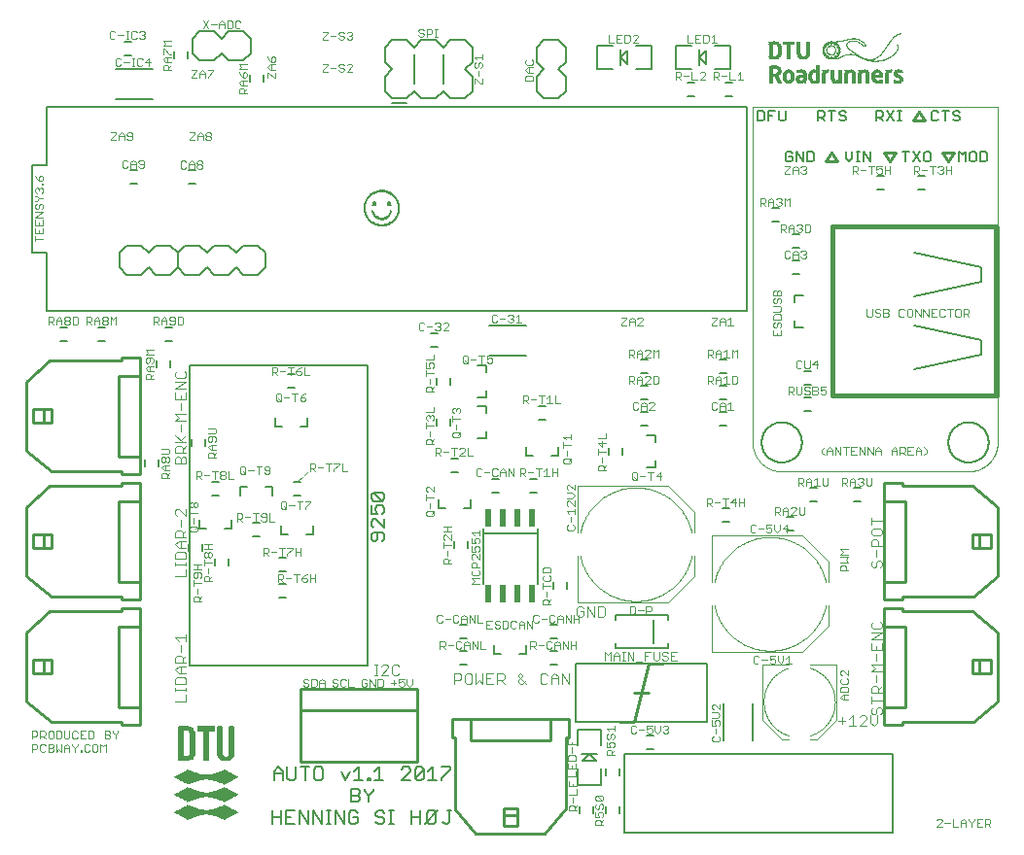
<source format=gto>
G75*
%MOIN*%
%OFA0B0*%
%FSLAX25Y25*%
%IPPOS*%
%LPD*%
%AMOC8*
5,1,8,0,0,1.08239X$1,22.5*
%
%ADD10C,0.00400*%
%ADD11C,0.00300*%
%ADD12C,0.00500*%
%ADD13C,0.00800*%
%ADD14C,0.00600*%
%ADD15C,0.01000*%
%ADD16R,0.01930X0.05984*%
%ADD17C,0.00000*%
%ADD18C,0.00200*%
%ADD19C,0.01600*%
%ADD20R,0.00827X0.00059*%
%ADD21R,0.00709X0.00059*%
%ADD22R,0.01063X0.00059*%
%ADD23R,0.01240X0.00059*%
%ADD24R,0.00945X0.00059*%
%ADD25R,0.01122X0.00059*%
%ADD26R,0.01299X0.00059*%
%ADD27R,0.01713X0.00059*%
%ADD28R,0.00886X0.00059*%
%ADD29R,0.01181X0.00059*%
%ADD30R,0.01890X0.00059*%
%ADD31R,0.01772X0.00059*%
%ADD32R,0.01654X0.00059*%
%ADD33R,0.01476X0.00059*%
%ADD34R,0.02244X0.00059*%
%ADD35R,0.01004X0.00059*%
%ADD36R,0.02362X0.00059*%
%ADD37R,0.02598X0.00059*%
%ADD38R,0.02480X0.00059*%
%ADD39R,0.02126X0.00059*%
%ADD40R,0.02835X0.00059*%
%ADD41R,0.01949X0.00059*%
%ADD42R,0.02717X0.00059*%
%ADD43R,0.02303X0.00059*%
%ADD44R,0.03130X0.00059*%
%ADD45R,0.02953X0.00059*%
%ADD46R,0.02067X0.00059*%
%ADD47R,0.02421X0.00059*%
%ADD48R,0.03071X0.00059*%
%ADD49R,0.03307X0.00059*%
%ADD50R,0.02894X0.00059*%
%ADD51R,0.02776X0.00059*%
%ADD52R,0.03189X0.00059*%
%ADD53R,0.03366X0.00059*%
%ADD54R,0.03012X0.00059*%
%ADD55R,0.03248X0.00059*%
%ADD56R,0.03425X0.00059*%
%ADD57R,0.03484X0.00059*%
%ADD58R,0.03543X0.00059*%
%ADD59R,0.01358X0.00059*%
%ADD60R,0.01594X0.00059*%
%ADD61R,0.01535X0.00059*%
%ADD62R,0.00413X0.00059*%
%ADD63R,0.01417X0.00059*%
%ADD64R,0.00177X0.00059*%
%ADD65R,0.03720X0.00059*%
%ADD66R,0.03780X0.00059*%
%ADD67R,0.01831X0.00059*%
%ADD68R,0.00118X0.00059*%
%ADD69R,0.02657X0.00059*%
%ADD70R,0.03602X0.00059*%
%ADD71R,0.03661X0.00059*%
%ADD72R,0.03839X0.00059*%
%ADD73R,0.00768X0.00059*%
%ADD74R,0.02539X0.00059*%
%ADD75R,0.02185X0.00059*%
%ADD76R,0.02008X0.00059*%
%ADD77R,0.00650X0.00059*%
%ADD78R,0.00354X0.00059*%
%ADD79R,0.00472X0.00059*%
%ADD80R,0.00295X0.00059*%
%ADD81R,0.00591X0.00059*%
%ADD82R,0.00531X0.00059*%
%ADD83R,0.00236X0.00059*%
%ADD84R,0.00059X0.00059*%
%ADD85R,0.04075X0.00059*%
%ADD86R,0.04193X0.00059*%
%ADD87R,0.03957X0.00059*%
%ADD88R,0.01100X0.00050*%
%ADD89R,0.01900X0.00050*%
%ADD90R,0.02450X0.00050*%
%ADD91R,0.02900X0.00050*%
%ADD92R,0.03250X0.00050*%
%ADD93R,0.03600X0.00050*%
%ADD94R,0.03900X0.00050*%
%ADD95R,0.04200X0.00050*%
%ADD96R,0.04450X0.00050*%
%ADD97R,0.04700X0.00050*%
%ADD98R,0.04950X0.00050*%
%ADD99R,0.05150X0.00050*%
%ADD100R,0.02300X0.00050*%
%ADD101R,0.02250X0.00050*%
%ADD102R,0.01950X0.00050*%
%ADD103R,0.01750X0.00050*%
%ADD104R,0.01600X0.00050*%
%ADD105R,0.01500X0.00050*%
%ADD106R,0.01450X0.00050*%
%ADD107R,0.01400X0.00050*%
%ADD108R,0.01350X0.00050*%
%ADD109R,0.01300X0.00050*%
%ADD110R,0.01250X0.00050*%
%ADD111R,0.01200X0.00050*%
%ADD112R,0.01150X0.00050*%
%ADD113R,0.01050X0.00050*%
%ADD114R,0.01000X0.00050*%
%ADD115R,0.00950X0.00050*%
%ADD116R,0.00900X0.00050*%
%ADD117R,0.00850X0.00050*%
%ADD118R,0.00800X0.00050*%
%ADD119R,0.00750X0.00050*%
%ADD120R,0.01850X0.00050*%
%ADD121R,0.02150X0.00050*%
%ADD122R,0.00700X0.00050*%
%ADD123R,0.02700X0.00050*%
%ADD124R,0.02950X0.00050*%
%ADD125R,0.03150X0.00050*%
%ADD126R,0.03350X0.00050*%
%ADD127R,0.03500X0.00050*%
%ADD128R,0.03650X0.00050*%
%ADD129R,0.03850X0.00050*%
%ADD130R,0.03950X0.00050*%
%ADD131R,0.04150X0.00050*%
%ADD132R,0.04250X0.00050*%
%ADD133R,0.00650X0.00050*%
%ADD134R,0.01650X0.00050*%
%ADD135R,0.00600X0.00050*%
%ADD136R,0.00550X0.00050*%
%ADD137R,0.00500X0.00050*%
%ADD138R,0.00400X0.00050*%
%ADD139R,0.00300X0.00050*%
%ADD140R,0.00200X0.00050*%
%ADD141R,0.00050X0.00050*%
%ADD142R,0.00150X0.00050*%
%ADD143R,0.00100X0.00050*%
%ADD144R,0.00350X0.00050*%
%ADD145R,0.01700X0.00050*%
%ADD146R,0.04900X0.00050*%
%ADD147R,0.02400X0.00050*%
%ADD148R,0.04134X0.00059*%
%ADD149R,0.04429X0.00059*%
%ADD150R,0.04665X0.00059*%
%ADD151R,0.04902X0.00059*%
%ADD152R,0.05197X0.00059*%
%ADD153R,0.05492X0.00059*%
%ADD154R,0.05846X0.00059*%
%ADD155R,0.06142X0.00059*%
%ADD156R,0.06437X0.00059*%
%ADD157R,0.06791X0.00059*%
%ADD158R,0.07146X0.00059*%
%ADD159R,0.07559X0.00059*%
%ADD160R,0.07913X0.00059*%
%ADD161R,0.08327X0.00059*%
%ADD162R,0.08386X0.00059*%
%ADD163R,0.08976X0.00059*%
%ADD164R,0.19311X0.00059*%
%ADD165R,0.19547X0.00059*%
%ADD166R,0.19783X0.00059*%
%ADD167R,0.20020X0.00059*%
%ADD168R,0.20256X0.00059*%
%ADD169R,0.20492X0.00059*%
%ADD170R,0.20728X0.00059*%
%ADD171R,0.20906X0.00059*%
%ADD172R,0.21083X0.00059*%
%ADD173R,0.21319X0.00059*%
%ADD174R,0.21555X0.00059*%
%ADD175R,0.21673X0.00059*%
%ADD176R,0.20846X0.00059*%
%ADD177R,0.20610X0.00059*%
%ADD178R,0.20374X0.00059*%
%ADD179R,0.20138X0.00059*%
%ADD180R,0.19902X0.00059*%
%ADD181R,0.19665X0.00059*%
%ADD182R,0.19429X0.00059*%
%ADD183R,0.19193X0.00059*%
%ADD184R,0.08622X0.00059*%
%ADD185R,0.08681X0.00059*%
%ADD186R,0.08150X0.00059*%
%ADD187R,0.07736X0.00059*%
%ADD188R,0.07382X0.00059*%
%ADD189R,0.07323X0.00059*%
%ADD190R,0.07028X0.00059*%
%ADD191R,0.06969X0.00059*%
%ADD192R,0.06673X0.00059*%
%ADD193R,0.06319X0.00059*%
%ADD194R,0.06024X0.00059*%
%ADD195R,0.05669X0.00059*%
%ADD196R,0.05374X0.00059*%
%ADD197R,0.05079X0.00059*%
%ADD198R,0.04783X0.00059*%
%ADD199R,0.04547X0.00059*%
%ADD200R,0.04252X0.00059*%
%ADD201R,0.04016X0.00059*%
%ADD202R,0.04311X0.00059*%
%ADD203R,0.04606X0.00059*%
%ADD204R,0.05787X0.00059*%
%ADD205R,0.07500X0.00059*%
%ADD206R,0.07854X0.00059*%
%ADD207R,0.08917X0.00059*%
%ADD208R,0.20965X0.00059*%
%ADD209R,0.19252X0.00059*%
%ADD210R,0.08209X0.00059*%
%ADD211R,0.04843X0.00059*%
%ADD212R,0.07441X0.00059*%
%ADD213R,0.08268X0.00059*%
%ADD214R,0.08858X0.00059*%
%ADD215R,0.19488X0.00059*%
%ADD216R,0.08740X0.00059*%
%ADD217R,0.07795X0.00059*%
%ADD218R,0.05728X0.00059*%
%ADD219R,0.05138X0.00059*%
%ADD220R,0.04724X0.00059*%
%ADD221R,0.03898X0.00059*%
%ADD222R,0.05020X0.00059*%
%ADD223R,0.04370X0.00059*%
%ADD224R,0.04488X0.00059*%
%ADD225R,0.05256X0.00059*%
%ADD226R,0.05315X0.00059*%
%ADD227R,0.05433X0.00059*%
%ADD228R,0.05551X0.00059*%
%ADD229R,0.05610X0.00059*%
%ADD230R,0.05906X0.00059*%
%ADD231R,0.04961X0.00059*%
D10*
X0064197Y0066923D02*
X0067800Y0066923D01*
X0067800Y0069325D01*
X0067800Y0070606D02*
X0067800Y0071807D01*
X0067800Y0071206D02*
X0064197Y0071206D01*
X0064197Y0070606D02*
X0064197Y0071807D01*
X0064197Y0073061D02*
X0064197Y0074863D01*
X0064797Y0075463D01*
X0067199Y0075463D01*
X0067800Y0074863D01*
X0067800Y0073061D01*
X0064197Y0073061D01*
X0065398Y0076745D02*
X0064197Y0077946D01*
X0065398Y0079147D01*
X0067800Y0079147D01*
X0067800Y0080428D02*
X0064197Y0080428D01*
X0064197Y0082229D01*
X0064797Y0082830D01*
X0065998Y0082830D01*
X0066599Y0082229D01*
X0066599Y0080428D01*
X0066599Y0081629D02*
X0067800Y0082830D01*
X0065998Y0084111D02*
X0065998Y0086513D01*
X0065398Y0087794D02*
X0064197Y0088995D01*
X0067800Y0088995D01*
X0067800Y0087794D02*
X0067800Y0090196D01*
X0065998Y0079147D02*
X0065998Y0076745D01*
X0065398Y0076745D02*
X0067800Y0076745D01*
X0067800Y0109923D02*
X0064197Y0109923D01*
X0067800Y0109923D02*
X0067800Y0112325D01*
X0067800Y0113606D02*
X0067800Y0114807D01*
X0067800Y0114206D02*
X0064197Y0114206D01*
X0064197Y0113606D02*
X0064197Y0114807D01*
X0064197Y0116061D02*
X0064197Y0117863D01*
X0064797Y0118463D01*
X0067199Y0118463D01*
X0067800Y0117863D01*
X0067800Y0116061D01*
X0064197Y0116061D01*
X0065398Y0119745D02*
X0064197Y0120946D01*
X0065398Y0122147D01*
X0067800Y0122147D01*
X0067800Y0123428D02*
X0064197Y0123428D01*
X0064197Y0125229D01*
X0064797Y0125830D01*
X0065998Y0125830D01*
X0066599Y0125229D01*
X0066599Y0123428D01*
X0066599Y0124629D02*
X0067800Y0125830D01*
X0065998Y0127111D02*
X0065998Y0129513D01*
X0064797Y0130794D02*
X0064197Y0131395D01*
X0064197Y0132596D01*
X0064797Y0133196D01*
X0065398Y0133196D01*
X0067800Y0130794D01*
X0067800Y0133196D01*
X0065998Y0122147D02*
X0065998Y0119745D01*
X0065398Y0119745D02*
X0067800Y0119745D01*
X0067800Y0148626D02*
X0064197Y0148626D01*
X0064197Y0150427D01*
X0064797Y0151028D01*
X0065398Y0151028D01*
X0065998Y0150427D01*
X0065998Y0148626D01*
X0065998Y0150427D02*
X0066599Y0151028D01*
X0067199Y0151028D01*
X0067800Y0150427D01*
X0067800Y0148626D01*
X0067800Y0152309D02*
X0064197Y0152309D01*
X0064197Y0154111D01*
X0064797Y0154711D01*
X0065998Y0154711D01*
X0066599Y0154111D01*
X0066599Y0152309D01*
X0066599Y0153510D02*
X0067800Y0154711D01*
X0067800Y0155992D02*
X0064197Y0155992D01*
X0065998Y0156593D02*
X0067800Y0158394D01*
X0065998Y0159675D02*
X0065998Y0162077D01*
X0067800Y0163358D02*
X0064197Y0163358D01*
X0065398Y0164559D01*
X0064197Y0165760D01*
X0067800Y0165760D01*
X0065998Y0167042D02*
X0065998Y0169444D01*
X0065998Y0170725D02*
X0065998Y0171926D01*
X0064197Y0173127D02*
X0064197Y0170725D01*
X0067800Y0170725D01*
X0067800Y0173127D01*
X0067800Y0174408D02*
X0064197Y0174408D01*
X0067800Y0176810D01*
X0064197Y0176810D01*
X0064797Y0178091D02*
X0064197Y0178691D01*
X0064197Y0179893D01*
X0064797Y0180493D01*
X0064797Y0178091D02*
X0067199Y0178091D01*
X0067800Y0178691D01*
X0067800Y0179893D01*
X0067199Y0180493D01*
X0064197Y0158394D02*
X0066599Y0155992D01*
X0132289Y0079803D02*
X0133490Y0079803D01*
X0132890Y0079803D02*
X0132890Y0076200D01*
X0133490Y0076200D02*
X0132289Y0076200D01*
X0134745Y0076200D02*
X0137147Y0078602D01*
X0137147Y0079203D01*
X0136546Y0079803D01*
X0135345Y0079803D01*
X0134745Y0079203D01*
X0134745Y0076200D02*
X0137147Y0076200D01*
X0138428Y0076801D02*
X0139028Y0076200D01*
X0140229Y0076200D01*
X0140830Y0076801D01*
X0140830Y0079203D02*
X0140229Y0079803D01*
X0139028Y0079803D01*
X0138428Y0079203D01*
X0138428Y0076801D01*
X0159746Y0076819D02*
X0159746Y0073216D01*
X0159746Y0074417D02*
X0161547Y0074417D01*
X0162148Y0075017D01*
X0162148Y0076218D01*
X0161547Y0076819D01*
X0159746Y0076819D01*
X0163429Y0076218D02*
X0163429Y0073816D01*
X0164029Y0073216D01*
X0165231Y0073216D01*
X0165831Y0073816D01*
X0165831Y0076218D01*
X0165231Y0076819D01*
X0164029Y0076819D01*
X0163429Y0076218D01*
X0167112Y0076819D02*
X0167112Y0073216D01*
X0168313Y0074417D01*
X0169514Y0073216D01*
X0169514Y0076819D01*
X0170795Y0076819D02*
X0170795Y0073216D01*
X0173197Y0073216D01*
X0174478Y0073216D02*
X0174478Y0076819D01*
X0176280Y0076819D01*
X0176880Y0076218D01*
X0176880Y0075017D01*
X0176280Y0074417D01*
X0174478Y0074417D01*
X0175679Y0074417D02*
X0176880Y0073216D01*
X0181845Y0073816D02*
X0181845Y0074417D01*
X0183046Y0075618D01*
X0183046Y0076218D01*
X0182445Y0076819D01*
X0181845Y0076218D01*
X0181845Y0075618D01*
X0184247Y0073216D01*
X0184247Y0074417D02*
X0183046Y0073216D01*
X0182445Y0073216D01*
X0181845Y0073816D01*
X0189211Y0073816D02*
X0189812Y0073216D01*
X0191013Y0073216D01*
X0191613Y0073816D01*
X0192894Y0073216D02*
X0192894Y0075618D01*
X0194095Y0076819D01*
X0195296Y0075618D01*
X0195296Y0073216D01*
X0196577Y0073216D02*
X0196577Y0076819D01*
X0198979Y0073216D01*
X0198979Y0076819D01*
X0195296Y0075017D02*
X0192894Y0075017D01*
X0191613Y0076218D02*
X0191013Y0076819D01*
X0189812Y0076819D01*
X0189211Y0076218D01*
X0189211Y0073816D01*
X0173197Y0076819D02*
X0170795Y0076819D01*
X0170795Y0075017D02*
X0171996Y0075017D01*
X0201675Y0096801D02*
X0201675Y0099203D01*
X0202276Y0099803D01*
X0203477Y0099803D01*
X0204077Y0099203D01*
X0204077Y0098002D02*
X0202876Y0098002D01*
X0204077Y0098002D02*
X0204077Y0096801D01*
X0203477Y0096200D01*
X0202276Y0096200D01*
X0201675Y0096801D01*
X0205358Y0096200D02*
X0205358Y0099803D01*
X0207760Y0096200D01*
X0207760Y0099803D01*
X0209042Y0099803D02*
X0209042Y0096200D01*
X0210843Y0096200D01*
X0211444Y0096801D01*
X0211444Y0099203D01*
X0210843Y0099803D01*
X0209042Y0099803D01*
X0201921Y0100921D02*
X0201921Y0117063D01*
X0201921Y0124937D02*
X0201921Y0141079D01*
X0233024Y0141079D01*
X0242079Y0132024D01*
X0242079Y0124937D01*
X0247921Y0124079D02*
X0279024Y0124079D01*
X0288079Y0115024D01*
X0288079Y0107937D01*
X0288079Y0100063D02*
X0288079Y0092976D01*
X0279024Y0083921D01*
X0247921Y0083921D01*
X0247921Y0100063D01*
X0247921Y0107937D02*
X0247921Y0124079D01*
X0242079Y0117063D02*
X0242079Y0109976D01*
X0233024Y0100921D01*
X0201921Y0100921D01*
X0202906Y0124937D02*
X0203007Y0125402D01*
X0203121Y0125864D01*
X0203245Y0126324D01*
X0203381Y0126780D01*
X0203527Y0127233D01*
X0203685Y0127682D01*
X0203854Y0128128D01*
X0204033Y0128569D01*
X0204223Y0129005D01*
X0204424Y0129437D01*
X0204635Y0129863D01*
X0204857Y0130285D01*
X0205089Y0130700D01*
X0205330Y0131110D01*
X0205582Y0131514D01*
X0205844Y0131912D01*
X0206115Y0132303D01*
X0206396Y0132688D01*
X0206686Y0133065D01*
X0206985Y0133436D01*
X0207293Y0133799D01*
X0207610Y0134154D01*
X0207936Y0134501D01*
X0208269Y0134841D01*
X0208611Y0135172D01*
X0208961Y0135494D01*
X0209319Y0135809D01*
X0209685Y0136114D01*
X0210057Y0136410D01*
X0210437Y0136697D01*
X0210824Y0136975D01*
X0211217Y0137243D01*
X0211617Y0137501D01*
X0212023Y0137750D01*
X0212435Y0137988D01*
X0212853Y0138217D01*
X0213276Y0138435D01*
X0213704Y0138643D01*
X0214137Y0138840D01*
X0214575Y0139027D01*
X0215018Y0139203D01*
X0215464Y0139368D01*
X0215914Y0139522D01*
X0216369Y0139665D01*
X0216826Y0139797D01*
X0217286Y0139918D01*
X0217750Y0140027D01*
X0218216Y0140125D01*
X0218684Y0140212D01*
X0219154Y0140287D01*
X0219626Y0140351D01*
X0220099Y0140403D01*
X0220573Y0140444D01*
X0221048Y0140473D01*
X0221524Y0140490D01*
X0222000Y0140496D01*
X0222476Y0140490D01*
X0222952Y0140473D01*
X0223427Y0140444D01*
X0223901Y0140403D01*
X0224374Y0140351D01*
X0224846Y0140287D01*
X0225316Y0140212D01*
X0225784Y0140125D01*
X0226250Y0140027D01*
X0226714Y0139918D01*
X0227174Y0139797D01*
X0227631Y0139665D01*
X0228086Y0139522D01*
X0228536Y0139368D01*
X0228982Y0139203D01*
X0229425Y0139027D01*
X0229863Y0138840D01*
X0230296Y0138643D01*
X0230724Y0138435D01*
X0231147Y0138217D01*
X0231565Y0137988D01*
X0231977Y0137750D01*
X0232383Y0137501D01*
X0232783Y0137243D01*
X0233176Y0136975D01*
X0233563Y0136697D01*
X0233943Y0136410D01*
X0234315Y0136114D01*
X0234681Y0135809D01*
X0235039Y0135494D01*
X0235389Y0135172D01*
X0235731Y0134841D01*
X0236064Y0134501D01*
X0236390Y0134154D01*
X0236707Y0133799D01*
X0237015Y0133436D01*
X0237314Y0133065D01*
X0237604Y0132688D01*
X0237885Y0132303D01*
X0238156Y0131912D01*
X0238418Y0131514D01*
X0238670Y0131110D01*
X0238911Y0130700D01*
X0239143Y0130285D01*
X0239365Y0129863D01*
X0239576Y0129437D01*
X0239777Y0129005D01*
X0239967Y0128569D01*
X0240146Y0128128D01*
X0240315Y0127682D01*
X0240473Y0127233D01*
X0240619Y0126780D01*
X0240755Y0126324D01*
X0240879Y0125864D01*
X0240993Y0125402D01*
X0241094Y0124937D01*
X0241094Y0117063D02*
X0240993Y0116598D01*
X0240879Y0116136D01*
X0240755Y0115676D01*
X0240619Y0115220D01*
X0240473Y0114767D01*
X0240315Y0114318D01*
X0240146Y0113872D01*
X0239967Y0113431D01*
X0239777Y0112995D01*
X0239576Y0112563D01*
X0239365Y0112137D01*
X0239143Y0111715D01*
X0238911Y0111300D01*
X0238670Y0110890D01*
X0238418Y0110486D01*
X0238156Y0110088D01*
X0237885Y0109697D01*
X0237604Y0109312D01*
X0237314Y0108935D01*
X0237015Y0108564D01*
X0236707Y0108201D01*
X0236390Y0107846D01*
X0236064Y0107499D01*
X0235731Y0107159D01*
X0235389Y0106828D01*
X0235039Y0106506D01*
X0234681Y0106191D01*
X0234315Y0105886D01*
X0233943Y0105590D01*
X0233563Y0105303D01*
X0233176Y0105025D01*
X0232783Y0104757D01*
X0232383Y0104499D01*
X0231977Y0104250D01*
X0231565Y0104012D01*
X0231147Y0103783D01*
X0230724Y0103565D01*
X0230296Y0103357D01*
X0229863Y0103160D01*
X0229425Y0102973D01*
X0228982Y0102797D01*
X0228536Y0102632D01*
X0228086Y0102478D01*
X0227631Y0102335D01*
X0227174Y0102203D01*
X0226714Y0102082D01*
X0226250Y0101973D01*
X0225784Y0101875D01*
X0225316Y0101788D01*
X0224846Y0101713D01*
X0224374Y0101649D01*
X0223901Y0101597D01*
X0223427Y0101556D01*
X0222952Y0101527D01*
X0222476Y0101510D01*
X0222000Y0101504D01*
X0221524Y0101510D01*
X0221048Y0101527D01*
X0220573Y0101556D01*
X0220099Y0101597D01*
X0219626Y0101649D01*
X0219154Y0101713D01*
X0218684Y0101788D01*
X0218216Y0101875D01*
X0217750Y0101973D01*
X0217286Y0102082D01*
X0216826Y0102203D01*
X0216369Y0102335D01*
X0215914Y0102478D01*
X0215464Y0102632D01*
X0215018Y0102797D01*
X0214575Y0102973D01*
X0214137Y0103160D01*
X0213704Y0103357D01*
X0213276Y0103565D01*
X0212853Y0103783D01*
X0212435Y0104012D01*
X0212023Y0104250D01*
X0211617Y0104499D01*
X0211217Y0104757D01*
X0210824Y0105025D01*
X0210437Y0105303D01*
X0210057Y0105590D01*
X0209685Y0105886D01*
X0209319Y0106191D01*
X0208961Y0106506D01*
X0208611Y0106828D01*
X0208269Y0107159D01*
X0207936Y0107499D01*
X0207610Y0107846D01*
X0207293Y0108201D01*
X0206985Y0108564D01*
X0206686Y0108935D01*
X0206396Y0109312D01*
X0206115Y0109697D01*
X0205844Y0110088D01*
X0205582Y0110486D01*
X0205330Y0110890D01*
X0205089Y0111300D01*
X0204857Y0111715D01*
X0204635Y0112137D01*
X0204424Y0112563D01*
X0204223Y0112995D01*
X0204033Y0113431D01*
X0203854Y0113872D01*
X0203685Y0114318D01*
X0203527Y0114767D01*
X0203381Y0115220D01*
X0203245Y0115676D01*
X0203121Y0116136D01*
X0203007Y0116598D01*
X0202906Y0117063D01*
X0265205Y0079795D02*
X0274260Y0079795D01*
X0281740Y0079795D02*
X0290795Y0079795D01*
X0290795Y0060898D01*
X0284102Y0054205D01*
X0281740Y0054205D01*
X0274260Y0054205D02*
X0271898Y0054205D01*
X0265205Y0060898D01*
X0265205Y0079795D01*
X0274260Y0078615D02*
X0273977Y0078520D01*
X0273696Y0078418D01*
X0273419Y0078309D01*
X0273143Y0078194D01*
X0272871Y0078072D01*
X0272602Y0077943D01*
X0272336Y0077808D01*
X0272074Y0077666D01*
X0271815Y0077518D01*
X0271559Y0077364D01*
X0271308Y0077203D01*
X0271060Y0077036D01*
X0270817Y0076864D01*
X0270578Y0076685D01*
X0270343Y0076501D01*
X0270113Y0076311D01*
X0269888Y0076115D01*
X0269668Y0075914D01*
X0269452Y0075708D01*
X0269242Y0075496D01*
X0269037Y0075280D01*
X0268837Y0075058D01*
X0268643Y0074831D01*
X0268454Y0074600D01*
X0268271Y0074365D01*
X0268094Y0074125D01*
X0267923Y0073880D01*
X0267758Y0073632D01*
X0267599Y0073379D01*
X0267446Y0073123D01*
X0267299Y0072863D01*
X0267159Y0072600D01*
X0267025Y0072333D01*
X0266898Y0072063D01*
X0266778Y0071790D01*
X0266664Y0071515D01*
X0266557Y0071236D01*
X0266457Y0070955D01*
X0266364Y0070672D01*
X0266277Y0070386D01*
X0266198Y0070098D01*
X0266126Y0069809D01*
X0266061Y0069518D01*
X0266003Y0069225D01*
X0265952Y0068931D01*
X0265908Y0068636D01*
X0265872Y0068340D01*
X0265843Y0068043D01*
X0265821Y0067745D01*
X0265806Y0067447D01*
X0265799Y0067149D01*
X0265799Y0066851D01*
X0265806Y0066553D01*
X0265821Y0066255D01*
X0265843Y0065957D01*
X0265872Y0065660D01*
X0265908Y0065364D01*
X0265952Y0065069D01*
X0266003Y0064775D01*
X0266061Y0064482D01*
X0266126Y0064191D01*
X0266198Y0063902D01*
X0266277Y0063614D01*
X0266364Y0063328D01*
X0266457Y0063045D01*
X0266557Y0062764D01*
X0266664Y0062485D01*
X0266778Y0062210D01*
X0266898Y0061937D01*
X0267025Y0061667D01*
X0267159Y0061400D01*
X0267299Y0061137D01*
X0267446Y0060877D01*
X0267599Y0060621D01*
X0267758Y0060368D01*
X0267923Y0060120D01*
X0268094Y0059875D01*
X0268271Y0059635D01*
X0268454Y0059400D01*
X0268643Y0059169D01*
X0268837Y0058942D01*
X0269037Y0058720D01*
X0269242Y0058504D01*
X0269452Y0058292D01*
X0269668Y0058086D01*
X0269888Y0057885D01*
X0270113Y0057689D01*
X0270343Y0057499D01*
X0270578Y0057315D01*
X0270817Y0057136D01*
X0271060Y0056964D01*
X0271308Y0056797D01*
X0271559Y0056636D01*
X0271815Y0056482D01*
X0272074Y0056334D01*
X0272336Y0056192D01*
X0272602Y0056057D01*
X0272871Y0055928D01*
X0273143Y0055806D01*
X0273419Y0055691D01*
X0273696Y0055582D01*
X0273977Y0055480D01*
X0274260Y0055385D01*
X0281740Y0055385D02*
X0282023Y0055480D01*
X0282304Y0055582D01*
X0282581Y0055691D01*
X0282857Y0055806D01*
X0283129Y0055928D01*
X0283398Y0056057D01*
X0283664Y0056192D01*
X0283926Y0056334D01*
X0284185Y0056482D01*
X0284441Y0056636D01*
X0284692Y0056797D01*
X0284940Y0056964D01*
X0285183Y0057136D01*
X0285422Y0057315D01*
X0285657Y0057499D01*
X0285887Y0057689D01*
X0286112Y0057885D01*
X0286332Y0058086D01*
X0286548Y0058292D01*
X0286758Y0058504D01*
X0286963Y0058720D01*
X0287163Y0058942D01*
X0287357Y0059169D01*
X0287546Y0059400D01*
X0287729Y0059635D01*
X0287906Y0059875D01*
X0288077Y0060120D01*
X0288242Y0060368D01*
X0288401Y0060621D01*
X0288554Y0060877D01*
X0288701Y0061137D01*
X0288841Y0061400D01*
X0288975Y0061667D01*
X0289102Y0061937D01*
X0289222Y0062210D01*
X0289336Y0062485D01*
X0289443Y0062764D01*
X0289543Y0063045D01*
X0289636Y0063328D01*
X0289723Y0063614D01*
X0289802Y0063902D01*
X0289874Y0064191D01*
X0289939Y0064482D01*
X0289997Y0064775D01*
X0290048Y0065069D01*
X0290092Y0065364D01*
X0290128Y0065660D01*
X0290157Y0065957D01*
X0290179Y0066255D01*
X0290194Y0066553D01*
X0290201Y0066851D01*
X0290201Y0067149D01*
X0290194Y0067447D01*
X0290179Y0067745D01*
X0290157Y0068043D01*
X0290128Y0068340D01*
X0290092Y0068636D01*
X0290048Y0068931D01*
X0289997Y0069225D01*
X0289939Y0069518D01*
X0289874Y0069809D01*
X0289802Y0070098D01*
X0289723Y0070386D01*
X0289636Y0070672D01*
X0289543Y0070955D01*
X0289443Y0071236D01*
X0289336Y0071515D01*
X0289222Y0071790D01*
X0289102Y0072063D01*
X0288975Y0072333D01*
X0288841Y0072600D01*
X0288701Y0072863D01*
X0288554Y0073123D01*
X0288401Y0073379D01*
X0288242Y0073632D01*
X0288077Y0073880D01*
X0287906Y0074125D01*
X0287729Y0074365D01*
X0287546Y0074600D01*
X0287357Y0074831D01*
X0287163Y0075058D01*
X0286963Y0075280D01*
X0286758Y0075496D01*
X0286548Y0075708D01*
X0286332Y0075914D01*
X0286112Y0076115D01*
X0285887Y0076311D01*
X0285657Y0076501D01*
X0285422Y0076685D01*
X0285183Y0076864D01*
X0284940Y0077036D01*
X0284692Y0077203D01*
X0284441Y0077364D01*
X0284185Y0077518D01*
X0283926Y0077666D01*
X0283664Y0077808D01*
X0283398Y0077943D01*
X0283129Y0078072D01*
X0282857Y0078194D01*
X0282581Y0078309D01*
X0282304Y0078418D01*
X0282023Y0078520D01*
X0281740Y0078615D01*
X0292535Y0061703D02*
X0292535Y0059301D01*
X0291334Y0060502D02*
X0293736Y0060502D01*
X0295017Y0061102D02*
X0296218Y0062303D01*
X0296218Y0058700D01*
X0295017Y0058700D02*
X0297419Y0058700D01*
X0298700Y0058700D02*
X0301102Y0061102D01*
X0301102Y0061703D01*
X0300502Y0062303D01*
X0299301Y0062303D01*
X0298700Y0061703D01*
X0298700Y0058700D02*
X0301102Y0058700D01*
X0302383Y0059901D02*
X0303584Y0058700D01*
X0304785Y0059901D01*
X0304785Y0062303D01*
X0303898Y0062626D02*
X0304498Y0063226D01*
X0304498Y0064427D01*
X0305099Y0065028D01*
X0305699Y0065028D01*
X0306300Y0064427D01*
X0306300Y0063226D01*
X0305699Y0062626D01*
X0303898Y0062626D02*
X0303297Y0062626D01*
X0302697Y0063226D01*
X0302697Y0064427D01*
X0303297Y0065028D01*
X0302697Y0066309D02*
X0302697Y0068711D01*
X0302697Y0067510D02*
X0306300Y0067510D01*
X0306300Y0069992D02*
X0302697Y0069992D01*
X0302697Y0071794D01*
X0303297Y0072394D01*
X0304498Y0072394D01*
X0305099Y0071794D01*
X0305099Y0069992D01*
X0305099Y0071193D02*
X0306300Y0072394D01*
X0304498Y0073675D02*
X0304498Y0076077D01*
X0306300Y0077358D02*
X0302697Y0077358D01*
X0303898Y0078559D01*
X0302697Y0079760D01*
X0306300Y0079760D01*
X0304498Y0081042D02*
X0304498Y0083444D01*
X0304498Y0084725D02*
X0304498Y0085926D01*
X0302697Y0087127D02*
X0302697Y0084725D01*
X0306300Y0084725D01*
X0306300Y0087127D01*
X0306300Y0088408D02*
X0302697Y0088408D01*
X0306300Y0090810D01*
X0302697Y0090810D01*
X0303297Y0092091D02*
X0305699Y0092091D01*
X0306300Y0092691D01*
X0306300Y0093893D01*
X0305699Y0094493D01*
X0303297Y0094493D02*
X0302697Y0093893D01*
X0302697Y0092691D01*
X0303297Y0092091D01*
X0303297Y0112992D02*
X0303898Y0112992D01*
X0304498Y0113593D01*
X0304498Y0114794D01*
X0305099Y0115394D01*
X0305699Y0115394D01*
X0306300Y0114794D01*
X0306300Y0113593D01*
X0305699Y0112992D01*
X0303297Y0112992D02*
X0302697Y0113593D01*
X0302697Y0114794D01*
X0303297Y0115394D01*
X0304498Y0116675D02*
X0304498Y0119077D01*
X0305099Y0120358D02*
X0305099Y0122160D01*
X0304498Y0122760D01*
X0303297Y0122760D01*
X0302697Y0122160D01*
X0302697Y0120358D01*
X0306300Y0120358D01*
X0305699Y0124042D02*
X0303297Y0124042D01*
X0302697Y0124642D01*
X0302697Y0125843D01*
X0303297Y0126444D01*
X0305699Y0126444D01*
X0306300Y0125843D01*
X0306300Y0124642D01*
X0305699Y0124042D01*
X0302697Y0127725D02*
X0302697Y0130127D01*
X0302697Y0128926D02*
X0306300Y0128926D01*
X0287094Y0100063D02*
X0286993Y0099598D01*
X0286879Y0099136D01*
X0286755Y0098676D01*
X0286619Y0098220D01*
X0286473Y0097767D01*
X0286315Y0097318D01*
X0286146Y0096872D01*
X0285967Y0096431D01*
X0285777Y0095995D01*
X0285576Y0095563D01*
X0285365Y0095137D01*
X0285143Y0094715D01*
X0284911Y0094300D01*
X0284670Y0093890D01*
X0284418Y0093486D01*
X0284156Y0093088D01*
X0283885Y0092697D01*
X0283604Y0092312D01*
X0283314Y0091935D01*
X0283015Y0091564D01*
X0282707Y0091201D01*
X0282390Y0090846D01*
X0282064Y0090499D01*
X0281731Y0090159D01*
X0281389Y0089828D01*
X0281039Y0089506D01*
X0280681Y0089191D01*
X0280315Y0088886D01*
X0279943Y0088590D01*
X0279563Y0088303D01*
X0279176Y0088025D01*
X0278783Y0087757D01*
X0278383Y0087499D01*
X0277977Y0087250D01*
X0277565Y0087012D01*
X0277147Y0086783D01*
X0276724Y0086565D01*
X0276296Y0086357D01*
X0275863Y0086160D01*
X0275425Y0085973D01*
X0274982Y0085797D01*
X0274536Y0085632D01*
X0274086Y0085478D01*
X0273631Y0085335D01*
X0273174Y0085203D01*
X0272714Y0085082D01*
X0272250Y0084973D01*
X0271784Y0084875D01*
X0271316Y0084788D01*
X0270846Y0084713D01*
X0270374Y0084649D01*
X0269901Y0084597D01*
X0269427Y0084556D01*
X0268952Y0084527D01*
X0268476Y0084510D01*
X0268000Y0084504D01*
X0267524Y0084510D01*
X0267048Y0084527D01*
X0266573Y0084556D01*
X0266099Y0084597D01*
X0265626Y0084649D01*
X0265154Y0084713D01*
X0264684Y0084788D01*
X0264216Y0084875D01*
X0263750Y0084973D01*
X0263286Y0085082D01*
X0262826Y0085203D01*
X0262369Y0085335D01*
X0261914Y0085478D01*
X0261464Y0085632D01*
X0261018Y0085797D01*
X0260575Y0085973D01*
X0260137Y0086160D01*
X0259704Y0086357D01*
X0259276Y0086565D01*
X0258853Y0086783D01*
X0258435Y0087012D01*
X0258023Y0087250D01*
X0257617Y0087499D01*
X0257217Y0087757D01*
X0256824Y0088025D01*
X0256437Y0088303D01*
X0256057Y0088590D01*
X0255685Y0088886D01*
X0255319Y0089191D01*
X0254961Y0089506D01*
X0254611Y0089828D01*
X0254269Y0090159D01*
X0253936Y0090499D01*
X0253610Y0090846D01*
X0253293Y0091201D01*
X0252985Y0091564D01*
X0252686Y0091935D01*
X0252396Y0092312D01*
X0252115Y0092697D01*
X0251844Y0093088D01*
X0251582Y0093486D01*
X0251330Y0093890D01*
X0251089Y0094300D01*
X0250857Y0094715D01*
X0250635Y0095137D01*
X0250424Y0095563D01*
X0250223Y0095995D01*
X0250033Y0096431D01*
X0249854Y0096872D01*
X0249685Y0097318D01*
X0249527Y0097767D01*
X0249381Y0098220D01*
X0249245Y0098676D01*
X0249121Y0099136D01*
X0249007Y0099598D01*
X0248906Y0100063D01*
X0248906Y0107937D02*
X0249007Y0108402D01*
X0249121Y0108864D01*
X0249245Y0109324D01*
X0249381Y0109780D01*
X0249527Y0110233D01*
X0249685Y0110682D01*
X0249854Y0111128D01*
X0250033Y0111569D01*
X0250223Y0112005D01*
X0250424Y0112437D01*
X0250635Y0112863D01*
X0250857Y0113285D01*
X0251089Y0113700D01*
X0251330Y0114110D01*
X0251582Y0114514D01*
X0251844Y0114912D01*
X0252115Y0115303D01*
X0252396Y0115688D01*
X0252686Y0116065D01*
X0252985Y0116436D01*
X0253293Y0116799D01*
X0253610Y0117154D01*
X0253936Y0117501D01*
X0254269Y0117841D01*
X0254611Y0118172D01*
X0254961Y0118494D01*
X0255319Y0118809D01*
X0255685Y0119114D01*
X0256057Y0119410D01*
X0256437Y0119697D01*
X0256824Y0119975D01*
X0257217Y0120243D01*
X0257617Y0120501D01*
X0258023Y0120750D01*
X0258435Y0120988D01*
X0258853Y0121217D01*
X0259276Y0121435D01*
X0259704Y0121643D01*
X0260137Y0121840D01*
X0260575Y0122027D01*
X0261018Y0122203D01*
X0261464Y0122368D01*
X0261914Y0122522D01*
X0262369Y0122665D01*
X0262826Y0122797D01*
X0263286Y0122918D01*
X0263750Y0123027D01*
X0264216Y0123125D01*
X0264684Y0123212D01*
X0265154Y0123287D01*
X0265626Y0123351D01*
X0266099Y0123403D01*
X0266573Y0123444D01*
X0267048Y0123473D01*
X0267524Y0123490D01*
X0268000Y0123496D01*
X0268476Y0123490D01*
X0268952Y0123473D01*
X0269427Y0123444D01*
X0269901Y0123403D01*
X0270374Y0123351D01*
X0270846Y0123287D01*
X0271316Y0123212D01*
X0271784Y0123125D01*
X0272250Y0123027D01*
X0272714Y0122918D01*
X0273174Y0122797D01*
X0273631Y0122665D01*
X0274086Y0122522D01*
X0274536Y0122368D01*
X0274982Y0122203D01*
X0275425Y0122027D01*
X0275863Y0121840D01*
X0276296Y0121643D01*
X0276724Y0121435D01*
X0277147Y0121217D01*
X0277565Y0120988D01*
X0277977Y0120750D01*
X0278383Y0120501D01*
X0278783Y0120243D01*
X0279176Y0119975D01*
X0279563Y0119697D01*
X0279943Y0119410D01*
X0280315Y0119114D01*
X0280681Y0118809D01*
X0281039Y0118494D01*
X0281389Y0118172D01*
X0281731Y0117841D01*
X0282064Y0117501D01*
X0282390Y0117154D01*
X0282707Y0116799D01*
X0283015Y0116436D01*
X0283314Y0116065D01*
X0283604Y0115688D01*
X0283885Y0115303D01*
X0284156Y0114912D01*
X0284418Y0114514D01*
X0284670Y0114110D01*
X0284911Y0113700D01*
X0285143Y0113285D01*
X0285365Y0112863D01*
X0285576Y0112437D01*
X0285777Y0112005D01*
X0285967Y0111569D01*
X0286146Y0111128D01*
X0286315Y0110682D01*
X0286473Y0110233D01*
X0286619Y0109780D01*
X0286755Y0109324D01*
X0286879Y0108864D01*
X0286993Y0108402D01*
X0287094Y0107937D01*
X0302383Y0062303D02*
X0302383Y0059901D01*
D11*
X0015008Y0052506D02*
X0015008Y0049804D01*
X0015008Y0050704D02*
X0016359Y0050704D01*
X0016810Y0051155D01*
X0016810Y0052055D01*
X0016359Y0052506D01*
X0015008Y0052506D01*
X0015008Y0054304D02*
X0015008Y0057006D01*
X0016359Y0057006D01*
X0016810Y0056555D01*
X0016810Y0055655D01*
X0016359Y0055204D01*
X0015008Y0055204D01*
X0017771Y0055204D02*
X0019122Y0055204D01*
X0019572Y0055655D01*
X0019572Y0056555D01*
X0019122Y0057006D01*
X0017771Y0057006D01*
X0017771Y0054304D01*
X0018671Y0055204D02*
X0019572Y0054304D01*
X0020533Y0054754D02*
X0020983Y0054304D01*
X0021884Y0054304D01*
X0022335Y0054754D01*
X0022335Y0056555D01*
X0021884Y0057006D01*
X0020983Y0057006D01*
X0020533Y0056555D01*
X0020533Y0054754D01*
X0020533Y0052506D02*
X0021884Y0052506D01*
X0022335Y0052055D01*
X0022335Y0051605D01*
X0021884Y0051155D01*
X0020533Y0051155D01*
X0019572Y0052055D02*
X0019122Y0052506D01*
X0018221Y0052506D01*
X0017771Y0052055D01*
X0017771Y0050254D01*
X0018221Y0049804D01*
X0019122Y0049804D01*
X0019572Y0050254D01*
X0020533Y0049804D02*
X0021884Y0049804D01*
X0022335Y0050254D01*
X0022335Y0050704D01*
X0021884Y0051155D01*
X0020533Y0049804D02*
X0020533Y0052506D01*
X0023295Y0052506D02*
X0023295Y0049804D01*
X0024196Y0050704D01*
X0025097Y0049804D01*
X0025097Y0052506D01*
X0026058Y0051605D02*
X0026958Y0052506D01*
X0027859Y0051605D01*
X0027859Y0049804D01*
X0027859Y0051155D02*
X0026058Y0051155D01*
X0026058Y0051605D02*
X0026058Y0049804D01*
X0028820Y0052055D02*
X0028820Y0052506D01*
X0028820Y0052055D02*
X0029721Y0051155D01*
X0029721Y0049804D01*
X0029721Y0051155D02*
X0030622Y0052055D01*
X0030622Y0052506D01*
X0030171Y0054304D02*
X0030622Y0054754D01*
X0030171Y0054304D02*
X0029270Y0054304D01*
X0028820Y0054754D01*
X0028820Y0056555D01*
X0029270Y0057006D01*
X0030171Y0057006D01*
X0030622Y0056555D01*
X0031582Y0057006D02*
X0031582Y0054304D01*
X0033384Y0054304D01*
X0034345Y0054304D02*
X0034345Y0057006D01*
X0035696Y0057006D01*
X0036146Y0056555D01*
X0036146Y0054754D01*
X0035696Y0054304D01*
X0034345Y0054304D01*
X0034315Y0052506D02*
X0033414Y0052506D01*
X0032964Y0052055D01*
X0032964Y0050254D01*
X0033414Y0049804D01*
X0034315Y0049804D01*
X0034765Y0050254D01*
X0035726Y0050254D02*
X0036176Y0049804D01*
X0037077Y0049804D01*
X0037527Y0050254D01*
X0037527Y0052055D01*
X0037077Y0052506D01*
X0036176Y0052506D01*
X0035726Y0052055D01*
X0035726Y0050254D01*
X0034765Y0052055D02*
X0034315Y0052506D01*
X0032033Y0050254D02*
X0032033Y0049804D01*
X0031582Y0049804D01*
X0031582Y0050254D01*
X0032033Y0050254D01*
X0031582Y0055655D02*
X0032483Y0055655D01*
X0033384Y0057006D02*
X0031582Y0057006D01*
X0027859Y0057006D02*
X0027859Y0054754D01*
X0027409Y0054304D01*
X0026508Y0054304D01*
X0026058Y0054754D01*
X0026058Y0057006D01*
X0025097Y0056555D02*
X0024646Y0057006D01*
X0023295Y0057006D01*
X0023295Y0054304D01*
X0024646Y0054304D01*
X0025097Y0054754D01*
X0025097Y0056555D01*
X0038488Y0052506D02*
X0039389Y0051605D01*
X0040290Y0052506D01*
X0040290Y0049804D01*
X0038488Y0049804D02*
X0038488Y0052506D01*
X0039869Y0054304D02*
X0041221Y0054304D01*
X0041671Y0054754D01*
X0041671Y0055204D01*
X0041221Y0055655D01*
X0039869Y0055655D01*
X0039869Y0054304D02*
X0039869Y0057006D01*
X0041221Y0057006D01*
X0041671Y0056555D01*
X0041671Y0056105D01*
X0041221Y0055655D01*
X0042632Y0056555D02*
X0043533Y0055655D01*
X0043533Y0054304D01*
X0043533Y0055655D02*
X0044433Y0056555D01*
X0044433Y0057006D01*
X0042632Y0057006D02*
X0042632Y0056555D01*
X0070398Y0101244D02*
X0070398Y0102595D01*
X0070848Y0103046D01*
X0071749Y0103046D01*
X0072199Y0102595D01*
X0072199Y0101244D01*
X0072199Y0102145D02*
X0073100Y0103046D01*
X0071749Y0104006D02*
X0071749Y0105808D01*
X0070398Y0106769D02*
X0070398Y0108570D01*
X0070398Y0107670D02*
X0073100Y0107670D01*
X0073898Y0108244D02*
X0073898Y0109595D01*
X0074348Y0110046D01*
X0075249Y0110046D01*
X0075699Y0109595D01*
X0075699Y0108244D01*
X0075699Y0109145D02*
X0076600Y0110046D01*
X0075249Y0111006D02*
X0075249Y0112808D01*
X0073898Y0113769D02*
X0073898Y0115570D01*
X0073898Y0114670D02*
X0076600Y0114670D01*
X0076150Y0116531D02*
X0075699Y0116531D01*
X0075249Y0116982D01*
X0075249Y0117882D01*
X0075699Y0118333D01*
X0076150Y0118333D01*
X0076600Y0117882D01*
X0076600Y0116982D01*
X0076150Y0116531D01*
X0075249Y0116982D02*
X0074798Y0116531D01*
X0074348Y0116531D01*
X0073898Y0116982D01*
X0073898Y0117882D01*
X0074348Y0118333D01*
X0074798Y0118333D01*
X0075249Y0117882D01*
X0075249Y0119294D02*
X0075249Y0121095D01*
X0073898Y0121095D02*
X0076600Y0121095D01*
X0076600Y0119294D02*
X0073898Y0119294D01*
X0073100Y0114095D02*
X0070398Y0114095D01*
X0071749Y0114095D02*
X0071749Y0112294D01*
X0071749Y0111333D02*
X0071749Y0109982D01*
X0071298Y0109531D01*
X0070848Y0109531D01*
X0070398Y0109982D01*
X0070398Y0110882D01*
X0070848Y0111333D01*
X0072650Y0111333D01*
X0073100Y0110882D01*
X0073100Y0109982D01*
X0072650Y0109531D01*
X0073898Y0108244D02*
X0076600Y0108244D01*
X0073100Y0112294D02*
X0070398Y0112294D01*
X0070398Y0101244D02*
X0073100Y0101244D01*
X0094244Y0117150D02*
X0094244Y0119852D01*
X0095595Y0119852D01*
X0096046Y0119402D01*
X0096046Y0118501D01*
X0095595Y0118051D01*
X0094244Y0118051D01*
X0095145Y0118051D02*
X0096046Y0117150D01*
X0097006Y0118501D02*
X0098808Y0118501D01*
X0099769Y0119852D02*
X0101570Y0119852D01*
X0100670Y0119852D02*
X0100670Y0117150D01*
X0102531Y0117150D02*
X0102531Y0117600D01*
X0104333Y0119402D01*
X0104333Y0119852D01*
X0102531Y0119852D01*
X0105294Y0119852D02*
X0105294Y0117150D01*
X0105294Y0118501D02*
X0107095Y0118501D01*
X0107095Y0119852D02*
X0107095Y0117150D01*
X0106570Y0110852D02*
X0104769Y0110852D01*
X0105670Y0110852D02*
X0105670Y0108150D01*
X0107531Y0108600D02*
X0107982Y0108150D01*
X0108882Y0108150D01*
X0109333Y0108600D01*
X0109333Y0109051D01*
X0108882Y0109501D01*
X0107531Y0109501D01*
X0107531Y0108600D01*
X0107531Y0109501D02*
X0108432Y0110402D01*
X0109333Y0110852D01*
X0110294Y0110852D02*
X0110294Y0108150D01*
X0110294Y0109501D02*
X0112095Y0109501D01*
X0112095Y0110852D02*
X0112095Y0108150D01*
X0103808Y0109501D02*
X0102006Y0109501D01*
X0101046Y0109501D02*
X0100595Y0109051D01*
X0099244Y0109051D01*
X0100145Y0109051D02*
X0101046Y0108150D01*
X0101046Y0109501D02*
X0101046Y0110402D01*
X0100595Y0110852D01*
X0099244Y0110852D01*
X0099244Y0108150D01*
X0098095Y0128900D02*
X0096294Y0128900D01*
X0096294Y0131602D01*
X0095333Y0131152D02*
X0094882Y0131602D01*
X0093982Y0131602D01*
X0093531Y0131152D01*
X0093531Y0130702D01*
X0093982Y0130251D01*
X0095333Y0130251D01*
X0095333Y0129350D02*
X0095333Y0131152D01*
X0095333Y0129350D02*
X0094882Y0128900D01*
X0093982Y0128900D01*
X0093531Y0129350D01*
X0091670Y0128900D02*
X0091670Y0131602D01*
X0092570Y0131602D02*
X0090769Y0131602D01*
X0089808Y0130251D02*
X0088006Y0130251D01*
X0087046Y0130251D02*
X0086595Y0129801D01*
X0085244Y0129801D01*
X0086145Y0129801D02*
X0087046Y0128900D01*
X0087046Y0130251D02*
X0087046Y0131152D01*
X0086595Y0131602D01*
X0085244Y0131602D01*
X0085244Y0128900D01*
X0071850Y0127177D02*
X0070949Y0126276D01*
X0071850Y0125826D02*
X0071400Y0125375D01*
X0069598Y0125375D01*
X0069148Y0125826D01*
X0069148Y0126726D01*
X0069598Y0127177D01*
X0071400Y0127177D01*
X0071850Y0126726D01*
X0071850Y0125826D01*
X0070499Y0128138D02*
X0070499Y0129939D01*
X0069148Y0130900D02*
X0069148Y0132702D01*
X0069148Y0131801D02*
X0071850Y0131801D01*
X0071400Y0133662D02*
X0070949Y0133662D01*
X0070499Y0134113D01*
X0070499Y0135013D01*
X0070949Y0135464D01*
X0071400Y0135464D01*
X0071850Y0135013D01*
X0071850Y0134113D01*
X0071400Y0133662D01*
X0070499Y0134113D02*
X0070048Y0133662D01*
X0069598Y0133662D01*
X0069148Y0134113D01*
X0069148Y0135013D01*
X0069598Y0135464D01*
X0070048Y0135464D01*
X0070499Y0135013D01*
X0071244Y0143400D02*
X0071244Y0146102D01*
X0072595Y0146102D01*
X0073046Y0145652D01*
X0073046Y0144751D01*
X0072595Y0144301D01*
X0071244Y0144301D01*
X0072145Y0144301D02*
X0073046Y0143400D01*
X0074006Y0144751D02*
X0075808Y0144751D01*
X0076769Y0146102D02*
X0078570Y0146102D01*
X0077670Y0146102D02*
X0077670Y0143400D01*
X0079531Y0143850D02*
X0079531Y0144301D01*
X0079982Y0144751D01*
X0080882Y0144751D01*
X0081333Y0144301D01*
X0081333Y0143850D01*
X0080882Y0143400D01*
X0079982Y0143400D01*
X0079531Y0143850D01*
X0079982Y0144751D02*
X0079531Y0145202D01*
X0079531Y0145652D01*
X0079982Y0146102D01*
X0080882Y0146102D01*
X0081333Y0145652D01*
X0081333Y0145202D01*
X0080882Y0144751D01*
X0082294Y0146102D02*
X0082294Y0143400D01*
X0084095Y0143400D01*
X0086375Y0145600D02*
X0086826Y0145150D01*
X0087726Y0145150D01*
X0088177Y0145600D01*
X0088177Y0147402D01*
X0087726Y0147852D01*
X0086826Y0147852D01*
X0086375Y0147402D01*
X0086375Y0145600D01*
X0087276Y0146051D02*
X0088177Y0145150D01*
X0089138Y0146501D02*
X0090939Y0146501D01*
X0091900Y0147852D02*
X0093702Y0147852D01*
X0092801Y0147852D02*
X0092801Y0145150D01*
X0094662Y0145600D02*
X0095113Y0145150D01*
X0096013Y0145150D01*
X0096464Y0145600D01*
X0096464Y0147402D01*
X0096013Y0147852D01*
X0095113Y0147852D01*
X0094662Y0147402D01*
X0094662Y0146952D01*
X0095113Y0146501D01*
X0096464Y0146501D01*
X0106365Y0142940D02*
X0107639Y0144214D01*
X0108318Y0144894D02*
X0109592Y0146168D01*
X0110244Y0146150D02*
X0110244Y0148852D01*
X0111595Y0148852D01*
X0112046Y0148402D01*
X0112046Y0147501D01*
X0111595Y0147051D01*
X0110244Y0147051D01*
X0111145Y0147051D02*
X0112046Y0146150D01*
X0113006Y0147501D02*
X0114808Y0147501D01*
X0115769Y0148852D02*
X0117570Y0148852D01*
X0116670Y0148852D02*
X0116670Y0146150D01*
X0118531Y0146150D02*
X0118531Y0146600D01*
X0120333Y0148402D01*
X0120333Y0148852D01*
X0118531Y0148852D01*
X0121294Y0148852D02*
X0121294Y0146150D01*
X0123095Y0146150D01*
X0110464Y0135852D02*
X0110464Y0135402D01*
X0108662Y0133600D01*
X0108662Y0133150D01*
X0106801Y0133150D02*
X0106801Y0135852D01*
X0105900Y0135852D02*
X0107702Y0135852D01*
X0108662Y0135852D02*
X0110464Y0135852D01*
X0104939Y0134501D02*
X0103138Y0134501D01*
X0102177Y0133600D02*
X0101726Y0133150D01*
X0100826Y0133150D01*
X0100375Y0133600D01*
X0100375Y0135402D01*
X0100826Y0135852D01*
X0101726Y0135852D01*
X0102177Y0135402D01*
X0102177Y0133600D01*
X0102177Y0133150D02*
X0101276Y0134051D01*
X0078100Y0150625D02*
X0075398Y0150625D01*
X0075398Y0151976D01*
X0075848Y0152427D01*
X0076749Y0152427D01*
X0077199Y0151976D01*
X0077199Y0150625D01*
X0077199Y0151526D02*
X0078100Y0152427D01*
X0078100Y0153388D02*
X0076298Y0153388D01*
X0075398Y0154288D01*
X0076298Y0155189D01*
X0078100Y0155189D01*
X0077650Y0156150D02*
X0078100Y0156600D01*
X0078100Y0157501D01*
X0077650Y0157952D01*
X0075848Y0157952D01*
X0075398Y0157501D01*
X0075398Y0156600D01*
X0075848Y0156150D01*
X0076298Y0156150D01*
X0076749Y0156600D01*
X0076749Y0157952D01*
X0077650Y0158912D02*
X0078100Y0159363D01*
X0078100Y0160263D01*
X0077650Y0160714D01*
X0075398Y0160714D01*
X0075398Y0158912D02*
X0077650Y0158912D01*
X0076749Y0155189D02*
X0076749Y0153388D01*
X0062100Y0153263D02*
X0061650Y0153714D01*
X0059398Y0153714D01*
X0059398Y0151912D02*
X0061650Y0151912D01*
X0062100Y0152363D01*
X0062100Y0153263D01*
X0061650Y0150952D02*
X0062100Y0150501D01*
X0062100Y0149600D01*
X0061650Y0149150D01*
X0061199Y0149150D01*
X0060749Y0149600D01*
X0060749Y0150501D01*
X0061199Y0150952D01*
X0061650Y0150952D01*
X0060749Y0150501D02*
X0060298Y0150952D01*
X0059848Y0150952D01*
X0059398Y0150501D01*
X0059398Y0149600D01*
X0059848Y0149150D01*
X0060298Y0149150D01*
X0060749Y0149600D01*
X0060749Y0148189D02*
X0060749Y0146388D01*
X0060298Y0146388D02*
X0059398Y0147288D01*
X0060298Y0148189D01*
X0062100Y0148189D01*
X0062100Y0146388D02*
X0060298Y0146388D01*
X0059848Y0145427D02*
X0060749Y0145427D01*
X0061199Y0144976D01*
X0061199Y0143625D01*
X0062100Y0143625D02*
X0059398Y0143625D01*
X0059398Y0144976D01*
X0059848Y0145427D01*
X0061199Y0144526D02*
X0062100Y0145427D01*
X0098625Y0170600D02*
X0099076Y0170150D01*
X0099976Y0170150D01*
X0100427Y0170600D01*
X0100427Y0172402D01*
X0099976Y0172852D01*
X0099076Y0172852D01*
X0098625Y0172402D01*
X0098625Y0170600D01*
X0099526Y0171051D02*
X0100427Y0170150D01*
X0101388Y0171501D02*
X0103189Y0171501D01*
X0104150Y0172852D02*
X0105952Y0172852D01*
X0105051Y0172852D02*
X0105051Y0170150D01*
X0106912Y0170600D02*
X0107363Y0170150D01*
X0108263Y0170150D01*
X0108714Y0170600D01*
X0108714Y0171051D01*
X0108263Y0171501D01*
X0106912Y0171501D01*
X0106912Y0170600D01*
X0106912Y0171501D02*
X0107813Y0172402D01*
X0108714Y0172852D01*
X0108294Y0179150D02*
X0110095Y0179150D01*
X0108294Y0179150D02*
X0108294Y0181852D01*
X0107333Y0181852D02*
X0106432Y0181402D01*
X0105531Y0180501D01*
X0106882Y0180501D01*
X0107333Y0180051D01*
X0107333Y0179600D01*
X0106882Y0179150D01*
X0105982Y0179150D01*
X0105531Y0179600D01*
X0105531Y0180501D01*
X0104570Y0181852D02*
X0102769Y0181852D01*
X0103670Y0181852D02*
X0103670Y0179150D01*
X0101808Y0180501D02*
X0100006Y0180501D01*
X0099046Y0180501D02*
X0098595Y0180051D01*
X0097244Y0180051D01*
X0098145Y0180051D02*
X0099046Y0179150D01*
X0099046Y0180501D02*
X0099046Y0181402D01*
X0098595Y0181852D01*
X0097244Y0181852D01*
X0097244Y0179150D01*
X0066714Y0196850D02*
X0066263Y0196400D01*
X0064912Y0196400D01*
X0064912Y0199102D01*
X0066263Y0199102D01*
X0066714Y0198652D01*
X0066714Y0196850D01*
X0063952Y0196850D02*
X0063501Y0196400D01*
X0062600Y0196400D01*
X0062150Y0196850D01*
X0062600Y0197751D02*
X0063952Y0197751D01*
X0063952Y0196850D02*
X0063952Y0198652D01*
X0063501Y0199102D01*
X0062600Y0199102D01*
X0062150Y0198652D01*
X0062150Y0198202D01*
X0062600Y0197751D01*
X0061189Y0197751D02*
X0059388Y0197751D01*
X0059388Y0198202D02*
X0060288Y0199102D01*
X0061189Y0198202D01*
X0061189Y0196400D01*
X0059388Y0196400D02*
X0059388Y0198202D01*
X0058427Y0198652D02*
X0058427Y0197751D01*
X0057976Y0197301D01*
X0056625Y0197301D01*
X0056625Y0196400D02*
X0056625Y0199102D01*
X0057976Y0199102D01*
X0058427Y0198652D01*
X0057526Y0197301D02*
X0058427Y0196400D01*
X0056600Y0187714D02*
X0053898Y0187714D01*
X0054798Y0186813D01*
X0053898Y0185912D01*
X0056600Y0185912D01*
X0056150Y0184952D02*
X0054348Y0184952D01*
X0053898Y0184501D01*
X0053898Y0183600D01*
X0054348Y0183150D01*
X0054798Y0183150D01*
X0055249Y0183600D01*
X0055249Y0184952D01*
X0056150Y0184952D02*
X0056600Y0184501D01*
X0056600Y0183600D01*
X0056150Y0183150D01*
X0056600Y0182189D02*
X0054798Y0182189D01*
X0053898Y0181288D01*
X0054798Y0180388D01*
X0056600Y0180388D01*
X0056600Y0179427D02*
X0055699Y0178526D01*
X0055699Y0178976D02*
X0055699Y0177625D01*
X0056600Y0177625D02*
X0053898Y0177625D01*
X0053898Y0178976D01*
X0054348Y0179427D01*
X0055249Y0179427D01*
X0055699Y0178976D01*
X0055249Y0180388D02*
X0055249Y0182189D01*
X0043714Y0196400D02*
X0043714Y0199102D01*
X0042813Y0198202D01*
X0041912Y0199102D01*
X0041912Y0196400D01*
X0040952Y0196850D02*
X0040501Y0196400D01*
X0039600Y0196400D01*
X0039150Y0196850D01*
X0039150Y0197301D01*
X0039600Y0197751D01*
X0040501Y0197751D01*
X0040952Y0197301D01*
X0040952Y0196850D01*
X0040501Y0197751D02*
X0040952Y0198202D01*
X0040952Y0198652D01*
X0040501Y0199102D01*
X0039600Y0199102D01*
X0039150Y0198652D01*
X0039150Y0198202D01*
X0039600Y0197751D01*
X0038189Y0197751D02*
X0036388Y0197751D01*
X0036388Y0198202D02*
X0037288Y0199102D01*
X0038189Y0198202D01*
X0038189Y0196400D01*
X0036388Y0196400D02*
X0036388Y0198202D01*
X0035427Y0198652D02*
X0035427Y0197751D01*
X0034976Y0197301D01*
X0033625Y0197301D01*
X0033625Y0196400D02*
X0033625Y0199102D01*
X0034976Y0199102D01*
X0035427Y0198652D01*
X0034526Y0197301D02*
X0035427Y0196400D01*
X0030714Y0196850D02*
X0030714Y0198652D01*
X0030263Y0199102D01*
X0028912Y0199102D01*
X0028912Y0196400D01*
X0030263Y0196400D01*
X0030714Y0196850D01*
X0027952Y0196850D02*
X0027501Y0196400D01*
X0026600Y0196400D01*
X0026150Y0196850D01*
X0026150Y0197301D01*
X0026600Y0197751D01*
X0027501Y0197751D01*
X0027952Y0197301D01*
X0027952Y0196850D01*
X0027501Y0197751D02*
X0027952Y0198202D01*
X0027952Y0198652D01*
X0027501Y0199102D01*
X0026600Y0199102D01*
X0026150Y0198652D01*
X0026150Y0198202D01*
X0026600Y0197751D01*
X0025189Y0197751D02*
X0023388Y0197751D01*
X0023388Y0198202D02*
X0024288Y0199102D01*
X0025189Y0198202D01*
X0025189Y0196400D01*
X0023388Y0196400D02*
X0023388Y0198202D01*
X0022427Y0198652D02*
X0022427Y0197751D01*
X0021976Y0197301D01*
X0020625Y0197301D01*
X0020625Y0196400D02*
X0020625Y0199102D01*
X0021976Y0199102D01*
X0022427Y0198652D01*
X0021526Y0197301D02*
X0022427Y0196400D01*
X0016148Y0224910D02*
X0016148Y0226712D01*
X0016148Y0225811D02*
X0018850Y0225811D01*
X0018850Y0227672D02*
X0018850Y0229474D01*
X0018850Y0230435D02*
X0018850Y0232236D01*
X0018850Y0233197D02*
X0016148Y0233197D01*
X0018850Y0234999D01*
X0016148Y0234999D01*
X0016598Y0235959D02*
X0017048Y0235959D01*
X0017499Y0236410D01*
X0017499Y0237311D01*
X0017949Y0237761D01*
X0018400Y0237761D01*
X0018850Y0237311D01*
X0018850Y0236410D01*
X0018400Y0235959D01*
X0016598Y0235959D02*
X0016148Y0236410D01*
X0016148Y0237311D01*
X0016598Y0237761D01*
X0016598Y0238722D02*
X0017499Y0239623D01*
X0018850Y0239623D01*
X0017499Y0239623D02*
X0016598Y0240523D01*
X0016148Y0240523D01*
X0016598Y0241484D02*
X0016148Y0241934D01*
X0016148Y0242835D01*
X0016598Y0243286D01*
X0017048Y0243286D01*
X0017499Y0242835D01*
X0017949Y0243286D01*
X0018400Y0243286D01*
X0018850Y0242835D01*
X0018850Y0241934D01*
X0018400Y0241484D01*
X0017499Y0242385D02*
X0017499Y0242835D01*
X0018400Y0244246D02*
X0018400Y0244697D01*
X0018850Y0244697D01*
X0018850Y0244246D01*
X0018400Y0244246D01*
X0018400Y0245628D02*
X0018850Y0246078D01*
X0018850Y0246979D01*
X0018400Y0247429D01*
X0017949Y0247429D01*
X0017499Y0246979D01*
X0017499Y0245628D01*
X0018400Y0245628D01*
X0017499Y0245628D02*
X0016598Y0246528D01*
X0016148Y0247429D01*
X0016148Y0238722D02*
X0016598Y0238722D01*
X0016148Y0232236D02*
X0016148Y0230435D01*
X0018850Y0230435D01*
X0017499Y0230435D02*
X0017499Y0231335D01*
X0016148Y0229474D02*
X0016148Y0227672D01*
X0018850Y0227672D01*
X0017499Y0227672D02*
X0017499Y0228573D01*
X0046006Y0250600D02*
X0046457Y0250150D01*
X0047358Y0250150D01*
X0047808Y0250600D01*
X0048769Y0250150D02*
X0048769Y0251952D01*
X0049670Y0252852D01*
X0050570Y0251952D01*
X0050570Y0250150D01*
X0051531Y0250600D02*
X0051982Y0250150D01*
X0052882Y0250150D01*
X0053333Y0250600D01*
X0053333Y0252402D01*
X0052882Y0252852D01*
X0051982Y0252852D01*
X0051531Y0252402D01*
X0051531Y0251952D01*
X0051982Y0251501D01*
X0053333Y0251501D01*
X0050570Y0251501D02*
X0048769Y0251501D01*
X0047808Y0252402D02*
X0047358Y0252852D01*
X0046457Y0252852D01*
X0046006Y0252402D01*
X0046006Y0250600D01*
X0046570Y0259650D02*
X0046570Y0261452D01*
X0045670Y0262352D01*
X0044769Y0261452D01*
X0044769Y0259650D01*
X0043808Y0259650D02*
X0042006Y0259650D01*
X0042006Y0260100D01*
X0043808Y0261902D01*
X0043808Y0262352D01*
X0042006Y0262352D01*
X0044769Y0261001D02*
X0046570Y0261001D01*
X0047531Y0261452D02*
X0047982Y0261001D01*
X0049333Y0261001D01*
X0049333Y0260100D02*
X0049333Y0261902D01*
X0048882Y0262352D01*
X0047982Y0262352D01*
X0047531Y0261902D01*
X0047531Y0261452D01*
X0047531Y0260100D02*
X0047982Y0259650D01*
X0048882Y0259650D01*
X0049333Y0260100D01*
X0066006Y0252152D02*
X0066006Y0250350D01*
X0066457Y0249900D01*
X0067358Y0249900D01*
X0067808Y0250350D01*
X0068769Y0249900D02*
X0068769Y0251702D01*
X0069670Y0252602D01*
X0070570Y0251702D01*
X0070570Y0249900D01*
X0071531Y0250350D02*
X0071531Y0250801D01*
X0071982Y0251251D01*
X0072882Y0251251D01*
X0073333Y0250801D01*
X0073333Y0250350D01*
X0072882Y0249900D01*
X0071982Y0249900D01*
X0071531Y0250350D01*
X0071982Y0251251D02*
X0071531Y0251702D01*
X0071531Y0252152D01*
X0071982Y0252602D01*
X0072882Y0252602D01*
X0073333Y0252152D01*
X0073333Y0251702D01*
X0072882Y0251251D01*
X0070570Y0251251D02*
X0068769Y0251251D01*
X0067808Y0252152D02*
X0067358Y0252602D01*
X0066457Y0252602D01*
X0066006Y0252152D01*
X0069006Y0259650D02*
X0070808Y0259650D01*
X0071769Y0259650D02*
X0071769Y0261452D01*
X0072670Y0262352D01*
X0073570Y0261452D01*
X0073570Y0259650D01*
X0074531Y0260100D02*
X0074531Y0260551D01*
X0074982Y0261001D01*
X0075882Y0261001D01*
X0076333Y0260551D01*
X0076333Y0260100D01*
X0075882Y0259650D01*
X0074982Y0259650D01*
X0074531Y0260100D01*
X0074982Y0261001D02*
X0074531Y0261452D01*
X0074531Y0261902D01*
X0074982Y0262352D01*
X0075882Y0262352D01*
X0076333Y0261902D01*
X0076333Y0261452D01*
X0075882Y0261001D01*
X0073570Y0261001D02*
X0071769Y0261001D01*
X0070808Y0261902D02*
X0069006Y0260100D01*
X0069006Y0259650D01*
X0069006Y0262352D02*
X0070808Y0262352D01*
X0070808Y0261902D01*
X0085898Y0275625D02*
X0085898Y0276976D01*
X0086348Y0277427D01*
X0087249Y0277427D01*
X0087699Y0276976D01*
X0087699Y0275625D01*
X0088600Y0275625D02*
X0085898Y0275625D01*
X0087699Y0276526D02*
X0088600Y0277427D01*
X0088600Y0278388D02*
X0086798Y0278388D01*
X0085898Y0279288D01*
X0086798Y0280189D01*
X0088600Y0280189D01*
X0088150Y0281150D02*
X0088600Y0281600D01*
X0088600Y0282501D01*
X0088150Y0282952D01*
X0087699Y0282952D01*
X0087249Y0282501D01*
X0087249Y0281150D01*
X0088150Y0281150D01*
X0087249Y0281150D02*
X0086348Y0282051D01*
X0085898Y0282952D01*
X0085898Y0283912D02*
X0086798Y0284813D01*
X0085898Y0285714D01*
X0088600Y0285714D01*
X0088600Y0283912D02*
X0085898Y0283912D01*
X0087249Y0280189D02*
X0087249Y0278388D01*
X0077002Y0283339D02*
X0075200Y0281537D01*
X0075200Y0281087D01*
X0074240Y0281087D02*
X0074240Y0282889D01*
X0073339Y0283789D01*
X0072438Y0282889D01*
X0072438Y0281087D01*
X0071477Y0281087D02*
X0069676Y0281087D01*
X0069676Y0281537D01*
X0071477Y0283339D01*
X0071477Y0283789D01*
X0069676Y0283789D01*
X0072438Y0282438D02*
X0074240Y0282438D01*
X0075200Y0283789D02*
X0077002Y0283789D01*
X0077002Y0283339D01*
X0062600Y0283625D02*
X0059898Y0283625D01*
X0059898Y0284976D01*
X0060348Y0285427D01*
X0061249Y0285427D01*
X0061699Y0284976D01*
X0061699Y0283625D01*
X0061699Y0284526D02*
X0062600Y0285427D01*
X0062600Y0286388D02*
X0060798Y0286388D01*
X0059898Y0287288D01*
X0060798Y0288189D01*
X0062600Y0288189D01*
X0062600Y0289150D02*
X0062150Y0289150D01*
X0060348Y0290952D01*
X0059898Y0290952D01*
X0059898Y0289150D01*
X0061249Y0288189D02*
X0061249Y0286388D01*
X0055635Y0286501D02*
X0053833Y0286501D01*
X0055184Y0287852D01*
X0055184Y0285150D01*
X0052872Y0285600D02*
X0052422Y0285150D01*
X0051521Y0285150D01*
X0051071Y0285600D01*
X0051071Y0287402D01*
X0051521Y0287852D01*
X0052422Y0287852D01*
X0052872Y0287402D01*
X0050130Y0287852D02*
X0049229Y0287852D01*
X0049680Y0287852D02*
X0049680Y0285150D01*
X0050130Y0285150D02*
X0049229Y0285150D01*
X0048268Y0286501D02*
X0046467Y0286501D01*
X0045506Y0285600D02*
X0045056Y0285150D01*
X0044155Y0285150D01*
X0043705Y0285600D01*
X0043705Y0287402D01*
X0044155Y0287852D01*
X0045056Y0287852D01*
X0045506Y0287402D01*
X0047229Y0294400D02*
X0048130Y0294400D01*
X0047680Y0294400D02*
X0047680Y0297102D01*
X0048130Y0297102D02*
X0047229Y0297102D01*
X0046268Y0295751D02*
X0044467Y0295751D01*
X0043506Y0294850D02*
X0043056Y0294400D01*
X0042155Y0294400D01*
X0041705Y0294850D01*
X0041705Y0296652D01*
X0042155Y0297102D01*
X0043056Y0297102D01*
X0043506Y0296652D01*
X0049071Y0296652D02*
X0049071Y0294850D01*
X0049521Y0294400D01*
X0050422Y0294400D01*
X0050872Y0294850D01*
X0051833Y0294850D02*
X0052284Y0294400D01*
X0053184Y0294400D01*
X0053635Y0294850D01*
X0053635Y0295301D01*
X0053184Y0295751D01*
X0052734Y0295751D01*
X0053184Y0295751D02*
X0053635Y0296202D01*
X0053635Y0296652D01*
X0053184Y0297102D01*
X0052284Y0297102D01*
X0051833Y0296652D01*
X0050872Y0296652D02*
X0050422Y0297102D01*
X0049521Y0297102D01*
X0049071Y0296652D01*
X0059898Y0293714D02*
X0062600Y0293714D01*
X0062600Y0291912D02*
X0059898Y0291912D01*
X0060798Y0292813D01*
X0059898Y0293714D01*
X0073638Y0297950D02*
X0075440Y0300652D01*
X0076401Y0299301D02*
X0078202Y0299301D01*
X0079163Y0299301D02*
X0080964Y0299301D01*
X0080964Y0299752D02*
X0080964Y0297950D01*
X0081925Y0297950D02*
X0083276Y0297950D01*
X0083727Y0298400D01*
X0083727Y0300202D01*
X0083276Y0300652D01*
X0081925Y0300652D01*
X0081925Y0297950D01*
X0080964Y0299752D02*
X0080064Y0300652D01*
X0079163Y0299752D01*
X0079163Y0297950D01*
X0075440Y0297950D02*
X0073638Y0300652D01*
X0084688Y0300202D02*
X0084688Y0298400D01*
X0085138Y0297950D01*
X0086039Y0297950D01*
X0086489Y0298400D01*
X0086489Y0300202D02*
X0086039Y0300652D01*
X0085138Y0300652D01*
X0084688Y0300202D01*
X0095648Y0288333D02*
X0096098Y0287432D01*
X0096999Y0286531D01*
X0096999Y0287882D01*
X0097449Y0288333D01*
X0097900Y0288333D01*
X0098350Y0287882D01*
X0098350Y0286982D01*
X0097900Y0286531D01*
X0096999Y0286531D01*
X0096999Y0285570D02*
X0096999Y0283769D01*
X0096548Y0283769D02*
X0095648Y0284670D01*
X0096548Y0285570D01*
X0098350Y0285570D01*
X0098350Y0283769D02*
X0096548Y0283769D01*
X0096098Y0282808D02*
X0097900Y0281006D01*
X0098350Y0281006D01*
X0098350Y0282808D01*
X0096098Y0282808D02*
X0095648Y0282808D01*
X0095648Y0281006D01*
X0114625Y0283150D02*
X0116427Y0283150D01*
X0117388Y0284501D02*
X0119189Y0284501D01*
X0120150Y0284952D02*
X0120600Y0284501D01*
X0121501Y0284501D01*
X0121952Y0284051D01*
X0121952Y0283600D01*
X0121501Y0283150D01*
X0120600Y0283150D01*
X0120150Y0283600D01*
X0120150Y0284952D02*
X0120150Y0285402D01*
X0120600Y0285852D01*
X0121501Y0285852D01*
X0121952Y0285402D01*
X0122912Y0285402D02*
X0123363Y0285852D01*
X0124263Y0285852D01*
X0124714Y0285402D01*
X0124714Y0284952D01*
X0122912Y0283150D01*
X0124714Y0283150D01*
X0116427Y0285402D02*
X0114625Y0283600D01*
X0114625Y0283150D01*
X0114625Y0285852D02*
X0116427Y0285852D01*
X0116427Y0285402D01*
X0116427Y0294150D02*
X0114625Y0294150D01*
X0114625Y0294600D01*
X0116427Y0296402D01*
X0116427Y0296852D01*
X0114625Y0296852D01*
X0117388Y0295501D02*
X0119189Y0295501D01*
X0120150Y0295952D02*
X0120600Y0295501D01*
X0121501Y0295501D01*
X0121952Y0295051D01*
X0121952Y0294600D01*
X0121501Y0294150D01*
X0120600Y0294150D01*
X0120150Y0294600D01*
X0120150Y0295952D02*
X0120150Y0296402D01*
X0120600Y0296852D01*
X0121501Y0296852D01*
X0121952Y0296402D01*
X0122912Y0296402D02*
X0123363Y0296852D01*
X0124263Y0296852D01*
X0124714Y0296402D01*
X0124714Y0295952D01*
X0124263Y0295501D01*
X0124714Y0295051D01*
X0124714Y0294600D01*
X0124263Y0294150D01*
X0123363Y0294150D01*
X0122912Y0294600D01*
X0123813Y0295501D02*
X0124263Y0295501D01*
X0147467Y0295600D02*
X0147917Y0295150D01*
X0148818Y0295150D01*
X0149268Y0295600D01*
X0149268Y0296051D01*
X0148818Y0296501D01*
X0147917Y0296501D01*
X0147467Y0296952D01*
X0147467Y0297402D01*
X0147917Y0297852D01*
X0148818Y0297852D01*
X0149268Y0297402D01*
X0150229Y0297852D02*
X0151580Y0297852D01*
X0152031Y0297402D01*
X0152031Y0296501D01*
X0151580Y0296051D01*
X0150229Y0296051D01*
X0150229Y0295150D02*
X0150229Y0297852D01*
X0152992Y0297852D02*
X0153892Y0297852D01*
X0153442Y0297852D02*
X0153442Y0295150D01*
X0152992Y0295150D02*
X0153892Y0295150D01*
X0166585Y0288144D02*
X0169287Y0288144D01*
X0169287Y0287243D02*
X0169287Y0289045D01*
X0167485Y0287243D02*
X0166585Y0288144D01*
X0167035Y0286282D02*
X0166585Y0285832D01*
X0166585Y0284931D01*
X0167035Y0284481D01*
X0167485Y0284481D01*
X0167936Y0284931D01*
X0167936Y0285832D01*
X0168386Y0286282D01*
X0168837Y0286282D01*
X0169287Y0285832D01*
X0169287Y0284931D01*
X0168837Y0284481D01*
X0167936Y0283520D02*
X0167936Y0281718D01*
X0167035Y0280758D02*
X0168837Y0278956D01*
X0169287Y0278956D01*
X0169287Y0280758D01*
X0167035Y0280758D02*
X0166585Y0280758D01*
X0166585Y0278956D01*
X0184148Y0280006D02*
X0184148Y0281358D01*
X0184598Y0281808D01*
X0186400Y0281808D01*
X0186850Y0281358D01*
X0186850Y0280006D01*
X0184148Y0280006D01*
X0185048Y0282769D02*
X0184148Y0283670D01*
X0185048Y0284570D01*
X0186850Y0284570D01*
X0186400Y0285531D02*
X0184598Y0285531D01*
X0184148Y0285982D01*
X0184148Y0286882D01*
X0184598Y0287333D01*
X0186400Y0287333D02*
X0186850Y0286882D01*
X0186850Y0285982D01*
X0186400Y0285531D01*
X0185499Y0284570D02*
X0185499Y0282769D01*
X0185048Y0282769D02*
X0186850Y0282769D01*
X0212625Y0293150D02*
X0214427Y0293150D01*
X0215388Y0293150D02*
X0217189Y0293150D01*
X0218150Y0293150D02*
X0219501Y0293150D01*
X0219952Y0293600D01*
X0219952Y0295402D01*
X0219501Y0295852D01*
X0218150Y0295852D01*
X0218150Y0293150D01*
X0216288Y0294501D02*
X0215388Y0294501D01*
X0215388Y0295852D02*
X0215388Y0293150D01*
X0215388Y0295852D02*
X0217189Y0295852D01*
X0220912Y0295402D02*
X0221363Y0295852D01*
X0222263Y0295852D01*
X0222714Y0295402D01*
X0222714Y0294952D01*
X0220912Y0293150D01*
X0222714Y0293150D01*
X0212625Y0293150D02*
X0212625Y0295852D01*
X0235625Y0283102D02*
X0235625Y0280400D01*
X0235625Y0281301D02*
X0236976Y0281301D01*
X0237427Y0281751D01*
X0237427Y0282652D01*
X0236976Y0283102D01*
X0235625Y0283102D01*
X0236526Y0281301D02*
X0237427Y0280400D01*
X0238388Y0281751D02*
X0240189Y0281751D01*
X0241150Y0280400D02*
X0242952Y0280400D01*
X0243912Y0280400D02*
X0245714Y0282202D01*
X0245714Y0282652D01*
X0245263Y0283102D01*
X0244363Y0283102D01*
X0243912Y0282652D01*
X0243912Y0280400D02*
X0245714Y0280400D01*
X0248625Y0280400D02*
X0248625Y0283102D01*
X0249976Y0283102D01*
X0250427Y0282652D01*
X0250427Y0281751D01*
X0249976Y0281301D01*
X0248625Y0281301D01*
X0249526Y0281301D02*
X0250427Y0280400D01*
X0251388Y0281751D02*
X0253189Y0281751D01*
X0254150Y0280400D02*
X0255952Y0280400D01*
X0256912Y0280400D02*
X0258714Y0280400D01*
X0257813Y0280400D02*
X0257813Y0283102D01*
X0256912Y0282202D01*
X0254150Y0283102D02*
X0254150Y0280400D01*
X0241150Y0280400D02*
X0241150Y0283102D01*
X0241427Y0293150D02*
X0239625Y0293150D01*
X0239625Y0295852D01*
X0242388Y0295852D02*
X0242388Y0293150D01*
X0244189Y0293150D01*
X0245150Y0293150D02*
X0246501Y0293150D01*
X0246952Y0293600D01*
X0246952Y0295402D01*
X0246501Y0295852D01*
X0245150Y0295852D01*
X0245150Y0293150D01*
X0243288Y0294501D02*
X0242388Y0294501D01*
X0242388Y0295852D02*
X0244189Y0295852D01*
X0247912Y0294952D02*
X0248813Y0295852D01*
X0248813Y0293150D01*
X0247912Y0293150D02*
X0249714Y0293150D01*
X0273006Y0250852D02*
X0274808Y0250852D01*
X0274808Y0250402D01*
X0273006Y0248600D01*
X0273006Y0248150D01*
X0274808Y0248150D01*
X0275769Y0248150D02*
X0275769Y0249952D01*
X0276670Y0250852D01*
X0277570Y0249952D01*
X0277570Y0248150D01*
X0278531Y0248600D02*
X0278982Y0248150D01*
X0279882Y0248150D01*
X0280333Y0248600D01*
X0280333Y0249051D01*
X0279882Y0249501D01*
X0279432Y0249501D01*
X0279882Y0249501D02*
X0280333Y0249952D01*
X0280333Y0250402D01*
X0279882Y0250852D01*
X0278982Y0250852D01*
X0278531Y0250402D01*
X0277570Y0249501D02*
X0275769Y0249501D01*
X0274714Y0239852D02*
X0274714Y0237150D01*
X0272912Y0237150D02*
X0272912Y0239852D01*
X0273813Y0238952D01*
X0274714Y0239852D01*
X0271952Y0239402D02*
X0271952Y0238952D01*
X0271501Y0238501D01*
X0271952Y0238051D01*
X0271952Y0237600D01*
X0271501Y0237150D01*
X0270600Y0237150D01*
X0270150Y0237600D01*
X0269189Y0237150D02*
X0269189Y0238952D01*
X0268288Y0239852D01*
X0267388Y0238952D01*
X0267388Y0237150D01*
X0266427Y0237150D02*
X0265526Y0238051D01*
X0265976Y0238051D02*
X0264625Y0238051D01*
X0264625Y0237150D02*
X0264625Y0239852D01*
X0265976Y0239852D01*
X0266427Y0239402D01*
X0266427Y0238501D01*
X0265976Y0238051D01*
X0267388Y0238501D02*
X0269189Y0238501D01*
X0270150Y0239402D02*
X0270600Y0239852D01*
X0271501Y0239852D01*
X0271952Y0239402D01*
X0271501Y0238501D02*
X0271051Y0238501D01*
X0271625Y0230852D02*
X0272976Y0230852D01*
X0273427Y0230402D01*
X0273427Y0229501D01*
X0272976Y0229051D01*
X0271625Y0229051D01*
X0271625Y0228150D02*
X0271625Y0230852D01*
X0272526Y0229051D02*
X0273427Y0228150D01*
X0274388Y0228150D02*
X0274388Y0229952D01*
X0275288Y0230852D01*
X0276189Y0229952D01*
X0276189Y0228150D01*
X0277150Y0228600D02*
X0277600Y0228150D01*
X0278501Y0228150D01*
X0278952Y0228600D01*
X0278952Y0229051D01*
X0278501Y0229501D01*
X0278051Y0229501D01*
X0278501Y0229501D02*
X0278952Y0229952D01*
X0278952Y0230402D01*
X0278501Y0230852D01*
X0277600Y0230852D01*
X0277150Y0230402D01*
X0276189Y0229501D02*
X0274388Y0229501D01*
X0279912Y0230852D02*
X0279912Y0228150D01*
X0281263Y0228150D01*
X0281714Y0228600D01*
X0281714Y0230402D01*
X0281263Y0230852D01*
X0279912Y0230852D01*
X0279882Y0221852D02*
X0280333Y0221402D01*
X0280333Y0220952D01*
X0279882Y0220501D01*
X0280333Y0220051D01*
X0280333Y0219600D01*
X0279882Y0219150D01*
X0278982Y0219150D01*
X0278531Y0219600D01*
X0277570Y0219150D02*
X0277570Y0220952D01*
X0276670Y0221852D01*
X0275769Y0220952D01*
X0275769Y0219150D01*
X0274808Y0219600D02*
X0274358Y0219150D01*
X0273457Y0219150D01*
X0273006Y0219600D01*
X0273006Y0221402D01*
X0273457Y0221852D01*
X0274358Y0221852D01*
X0274808Y0221402D01*
X0275769Y0220501D02*
X0277570Y0220501D01*
X0278531Y0221402D02*
X0278982Y0221852D01*
X0279882Y0221852D01*
X0279882Y0220501D02*
X0279432Y0220501D01*
X0271400Y0208226D02*
X0271850Y0207776D01*
X0271850Y0206425D01*
X0269148Y0206425D01*
X0269148Y0207776D01*
X0269598Y0208226D01*
X0270048Y0208226D01*
X0270499Y0207776D01*
X0270499Y0206425D01*
X0270949Y0205464D02*
X0271400Y0205464D01*
X0271850Y0205013D01*
X0271850Y0204113D01*
X0271400Y0203662D01*
X0271400Y0202702D02*
X0269148Y0202702D01*
X0269598Y0203662D02*
X0270048Y0203662D01*
X0270499Y0204113D01*
X0270499Y0205013D01*
X0270949Y0205464D01*
X0269598Y0205464D02*
X0269148Y0205013D01*
X0269148Y0204113D01*
X0269598Y0203662D01*
X0271400Y0202702D02*
X0271850Y0202251D01*
X0271850Y0201350D01*
X0271400Y0200900D01*
X0269148Y0200900D01*
X0269598Y0199939D02*
X0269148Y0199489D01*
X0269148Y0198138D01*
X0271850Y0198138D01*
X0271850Y0199489D01*
X0271400Y0199939D01*
X0269598Y0199939D01*
X0269598Y0197177D02*
X0269148Y0196726D01*
X0269148Y0195826D01*
X0269598Y0195375D01*
X0270048Y0195375D01*
X0270499Y0195826D01*
X0270499Y0196726D01*
X0270949Y0197177D01*
X0271400Y0197177D01*
X0271850Y0196726D01*
X0271850Y0195826D01*
X0271400Y0195375D01*
X0271850Y0194414D02*
X0271850Y0192613D01*
X0269148Y0192613D01*
X0269148Y0194414D01*
X0270499Y0193514D02*
X0270499Y0192613D01*
X0277457Y0184102D02*
X0277006Y0183652D01*
X0277006Y0181850D01*
X0277457Y0181400D01*
X0278358Y0181400D01*
X0278808Y0181850D01*
X0279769Y0181850D02*
X0280219Y0181400D01*
X0281120Y0181400D01*
X0281570Y0181850D01*
X0281570Y0184102D01*
X0282531Y0182751D02*
X0283882Y0184102D01*
X0283882Y0181400D01*
X0284333Y0182751D02*
X0282531Y0182751D01*
X0279769Y0181850D02*
X0279769Y0184102D01*
X0278808Y0183652D02*
X0278358Y0184102D01*
X0277457Y0184102D01*
X0277006Y0175102D02*
X0277006Y0172850D01*
X0277457Y0172400D01*
X0278358Y0172400D01*
X0278808Y0172850D01*
X0278808Y0175102D01*
X0279769Y0174652D02*
X0279769Y0174202D01*
X0280219Y0173751D01*
X0281120Y0173751D01*
X0281570Y0173301D01*
X0281570Y0172850D01*
X0281120Y0172400D01*
X0280219Y0172400D01*
X0279769Y0172850D01*
X0279769Y0174652D02*
X0280219Y0175102D01*
X0281120Y0175102D01*
X0281570Y0174652D01*
X0282531Y0175102D02*
X0283882Y0175102D01*
X0284333Y0174652D01*
X0284333Y0174202D01*
X0283882Y0173751D01*
X0282531Y0173751D01*
X0282531Y0172400D02*
X0283882Y0172400D01*
X0284333Y0172850D01*
X0284333Y0173301D01*
X0283882Y0173751D01*
X0285294Y0173751D02*
X0286194Y0174202D01*
X0286645Y0174202D01*
X0287095Y0173751D01*
X0287095Y0172850D01*
X0286645Y0172400D01*
X0285744Y0172400D01*
X0285294Y0172850D01*
X0285294Y0173751D02*
X0285294Y0175102D01*
X0287095Y0175102D01*
X0282531Y0175102D02*
X0282531Y0172400D01*
X0276046Y0172400D02*
X0275145Y0173301D01*
X0275595Y0173301D02*
X0274244Y0173301D01*
X0274244Y0172400D02*
X0274244Y0175102D01*
X0275595Y0175102D01*
X0276046Y0174652D01*
X0276046Y0173751D01*
X0275595Y0173301D01*
X0256714Y0176600D02*
X0256714Y0178402D01*
X0256263Y0178852D01*
X0254912Y0178852D01*
X0254912Y0176150D01*
X0256263Y0176150D01*
X0256714Y0176600D01*
X0253952Y0176150D02*
X0252150Y0176150D01*
X0253051Y0176150D02*
X0253051Y0178852D01*
X0252150Y0177952D01*
X0251189Y0177952D02*
X0251189Y0176150D01*
X0251189Y0177501D02*
X0249388Y0177501D01*
X0249388Y0177952D02*
X0250288Y0178852D01*
X0251189Y0177952D01*
X0249388Y0177952D02*
X0249388Y0176150D01*
X0248427Y0176150D02*
X0247526Y0177051D01*
X0247976Y0177051D02*
X0246625Y0177051D01*
X0246625Y0176150D02*
X0246625Y0178852D01*
X0247976Y0178852D01*
X0248427Y0178402D01*
X0248427Y0177501D01*
X0247976Y0177051D01*
X0248457Y0169852D02*
X0248006Y0169402D01*
X0248006Y0167600D01*
X0248457Y0167150D01*
X0249358Y0167150D01*
X0249808Y0167600D01*
X0250769Y0167150D02*
X0250769Y0168952D01*
X0251670Y0169852D01*
X0252570Y0168952D01*
X0252570Y0167150D01*
X0253531Y0167150D02*
X0255333Y0167150D01*
X0254432Y0167150D02*
X0254432Y0169852D01*
X0253531Y0168952D01*
X0252570Y0168501D02*
X0250769Y0168501D01*
X0249808Y0169402D02*
X0249358Y0169852D01*
X0248457Y0169852D01*
X0248427Y0185150D02*
X0247526Y0186051D01*
X0247976Y0186051D02*
X0246625Y0186051D01*
X0246625Y0185150D02*
X0246625Y0187852D01*
X0247976Y0187852D01*
X0248427Y0187402D01*
X0248427Y0186501D01*
X0247976Y0186051D01*
X0249388Y0186501D02*
X0251189Y0186501D01*
X0251189Y0186952D02*
X0251189Y0185150D01*
X0252150Y0185150D02*
X0253952Y0185150D01*
X0253051Y0185150D02*
X0253051Y0187852D01*
X0252150Y0186952D01*
X0251189Y0186952D02*
X0250288Y0187852D01*
X0249388Y0186952D01*
X0249388Y0185150D01*
X0254912Y0185150D02*
X0254912Y0187852D01*
X0255813Y0186952D01*
X0256714Y0187852D01*
X0256714Y0185150D01*
X0255333Y0196150D02*
X0253531Y0196150D01*
X0254432Y0196150D02*
X0254432Y0198852D01*
X0253531Y0197952D01*
X0252570Y0197952D02*
X0252570Y0196150D01*
X0252570Y0197501D02*
X0250769Y0197501D01*
X0250769Y0197952D02*
X0251670Y0198852D01*
X0252570Y0197952D01*
X0250769Y0197952D02*
X0250769Y0196150D01*
X0249808Y0196150D02*
X0248006Y0196150D01*
X0248006Y0196600D01*
X0249808Y0198402D01*
X0249808Y0198852D01*
X0248006Y0198852D01*
X0229714Y0187852D02*
X0229714Y0185150D01*
X0227912Y0185150D02*
X0227912Y0187852D01*
X0228813Y0186952D01*
X0229714Y0187852D01*
X0226952Y0187402D02*
X0226501Y0187852D01*
X0225600Y0187852D01*
X0225150Y0187402D01*
X0224189Y0186952D02*
X0224189Y0185150D01*
X0225150Y0185150D02*
X0226952Y0186952D01*
X0226952Y0187402D01*
X0226952Y0185150D02*
X0225150Y0185150D01*
X0224189Y0186501D02*
X0222388Y0186501D01*
X0222388Y0186952D02*
X0222388Y0185150D01*
X0221427Y0185150D02*
X0220526Y0186051D01*
X0220976Y0186051D02*
X0219625Y0186051D01*
X0219625Y0185150D02*
X0219625Y0187852D01*
X0220976Y0187852D01*
X0221427Y0187402D01*
X0221427Y0186501D01*
X0220976Y0186051D01*
X0222388Y0186952D02*
X0223288Y0187852D01*
X0224189Y0186952D01*
X0224333Y0196150D02*
X0222531Y0196150D01*
X0224333Y0197952D01*
X0224333Y0198402D01*
X0223882Y0198852D01*
X0222982Y0198852D01*
X0222531Y0198402D01*
X0221570Y0197952D02*
X0221570Y0196150D01*
X0221570Y0197501D02*
X0219769Y0197501D01*
X0219769Y0197952D02*
X0220670Y0198852D01*
X0221570Y0197952D01*
X0219769Y0197952D02*
X0219769Y0196150D01*
X0218808Y0196150D02*
X0217006Y0196150D01*
X0217006Y0196600D01*
X0218808Y0198402D01*
X0218808Y0198852D01*
X0217006Y0198852D01*
X0219625Y0178852D02*
X0220976Y0178852D01*
X0221427Y0178402D01*
X0221427Y0177501D01*
X0220976Y0177051D01*
X0219625Y0177051D01*
X0219625Y0176150D02*
X0219625Y0178852D01*
X0220526Y0177051D02*
X0221427Y0176150D01*
X0222388Y0176150D02*
X0222388Y0177952D01*
X0223288Y0178852D01*
X0224189Y0177952D01*
X0224189Y0176150D01*
X0225150Y0176150D02*
X0226952Y0177952D01*
X0226952Y0178402D01*
X0226501Y0178852D01*
X0225600Y0178852D01*
X0225150Y0178402D01*
X0224189Y0177501D02*
X0222388Y0177501D01*
X0225150Y0176150D02*
X0226952Y0176150D01*
X0227912Y0176150D02*
X0229263Y0176150D01*
X0229714Y0176600D01*
X0229714Y0178402D01*
X0229263Y0178852D01*
X0227912Y0178852D01*
X0227912Y0176150D01*
X0227882Y0169852D02*
X0226982Y0169852D01*
X0226531Y0169402D01*
X0225570Y0168952D02*
X0225570Y0167150D01*
X0226531Y0167150D02*
X0228333Y0168952D01*
X0228333Y0169402D01*
X0227882Y0169852D01*
X0225570Y0168952D02*
X0224670Y0169852D01*
X0223769Y0168952D01*
X0223769Y0167150D01*
X0222808Y0167600D02*
X0222358Y0167150D01*
X0221457Y0167150D01*
X0221006Y0167600D01*
X0221006Y0169402D01*
X0221457Y0169852D01*
X0222358Y0169852D01*
X0222808Y0169402D01*
X0223769Y0168501D02*
X0225570Y0168501D01*
X0226531Y0167150D02*
X0228333Y0167150D01*
X0211850Y0159095D02*
X0211850Y0157294D01*
X0209148Y0157294D01*
X0209148Y0155882D02*
X0210499Y0154531D01*
X0210499Y0156333D01*
X0211850Y0155882D02*
X0209148Y0155882D01*
X0209148Y0153570D02*
X0209148Y0151769D01*
X0209148Y0152670D02*
X0211850Y0152670D01*
X0210499Y0150808D02*
X0210499Y0149006D01*
X0210499Y0148046D02*
X0210949Y0147595D01*
X0210949Y0146244D01*
X0210949Y0147145D02*
X0211850Y0148046D01*
X0210499Y0148046D02*
X0209598Y0148046D01*
X0209148Y0147595D01*
X0209148Y0146244D01*
X0211850Y0146244D01*
X0220625Y0145402D02*
X0220625Y0143600D01*
X0221076Y0143150D01*
X0221976Y0143150D01*
X0222427Y0143600D01*
X0222427Y0145402D01*
X0221976Y0145852D01*
X0221076Y0145852D01*
X0220625Y0145402D01*
X0221526Y0144051D02*
X0222427Y0143150D01*
X0223388Y0144501D02*
X0225189Y0144501D01*
X0226150Y0145852D02*
X0227952Y0145852D01*
X0227051Y0145852D02*
X0227051Y0143150D01*
X0228912Y0144501D02*
X0230714Y0144501D01*
X0230263Y0143150D02*
X0230263Y0145852D01*
X0228912Y0144501D01*
X0246244Y0136852D02*
X0246244Y0134150D01*
X0246244Y0135051D02*
X0247595Y0135051D01*
X0248046Y0135501D01*
X0248046Y0136402D01*
X0247595Y0136852D01*
X0246244Y0136852D01*
X0247145Y0135051D02*
X0248046Y0134150D01*
X0249006Y0135501D02*
X0250808Y0135501D01*
X0251769Y0136852D02*
X0253570Y0136852D01*
X0252670Y0136852D02*
X0252670Y0134150D01*
X0254531Y0135501D02*
X0256333Y0135501D01*
X0257294Y0135501D02*
X0259095Y0135501D01*
X0259095Y0136852D02*
X0259095Y0134150D01*
X0257294Y0134150D02*
X0257294Y0136852D01*
X0255882Y0136852D02*
X0254531Y0135501D01*
X0255882Y0134150D02*
X0255882Y0136852D01*
X0261655Y0127742D02*
X0261205Y0127292D01*
X0261205Y0125490D01*
X0261655Y0125040D01*
X0262556Y0125040D01*
X0263006Y0125490D01*
X0263967Y0126391D02*
X0265769Y0126391D01*
X0266729Y0126391D02*
X0267630Y0126841D01*
X0268081Y0126841D01*
X0268531Y0126391D01*
X0268531Y0125490D01*
X0268081Y0125040D01*
X0267180Y0125040D01*
X0266729Y0125490D01*
X0266729Y0126391D02*
X0266729Y0127742D01*
X0268531Y0127742D01*
X0269492Y0127742D02*
X0269492Y0125941D01*
X0270393Y0125040D01*
X0271293Y0125941D01*
X0271293Y0127742D01*
X0272254Y0126391D02*
X0274056Y0126391D01*
X0273605Y0127742D02*
X0272254Y0126391D01*
X0273605Y0125040D02*
X0273605Y0127742D01*
X0274189Y0131150D02*
X0274189Y0132952D01*
X0273288Y0133852D01*
X0272388Y0132952D01*
X0272388Y0131150D01*
X0271427Y0131150D02*
X0270526Y0132051D01*
X0270976Y0132051D02*
X0269625Y0132051D01*
X0269625Y0131150D02*
X0269625Y0133852D01*
X0270976Y0133852D01*
X0271427Y0133402D01*
X0271427Y0132501D01*
X0270976Y0132051D01*
X0272388Y0132501D02*
X0274189Y0132501D01*
X0275150Y0133402D02*
X0275600Y0133852D01*
X0276501Y0133852D01*
X0276952Y0133402D01*
X0276952Y0132952D01*
X0275150Y0131150D01*
X0276952Y0131150D01*
X0277912Y0131600D02*
X0278363Y0131150D01*
X0279263Y0131150D01*
X0279714Y0131600D01*
X0279714Y0133852D01*
X0277912Y0133852D02*
X0277912Y0131600D01*
X0277625Y0141150D02*
X0277625Y0143852D01*
X0278976Y0143852D01*
X0279427Y0143402D01*
X0279427Y0142501D01*
X0278976Y0142051D01*
X0277625Y0142051D01*
X0278526Y0142051D02*
X0279427Y0141150D01*
X0280388Y0141150D02*
X0280388Y0142952D01*
X0281288Y0143852D01*
X0282189Y0142952D01*
X0282189Y0141150D01*
X0283150Y0141150D02*
X0284952Y0141150D01*
X0284051Y0141150D02*
X0284051Y0143852D01*
X0283150Y0142952D01*
X0282189Y0142501D02*
X0280388Y0142501D01*
X0285912Y0141600D02*
X0286363Y0141150D01*
X0287263Y0141150D01*
X0287714Y0141600D01*
X0287714Y0143852D01*
X0285912Y0143852D02*
X0285912Y0141600D01*
X0292625Y0141150D02*
X0292625Y0143852D01*
X0293976Y0143852D01*
X0294427Y0143402D01*
X0294427Y0142501D01*
X0293976Y0142051D01*
X0292625Y0142051D01*
X0293526Y0142051D02*
X0294427Y0141150D01*
X0295388Y0141150D02*
X0295388Y0142952D01*
X0296288Y0143852D01*
X0297189Y0142952D01*
X0297189Y0141150D01*
X0298150Y0141600D02*
X0298600Y0141150D01*
X0299501Y0141150D01*
X0299952Y0141600D01*
X0299952Y0142051D01*
X0299501Y0142501D01*
X0299051Y0142501D01*
X0299501Y0142501D02*
X0299952Y0142952D01*
X0299952Y0143402D01*
X0299501Y0143852D01*
X0298600Y0143852D01*
X0298150Y0143402D01*
X0297189Y0142501D02*
X0295388Y0142501D01*
X0300912Y0141600D02*
X0301363Y0141150D01*
X0302263Y0141150D01*
X0302714Y0141600D01*
X0302714Y0143852D01*
X0300912Y0143852D02*
X0300912Y0141600D01*
X0294850Y0119333D02*
X0292148Y0119333D01*
X0293048Y0118432D01*
X0292148Y0117531D01*
X0294850Y0117531D01*
X0294850Y0116570D02*
X0292148Y0116570D01*
X0292148Y0114769D02*
X0294850Y0114769D01*
X0293949Y0115670D01*
X0294850Y0116570D01*
X0293499Y0113808D02*
X0293949Y0113358D01*
X0293949Y0112006D01*
X0294850Y0112006D02*
X0292148Y0112006D01*
X0292148Y0113358D01*
X0292598Y0113808D01*
X0293499Y0113808D01*
X0263006Y0127292D02*
X0262556Y0127742D01*
X0261655Y0127742D01*
X0227333Y0099402D02*
X0227333Y0098501D01*
X0226882Y0098051D01*
X0225531Y0098051D01*
X0225531Y0097150D02*
X0225531Y0099852D01*
X0226882Y0099852D01*
X0227333Y0099402D01*
X0224570Y0098501D02*
X0222769Y0098501D01*
X0221808Y0097600D02*
X0221808Y0099402D01*
X0221358Y0099852D01*
X0220006Y0099852D01*
X0220006Y0097150D01*
X0221358Y0097150D01*
X0221808Y0097600D01*
X0221174Y0084052D02*
X0221174Y0081150D01*
X0219239Y0084052D01*
X0219239Y0081150D01*
X0218242Y0081150D02*
X0217275Y0081150D01*
X0217759Y0081150D02*
X0217759Y0084052D01*
X0218242Y0084052D02*
X0217275Y0084052D01*
X0216263Y0083085D02*
X0216263Y0081150D01*
X0216263Y0082601D02*
X0214328Y0082601D01*
X0214328Y0083085D02*
X0215296Y0084052D01*
X0216263Y0083085D01*
X0214328Y0083085D02*
X0214328Y0081150D01*
X0213317Y0081150D02*
X0213317Y0084052D01*
X0212349Y0083085D01*
X0211382Y0084052D01*
X0211382Y0081150D01*
X0201476Y0085150D02*
X0201476Y0087852D01*
X0201476Y0086501D02*
X0199675Y0086501D01*
X0199675Y0085150D02*
X0199675Y0087852D01*
X0198714Y0087852D02*
X0198714Y0085150D01*
X0196912Y0087852D01*
X0196912Y0085150D01*
X0195952Y0085150D02*
X0195952Y0086952D01*
X0195051Y0087852D01*
X0194150Y0086952D01*
X0194150Y0085150D01*
X0193189Y0085600D02*
X0192739Y0085150D01*
X0191838Y0085150D01*
X0191388Y0085600D01*
X0191388Y0087402D01*
X0191838Y0087852D01*
X0192739Y0087852D01*
X0193189Y0087402D01*
X0194150Y0086501D02*
X0195952Y0086501D01*
X0190427Y0086501D02*
X0188625Y0086501D01*
X0187664Y0086501D02*
X0187214Y0086051D01*
X0185863Y0086051D01*
X0186764Y0086051D02*
X0187664Y0085150D01*
X0187664Y0086501D02*
X0187664Y0087402D01*
X0187214Y0087852D01*
X0185863Y0087852D01*
X0185863Y0085150D01*
X0186476Y0092150D02*
X0184675Y0094852D01*
X0184675Y0092150D01*
X0183714Y0092150D02*
X0183714Y0093952D01*
X0182813Y0094852D01*
X0181912Y0093952D01*
X0181912Y0092150D01*
X0180952Y0092600D02*
X0180501Y0092150D01*
X0179600Y0092150D01*
X0179150Y0092600D01*
X0179150Y0094402D01*
X0179600Y0094852D01*
X0180501Y0094852D01*
X0180952Y0094402D01*
X0181912Y0093501D02*
X0183714Y0093501D01*
X0186476Y0092150D02*
X0186476Y0094852D01*
X0186863Y0094600D02*
X0187313Y0094150D01*
X0188214Y0094150D01*
X0188664Y0094600D01*
X0189625Y0095501D02*
X0191427Y0095501D01*
X0192388Y0096402D02*
X0192388Y0094600D01*
X0192838Y0094150D01*
X0193739Y0094150D01*
X0194189Y0094600D01*
X0195150Y0094150D02*
X0195150Y0095952D01*
X0196051Y0096852D01*
X0196952Y0095952D01*
X0196952Y0094150D01*
X0197912Y0094150D02*
X0197912Y0096852D01*
X0199714Y0094150D01*
X0199714Y0096852D01*
X0200675Y0096852D02*
X0200675Y0094150D01*
X0200675Y0095501D02*
X0202476Y0095501D01*
X0202476Y0096852D02*
X0202476Y0094150D01*
X0196952Y0095501D02*
X0195150Y0095501D01*
X0194189Y0096402D02*
X0193739Y0096852D01*
X0192838Y0096852D01*
X0192388Y0096402D01*
X0188664Y0096402D02*
X0188214Y0096852D01*
X0187313Y0096852D01*
X0186863Y0096402D01*
X0186863Y0094600D01*
X0190148Y0100244D02*
X0190148Y0101595D01*
X0190598Y0102046D01*
X0191499Y0102046D01*
X0191949Y0101595D01*
X0191949Y0100244D01*
X0191949Y0101145D02*
X0192850Y0102046D01*
X0191499Y0103006D02*
X0191499Y0104808D01*
X0190148Y0105769D02*
X0190148Y0107570D01*
X0190148Y0106670D02*
X0192850Y0106670D01*
X0192400Y0108531D02*
X0192850Y0108982D01*
X0192850Y0109882D01*
X0192400Y0110333D01*
X0192850Y0111294D02*
X0192850Y0112645D01*
X0192400Y0113095D01*
X0190598Y0113095D01*
X0190148Y0112645D01*
X0190148Y0111294D01*
X0192850Y0111294D01*
X0190598Y0110333D02*
X0190148Y0109882D01*
X0190148Y0108982D01*
X0190598Y0108531D01*
X0192400Y0108531D01*
X0192850Y0100244D02*
X0190148Y0100244D01*
X0178189Y0094402D02*
X0177739Y0094852D01*
X0176388Y0094852D01*
X0176388Y0092150D01*
X0177739Y0092150D01*
X0178189Y0092600D01*
X0178189Y0094402D01*
X0175427Y0094402D02*
X0174976Y0094852D01*
X0174076Y0094852D01*
X0173625Y0094402D01*
X0173625Y0093952D01*
X0174076Y0093501D01*
X0174976Y0093501D01*
X0175427Y0093051D01*
X0175427Y0092600D01*
X0174976Y0092150D01*
X0174076Y0092150D01*
X0173625Y0092600D01*
X0172664Y0092150D02*
X0170863Y0092150D01*
X0170863Y0094852D01*
X0172664Y0094852D01*
X0171764Y0093501D02*
X0170863Y0093501D01*
X0169476Y0094150D02*
X0167675Y0094150D01*
X0167675Y0096852D01*
X0166714Y0096852D02*
X0166714Y0094150D01*
X0164912Y0096852D01*
X0164912Y0094150D01*
X0163952Y0094150D02*
X0163952Y0095952D01*
X0163051Y0096852D01*
X0162150Y0095952D01*
X0162150Y0094150D01*
X0161189Y0094600D02*
X0160739Y0094150D01*
X0159838Y0094150D01*
X0159388Y0094600D01*
X0159388Y0096402D01*
X0159838Y0096852D01*
X0160739Y0096852D01*
X0161189Y0096402D01*
X0162150Y0095501D02*
X0163952Y0095501D01*
X0158427Y0095501D02*
X0156625Y0095501D01*
X0155664Y0094600D02*
X0155214Y0094150D01*
X0154313Y0094150D01*
X0153863Y0094600D01*
X0153863Y0096402D01*
X0154313Y0096852D01*
X0155214Y0096852D01*
X0155664Y0096402D01*
X0156214Y0087852D02*
X0154863Y0087852D01*
X0154863Y0085150D01*
X0154863Y0086051D02*
X0156214Y0086051D01*
X0156664Y0086501D01*
X0156664Y0087402D01*
X0156214Y0087852D01*
X0155764Y0086051D02*
X0156664Y0085150D01*
X0157625Y0086501D02*
X0159427Y0086501D01*
X0160388Y0085600D02*
X0160838Y0085150D01*
X0161739Y0085150D01*
X0162189Y0085600D01*
X0163150Y0085150D02*
X0163150Y0086952D01*
X0164051Y0087852D01*
X0164952Y0086952D01*
X0164952Y0085150D01*
X0165912Y0085150D02*
X0165912Y0087852D01*
X0167714Y0085150D01*
X0167714Y0087852D01*
X0168675Y0087852D02*
X0168675Y0085150D01*
X0170476Y0085150D01*
X0164952Y0086501D02*
X0163150Y0086501D01*
X0162189Y0087402D02*
X0161739Y0087852D01*
X0160838Y0087852D01*
X0160388Y0087402D01*
X0160388Y0085600D01*
X0145333Y0074852D02*
X0145333Y0073051D01*
X0144432Y0072150D01*
X0143531Y0073051D01*
X0143531Y0074852D01*
X0142570Y0074852D02*
X0140769Y0074852D01*
X0140769Y0073501D01*
X0141670Y0073952D01*
X0142120Y0073952D01*
X0142570Y0073501D01*
X0142570Y0072600D01*
X0142120Y0072150D01*
X0141219Y0072150D01*
X0140769Y0072600D01*
X0139808Y0073501D02*
X0138006Y0073501D01*
X0138907Y0074402D02*
X0138907Y0072600D01*
X0135333Y0072600D02*
X0135333Y0074402D01*
X0134882Y0074852D01*
X0133531Y0074852D01*
X0133531Y0072150D01*
X0134882Y0072150D01*
X0135333Y0072600D01*
X0132570Y0072150D02*
X0132570Y0074852D01*
X0130769Y0074852D02*
X0132570Y0072150D01*
X0130769Y0072150D02*
X0130769Y0074852D01*
X0129808Y0074402D02*
X0129358Y0074852D01*
X0128457Y0074852D01*
X0128006Y0074402D01*
X0128006Y0072600D01*
X0128457Y0072150D01*
X0129358Y0072150D01*
X0129808Y0072600D01*
X0129808Y0073501D01*
X0128907Y0073501D01*
X0125333Y0072150D02*
X0123531Y0072150D01*
X0123531Y0074852D01*
X0122570Y0074402D02*
X0122120Y0074852D01*
X0121219Y0074852D01*
X0120769Y0074402D01*
X0120769Y0072600D01*
X0121219Y0072150D01*
X0122120Y0072150D01*
X0122570Y0072600D01*
X0119808Y0072600D02*
X0119358Y0072150D01*
X0118457Y0072150D01*
X0118006Y0072600D01*
X0118457Y0073501D02*
X0119358Y0073501D01*
X0119808Y0073051D01*
X0119808Y0072600D01*
X0118457Y0073501D02*
X0118006Y0073952D01*
X0118006Y0074402D01*
X0118457Y0074852D01*
X0119358Y0074852D01*
X0119808Y0074402D01*
X0115333Y0073952D02*
X0115333Y0072150D01*
X0115333Y0073501D02*
X0113531Y0073501D01*
X0113531Y0073952D02*
X0114432Y0074852D01*
X0115333Y0073952D01*
X0113531Y0073952D02*
X0113531Y0072150D01*
X0112570Y0072600D02*
X0112570Y0074402D01*
X0112120Y0074852D01*
X0110769Y0074852D01*
X0110769Y0072150D01*
X0112120Y0072150D01*
X0112570Y0072600D01*
X0109808Y0072600D02*
X0109358Y0072150D01*
X0108457Y0072150D01*
X0108006Y0072600D01*
X0108457Y0073501D02*
X0109358Y0073501D01*
X0109808Y0073051D01*
X0109808Y0072600D01*
X0108457Y0073501D02*
X0108006Y0073952D01*
X0108006Y0074402D01*
X0108457Y0074852D01*
X0109358Y0074852D01*
X0109808Y0074402D01*
X0155898Y0114244D02*
X0155898Y0115595D01*
X0156348Y0116046D01*
X0157249Y0116046D01*
X0157699Y0115595D01*
X0157699Y0114244D01*
X0157699Y0115145D02*
X0158600Y0116046D01*
X0157249Y0117006D02*
X0157249Y0118808D01*
X0155898Y0119769D02*
X0155898Y0121570D01*
X0155898Y0120670D02*
X0158600Y0120670D01*
X0158600Y0122531D02*
X0156798Y0124333D01*
X0156348Y0124333D01*
X0155898Y0123882D01*
X0155898Y0122982D01*
X0156348Y0122531D01*
X0158600Y0122531D02*
X0158600Y0124333D01*
X0158600Y0125294D02*
X0155898Y0125294D01*
X0157249Y0125294D02*
X0157249Y0127095D01*
X0155898Y0127095D02*
X0158600Y0127095D01*
X0152850Y0131076D02*
X0152400Y0130625D01*
X0150598Y0130625D01*
X0150148Y0131076D01*
X0150148Y0131976D01*
X0150598Y0132427D01*
X0152400Y0132427D01*
X0152850Y0131976D01*
X0152850Y0131076D01*
X0151949Y0131526D02*
X0152850Y0132427D01*
X0151499Y0133388D02*
X0151499Y0135189D01*
X0150148Y0136150D02*
X0150148Y0137952D01*
X0150148Y0137051D02*
X0152850Y0137051D01*
X0152850Y0138912D02*
X0151048Y0140714D01*
X0150598Y0140714D01*
X0150148Y0140263D01*
X0150148Y0139363D01*
X0150598Y0138912D01*
X0152850Y0138912D02*
X0152850Y0140714D01*
X0153244Y0151400D02*
X0153244Y0154102D01*
X0154595Y0154102D01*
X0155046Y0153652D01*
X0155046Y0152751D01*
X0154595Y0152301D01*
X0153244Y0152301D01*
X0154145Y0152301D02*
X0155046Y0151400D01*
X0156006Y0152751D02*
X0157808Y0152751D01*
X0158769Y0154102D02*
X0160570Y0154102D01*
X0159670Y0154102D02*
X0159670Y0151400D01*
X0161531Y0151400D02*
X0163333Y0153202D01*
X0163333Y0153652D01*
X0162882Y0154102D01*
X0161982Y0154102D01*
X0161531Y0153652D01*
X0161531Y0151400D02*
X0163333Y0151400D01*
X0164294Y0151400D02*
X0166095Y0151400D01*
X0164294Y0151400D02*
X0164294Y0154102D01*
X0161400Y0157625D02*
X0161850Y0158076D01*
X0161850Y0158976D01*
X0161400Y0159427D01*
X0159598Y0159427D01*
X0159148Y0158976D01*
X0159148Y0158076D01*
X0159598Y0157625D01*
X0161400Y0157625D01*
X0160949Y0158526D02*
X0161850Y0159427D01*
X0160499Y0160388D02*
X0160499Y0162189D01*
X0159148Y0163150D02*
X0159148Y0164952D01*
X0159148Y0164051D02*
X0161850Y0164051D01*
X0161400Y0165912D02*
X0161850Y0166363D01*
X0161850Y0167263D01*
X0161400Y0167714D01*
X0160949Y0167714D01*
X0160499Y0167263D01*
X0160499Y0166813D01*
X0160499Y0167263D02*
X0160048Y0167714D01*
X0159598Y0167714D01*
X0159148Y0167263D01*
X0159148Y0166363D01*
X0159598Y0165912D01*
X0152850Y0166294D02*
X0152850Y0168095D01*
X0152850Y0166294D02*
X0150148Y0166294D01*
X0150598Y0165333D02*
X0151048Y0165333D01*
X0151499Y0164882D01*
X0151949Y0165333D01*
X0152400Y0165333D01*
X0152850Y0164882D01*
X0152850Y0163982D01*
X0152400Y0163531D01*
X0151499Y0164432D02*
X0151499Y0164882D01*
X0150598Y0165333D02*
X0150148Y0164882D01*
X0150148Y0163982D01*
X0150598Y0163531D01*
X0150148Y0162570D02*
X0150148Y0160769D01*
X0150148Y0161670D02*
X0152850Y0161670D01*
X0151499Y0159808D02*
X0151499Y0158006D01*
X0151499Y0157046D02*
X0151949Y0156595D01*
X0151949Y0155244D01*
X0151949Y0156145D02*
X0152850Y0157046D01*
X0151499Y0157046D02*
X0150598Y0157046D01*
X0150148Y0156595D01*
X0150148Y0155244D01*
X0152850Y0155244D01*
X0167244Y0146652D02*
X0167244Y0144850D01*
X0167694Y0144400D01*
X0168595Y0144400D01*
X0169046Y0144850D01*
X0170006Y0145751D02*
X0171808Y0145751D01*
X0172769Y0144850D02*
X0173219Y0144400D01*
X0174120Y0144400D01*
X0174570Y0144850D01*
X0175531Y0144400D02*
X0175531Y0146202D01*
X0176432Y0147102D01*
X0177333Y0146202D01*
X0177333Y0144400D01*
X0178294Y0144400D02*
X0178294Y0147102D01*
X0180095Y0144400D01*
X0180095Y0147102D01*
X0182244Y0147102D02*
X0183595Y0147102D01*
X0184046Y0146652D01*
X0184046Y0145751D01*
X0183595Y0145301D01*
X0182244Y0145301D01*
X0183145Y0145301D02*
X0184046Y0144400D01*
X0185006Y0145751D02*
X0186808Y0145751D01*
X0187769Y0147102D02*
X0189570Y0147102D01*
X0188670Y0147102D02*
X0188670Y0144400D01*
X0190531Y0144400D02*
X0192333Y0144400D01*
X0191432Y0144400D02*
X0191432Y0147102D01*
X0190531Y0146202D01*
X0193294Y0145751D02*
X0195095Y0145751D01*
X0195095Y0147102D02*
X0195095Y0144400D01*
X0193294Y0144400D02*
X0193294Y0147102D01*
X0197148Y0149076D02*
X0197148Y0149976D01*
X0197598Y0150427D01*
X0199400Y0150427D01*
X0199850Y0149976D01*
X0199850Y0149076D01*
X0199400Y0148625D01*
X0197598Y0148625D01*
X0197148Y0149076D01*
X0198949Y0149526D02*
X0199850Y0150427D01*
X0198499Y0151388D02*
X0198499Y0153189D01*
X0197148Y0154150D02*
X0197148Y0155952D01*
X0197148Y0155051D02*
X0199850Y0155051D01*
X0199850Y0156912D02*
X0199850Y0158714D01*
X0199850Y0157813D02*
X0197148Y0157813D01*
X0198048Y0156912D01*
X0196095Y0169400D02*
X0194294Y0169400D01*
X0194294Y0172102D01*
X0192432Y0172102D02*
X0192432Y0169400D01*
X0191531Y0169400D02*
X0193333Y0169400D01*
X0191531Y0171202D02*
X0192432Y0172102D01*
X0190570Y0172102D02*
X0188769Y0172102D01*
X0189670Y0172102D02*
X0189670Y0169400D01*
X0187808Y0170751D02*
X0186006Y0170751D01*
X0185046Y0170751D02*
X0184595Y0170301D01*
X0183244Y0170301D01*
X0184145Y0170301D02*
X0185046Y0169400D01*
X0185046Y0170751D02*
X0185046Y0171652D01*
X0184595Y0172102D01*
X0183244Y0172102D01*
X0183244Y0169400D01*
X0172263Y0183150D02*
X0171363Y0183150D01*
X0170912Y0183600D01*
X0170912Y0184501D02*
X0171813Y0184952D01*
X0172263Y0184952D01*
X0172714Y0184501D01*
X0172714Y0183600D01*
X0172263Y0183150D01*
X0170912Y0184501D02*
X0170912Y0185852D01*
X0172714Y0185852D01*
X0169952Y0185852D02*
X0168150Y0185852D01*
X0169051Y0185852D02*
X0169051Y0183150D01*
X0167189Y0184501D02*
X0165388Y0184501D01*
X0164427Y0185402D02*
X0164427Y0183600D01*
X0163976Y0183150D01*
X0163076Y0183150D01*
X0162625Y0183600D01*
X0162625Y0185402D01*
X0163076Y0185852D01*
X0163976Y0185852D01*
X0164427Y0185402D01*
X0163526Y0184051D02*
X0164427Y0183150D01*
X0152850Y0182882D02*
X0152850Y0181982D01*
X0152400Y0181531D01*
X0151499Y0181531D02*
X0151048Y0182432D01*
X0151048Y0182882D01*
X0151499Y0183333D01*
X0152400Y0183333D01*
X0152850Y0182882D01*
X0152850Y0184294D02*
X0150148Y0184294D01*
X0150148Y0183333D02*
X0150148Y0181531D01*
X0151499Y0181531D01*
X0150148Y0180570D02*
X0150148Y0178769D01*
X0150148Y0179670D02*
X0152850Y0179670D01*
X0151499Y0177808D02*
X0151499Y0176006D01*
X0151499Y0175046D02*
X0151949Y0174595D01*
X0151949Y0173244D01*
X0151949Y0174145D02*
X0152850Y0175046D01*
X0151499Y0175046D02*
X0150598Y0175046D01*
X0150148Y0174595D01*
X0150148Y0173244D01*
X0152850Y0173244D01*
X0152850Y0184294D02*
X0152850Y0186095D01*
X0153600Y0194400D02*
X0153150Y0194850D01*
X0153600Y0194400D02*
X0154501Y0194400D01*
X0154952Y0194850D01*
X0154952Y0195301D01*
X0154501Y0195751D01*
X0154051Y0195751D01*
X0154501Y0195751D02*
X0154952Y0196202D01*
X0154952Y0196652D01*
X0154501Y0197102D01*
X0153600Y0197102D01*
X0153150Y0196652D01*
X0152189Y0195751D02*
X0150388Y0195751D01*
X0149427Y0194850D02*
X0148976Y0194400D01*
X0148076Y0194400D01*
X0147625Y0194850D01*
X0147625Y0196652D01*
X0148076Y0197102D01*
X0148976Y0197102D01*
X0149427Y0196652D01*
X0155912Y0196652D02*
X0156363Y0197102D01*
X0157263Y0197102D01*
X0157714Y0196652D01*
X0157714Y0196202D01*
X0155912Y0194400D01*
X0157714Y0194400D01*
X0172625Y0197600D02*
X0173076Y0197150D01*
X0173976Y0197150D01*
X0174427Y0197600D01*
X0175388Y0198501D02*
X0177189Y0198501D01*
X0178150Y0197600D02*
X0178600Y0197150D01*
X0179501Y0197150D01*
X0179952Y0197600D01*
X0179952Y0198051D01*
X0179501Y0198501D01*
X0179051Y0198501D01*
X0179501Y0198501D02*
X0179952Y0198952D01*
X0179952Y0199402D01*
X0179501Y0199852D01*
X0178600Y0199852D01*
X0178150Y0199402D01*
X0180912Y0198952D02*
X0181813Y0199852D01*
X0181813Y0197150D01*
X0180912Y0197150D02*
X0182714Y0197150D01*
X0174427Y0199402D02*
X0173976Y0199852D01*
X0173076Y0199852D01*
X0172625Y0199402D01*
X0172625Y0197600D01*
X0173219Y0147102D02*
X0172769Y0146652D01*
X0172769Y0144850D01*
X0173219Y0147102D02*
X0174120Y0147102D01*
X0174570Y0146652D01*
X0175531Y0145751D02*
X0177333Y0145751D01*
X0182244Y0144400D02*
X0182244Y0147102D01*
X0169046Y0146652D02*
X0168595Y0147102D01*
X0167694Y0147102D01*
X0167244Y0146652D01*
X0168350Y0125857D02*
X0168350Y0124056D01*
X0168350Y0124957D02*
X0165648Y0124957D01*
X0166548Y0124056D01*
X0166999Y0123095D02*
X0167900Y0123095D01*
X0168350Y0122645D01*
X0168350Y0121744D01*
X0167900Y0121294D01*
X0166999Y0121294D02*
X0166548Y0122194D01*
X0166548Y0122645D01*
X0166999Y0123095D01*
X0165648Y0123095D02*
X0165648Y0121294D01*
X0166999Y0121294D01*
X0166999Y0120333D02*
X0167900Y0120333D01*
X0168350Y0119882D01*
X0168350Y0118982D01*
X0167900Y0118531D01*
X0166999Y0118531D02*
X0166548Y0119432D01*
X0166548Y0119882D01*
X0166999Y0120333D01*
X0165648Y0120333D02*
X0165648Y0118531D01*
X0166999Y0118531D01*
X0166548Y0117570D02*
X0166098Y0117570D01*
X0165648Y0117120D01*
X0165648Y0116219D01*
X0166098Y0115769D01*
X0166098Y0114808D02*
X0166999Y0114808D01*
X0167449Y0114358D01*
X0167449Y0113006D01*
X0168350Y0113006D02*
X0165648Y0113006D01*
X0165648Y0114358D01*
X0166098Y0114808D01*
X0168350Y0115769D02*
X0166548Y0117570D01*
X0168350Y0117570D02*
X0168350Y0115769D01*
X0167900Y0112046D02*
X0168350Y0111595D01*
X0168350Y0110694D01*
X0167900Y0110244D01*
X0166098Y0110244D01*
X0165648Y0110694D01*
X0165648Y0111595D01*
X0166098Y0112046D01*
X0165648Y0109283D02*
X0168350Y0109283D01*
X0168350Y0107482D02*
X0165648Y0107482D01*
X0166548Y0108383D01*
X0165648Y0109283D01*
X0158600Y0114244D02*
X0155898Y0114244D01*
X0198258Y0126274D02*
X0198708Y0125824D01*
X0200510Y0125824D01*
X0200960Y0126274D01*
X0200960Y0127175D01*
X0200510Y0127625D01*
X0199609Y0128586D02*
X0199609Y0130387D01*
X0199159Y0131348D02*
X0198258Y0132249D01*
X0200960Y0132249D01*
X0200960Y0131348D02*
X0200960Y0133150D01*
X0200960Y0134111D02*
X0199159Y0135912D01*
X0198708Y0135912D01*
X0198258Y0135462D01*
X0198258Y0134561D01*
X0198708Y0134111D01*
X0200960Y0134111D02*
X0200960Y0135912D01*
X0200059Y0136873D02*
X0200960Y0137774D01*
X0200059Y0138674D01*
X0198258Y0138674D01*
X0198708Y0139635D02*
X0198258Y0140086D01*
X0198258Y0140986D01*
X0198708Y0141437D01*
X0199159Y0141437D01*
X0200960Y0139635D01*
X0200960Y0141437D01*
X0200059Y0136873D02*
X0198258Y0136873D01*
X0198708Y0127625D02*
X0198258Y0127175D01*
X0198258Y0126274D01*
X0225132Y0084052D02*
X0227067Y0084052D01*
X0228079Y0084052D02*
X0228079Y0081634D01*
X0228562Y0081150D01*
X0229530Y0081150D01*
X0230014Y0081634D01*
X0230014Y0084052D01*
X0231025Y0083569D02*
X0231025Y0083085D01*
X0231509Y0082601D01*
X0232476Y0082601D01*
X0232960Y0082117D01*
X0232960Y0081634D01*
X0232476Y0081150D01*
X0231509Y0081150D01*
X0231025Y0081634D01*
X0231025Y0083569D02*
X0231509Y0084052D01*
X0232476Y0084052D01*
X0232960Y0083569D01*
X0233972Y0084052D02*
X0233972Y0081150D01*
X0235907Y0081150D01*
X0234939Y0082601D02*
X0233972Y0082601D01*
X0233972Y0084052D02*
X0235907Y0084052D01*
X0226100Y0082601D02*
X0225132Y0082601D01*
X0225132Y0081150D02*
X0225132Y0084052D01*
X0224121Y0080666D02*
X0222186Y0080666D01*
X0221595Y0058852D02*
X0220694Y0058852D01*
X0220244Y0058402D01*
X0220244Y0056600D01*
X0220694Y0056150D01*
X0221595Y0056150D01*
X0222046Y0056600D01*
X0223006Y0057501D02*
X0224808Y0057501D01*
X0225769Y0057501D02*
X0226670Y0057952D01*
X0227120Y0057952D01*
X0227570Y0057501D01*
X0227570Y0056600D01*
X0227120Y0056150D01*
X0226219Y0056150D01*
X0225769Y0056600D01*
X0225769Y0057501D02*
X0225769Y0058852D01*
X0227570Y0058852D01*
X0228531Y0058852D02*
X0228531Y0057051D01*
X0229432Y0056150D01*
X0230333Y0057051D01*
X0230333Y0058852D01*
X0231294Y0058402D02*
X0231744Y0058852D01*
X0232645Y0058852D01*
X0233095Y0058402D01*
X0233095Y0057952D01*
X0232645Y0057501D01*
X0233095Y0057051D01*
X0233095Y0056600D01*
X0232645Y0056150D01*
X0231744Y0056150D01*
X0231294Y0056600D01*
X0232194Y0057501D02*
X0232645Y0057501D01*
X0222046Y0058402D02*
X0221595Y0058852D01*
X0214600Y0058714D02*
X0214600Y0056912D01*
X0214600Y0057813D02*
X0211898Y0057813D01*
X0212798Y0056912D01*
X0212348Y0055952D02*
X0211898Y0055501D01*
X0211898Y0054600D01*
X0212348Y0054150D01*
X0212798Y0054150D01*
X0213249Y0054600D01*
X0213249Y0055501D01*
X0213699Y0055952D01*
X0214150Y0055952D01*
X0214600Y0055501D01*
X0214600Y0054600D01*
X0214150Y0054150D01*
X0214150Y0053189D02*
X0214600Y0052739D01*
X0214600Y0051838D01*
X0214150Y0051388D01*
X0213249Y0051388D02*
X0212798Y0052288D01*
X0212798Y0052739D01*
X0213249Y0053189D01*
X0214150Y0053189D01*
X0213249Y0051388D02*
X0211898Y0051388D01*
X0211898Y0053189D01*
X0212348Y0050427D02*
X0213249Y0050427D01*
X0213699Y0049976D01*
X0213699Y0048625D01*
X0214600Y0048625D02*
X0211898Y0048625D01*
X0211898Y0049976D01*
X0212348Y0050427D01*
X0213699Y0049526D02*
X0214600Y0050427D01*
X0201350Y0052294D02*
X0198648Y0052294D01*
X0198648Y0054095D01*
X0199999Y0053194D02*
X0199999Y0052294D01*
X0199999Y0051333D02*
X0199999Y0049531D01*
X0200900Y0048570D02*
X0199098Y0048570D01*
X0198648Y0048120D01*
X0198648Y0046769D01*
X0201350Y0046769D01*
X0201350Y0048120D01*
X0200900Y0048570D01*
X0201350Y0045808D02*
X0201350Y0044006D01*
X0198648Y0044006D01*
X0198648Y0045808D01*
X0199999Y0044907D02*
X0199999Y0044006D01*
X0201350Y0043046D02*
X0201350Y0041244D01*
X0198648Y0041244D01*
X0199148Y0039714D02*
X0199148Y0037912D01*
X0201850Y0037912D01*
X0201850Y0036952D02*
X0201850Y0035150D01*
X0199148Y0035150D01*
X0200499Y0034189D02*
X0200499Y0032388D01*
X0200499Y0031427D02*
X0200949Y0030976D01*
X0200949Y0029625D01*
X0201850Y0029625D02*
X0199148Y0029625D01*
X0199148Y0030976D01*
X0199598Y0031427D01*
X0200499Y0031427D01*
X0200949Y0030526D02*
X0201850Y0031427D01*
X0208148Y0031501D02*
X0208148Y0030600D01*
X0208598Y0030150D01*
X0209048Y0030150D01*
X0209499Y0030600D01*
X0209499Y0031501D01*
X0209949Y0031952D01*
X0210400Y0031952D01*
X0210850Y0031501D01*
X0210850Y0030600D01*
X0210400Y0030150D01*
X0210400Y0029189D02*
X0210850Y0028739D01*
X0210850Y0027838D01*
X0210400Y0027388D01*
X0209499Y0027388D02*
X0209048Y0028288D01*
X0209048Y0028739D01*
X0209499Y0029189D01*
X0210400Y0029189D01*
X0209499Y0027388D02*
X0208148Y0027388D01*
X0208148Y0029189D01*
X0208148Y0031501D02*
X0208598Y0031952D01*
X0208598Y0032912D02*
X0208148Y0033363D01*
X0208148Y0034263D01*
X0208598Y0034714D01*
X0210400Y0032912D01*
X0210850Y0033363D01*
X0210850Y0034263D01*
X0210400Y0034714D01*
X0208598Y0034714D01*
X0208598Y0032912D02*
X0210400Y0032912D01*
X0210850Y0026427D02*
X0209949Y0025526D01*
X0209949Y0025976D02*
X0209949Y0024625D01*
X0210850Y0024625D02*
X0208148Y0024625D01*
X0208148Y0025976D01*
X0208598Y0026427D01*
X0209499Y0026427D01*
X0209949Y0025976D01*
X0200499Y0037912D02*
X0200499Y0038813D01*
X0248148Y0053694D02*
X0248598Y0053244D01*
X0250400Y0053244D01*
X0250850Y0053694D01*
X0250850Y0054595D01*
X0250400Y0055046D01*
X0249499Y0056006D02*
X0249499Y0057808D01*
X0249499Y0058769D02*
X0249048Y0059670D01*
X0249048Y0060120D01*
X0249499Y0060570D01*
X0250400Y0060570D01*
X0250850Y0060120D01*
X0250850Y0059219D01*
X0250400Y0058769D01*
X0249499Y0058769D02*
X0248148Y0058769D01*
X0248148Y0060570D01*
X0248148Y0061531D02*
X0249949Y0061531D01*
X0250850Y0062432D01*
X0249949Y0063333D01*
X0248148Y0063333D01*
X0248598Y0064294D02*
X0248148Y0064744D01*
X0248148Y0065645D01*
X0248598Y0066095D01*
X0249048Y0066095D01*
X0250850Y0064294D01*
X0250850Y0066095D01*
X0248598Y0055046D02*
X0248148Y0054595D01*
X0248148Y0053694D01*
X0262805Y0080087D02*
X0263705Y0080087D01*
X0264156Y0080537D01*
X0265117Y0081438D02*
X0266918Y0081438D01*
X0267879Y0081438D02*
X0268780Y0081889D01*
X0269230Y0081889D01*
X0269681Y0081438D01*
X0269681Y0080537D01*
X0269230Y0080087D01*
X0268329Y0080087D01*
X0267879Y0080537D01*
X0267879Y0081438D02*
X0267879Y0082789D01*
X0269681Y0082789D01*
X0270641Y0082789D02*
X0270641Y0080988D01*
X0271542Y0080087D01*
X0272443Y0080988D01*
X0272443Y0082789D01*
X0273404Y0081889D02*
X0274305Y0082789D01*
X0274305Y0080087D01*
X0275205Y0080087D02*
X0273404Y0080087D01*
X0264156Y0082339D02*
X0263705Y0082789D01*
X0262805Y0082789D01*
X0262354Y0082339D01*
X0262354Y0080537D01*
X0262805Y0080087D01*
X0292148Y0077263D02*
X0292148Y0076363D01*
X0292598Y0075912D01*
X0292598Y0074952D02*
X0292148Y0074501D01*
X0292148Y0073600D01*
X0292598Y0073150D01*
X0294400Y0073150D01*
X0294850Y0073600D01*
X0294850Y0074501D01*
X0294400Y0074952D01*
X0294850Y0075912D02*
X0293048Y0077714D01*
X0292598Y0077714D01*
X0292148Y0077263D01*
X0294850Y0077714D02*
X0294850Y0075912D01*
X0294400Y0072189D02*
X0292598Y0072189D01*
X0292148Y0071739D01*
X0292148Y0070388D01*
X0294850Y0070388D01*
X0294850Y0071739D01*
X0294400Y0072189D01*
X0294850Y0069427D02*
X0293048Y0069427D01*
X0292148Y0068526D01*
X0293048Y0067625D01*
X0294850Y0067625D01*
X0293499Y0067625D02*
X0293499Y0069427D01*
X0325545Y0026868D02*
X0325095Y0026418D01*
X0325545Y0026868D02*
X0326446Y0026868D01*
X0326896Y0026418D01*
X0326896Y0025967D01*
X0325095Y0024166D01*
X0326896Y0024166D01*
X0327857Y0025517D02*
X0329659Y0025517D01*
X0330620Y0026868D02*
X0330620Y0024166D01*
X0332421Y0024166D01*
X0333382Y0024166D02*
X0333382Y0025967D01*
X0334283Y0026868D01*
X0335183Y0025967D01*
X0335183Y0024166D01*
X0335183Y0025517D02*
X0333382Y0025517D01*
X0336144Y0026418D02*
X0337045Y0025517D01*
X0337045Y0024166D01*
X0337045Y0025517D02*
X0337946Y0026418D01*
X0337946Y0026868D01*
X0338907Y0026868D02*
X0338907Y0024166D01*
X0340708Y0024166D01*
X0341669Y0024166D02*
X0341669Y0026868D01*
X0343020Y0026868D01*
X0343471Y0026418D01*
X0343471Y0025517D01*
X0343020Y0025067D01*
X0341669Y0025067D01*
X0342570Y0025067D02*
X0343471Y0024166D01*
X0340708Y0026868D02*
X0338907Y0026868D01*
X0338907Y0025517D02*
X0339807Y0025517D01*
X0336144Y0026418D02*
X0336144Y0026868D01*
X0270499Y0207776D02*
X0270949Y0208226D01*
X0271400Y0208226D01*
X0296244Y0248150D02*
X0296244Y0250852D01*
X0297595Y0250852D01*
X0298046Y0250402D01*
X0298046Y0249501D01*
X0297595Y0249051D01*
X0296244Y0249051D01*
X0297145Y0249051D02*
X0298046Y0248150D01*
X0299006Y0249501D02*
X0300808Y0249501D01*
X0301769Y0250852D02*
X0303570Y0250852D01*
X0302670Y0250852D02*
X0302670Y0248150D01*
X0304531Y0248600D02*
X0304982Y0248150D01*
X0305882Y0248150D01*
X0306333Y0248600D01*
X0306333Y0249501D01*
X0305882Y0249952D01*
X0305432Y0249952D01*
X0304531Y0249501D01*
X0304531Y0250852D01*
X0306333Y0250852D01*
X0307294Y0250852D02*
X0307294Y0248150D01*
X0307294Y0249501D02*
X0309095Y0249501D01*
X0309095Y0250852D02*
X0309095Y0248150D01*
X0317244Y0248150D02*
X0317244Y0250852D01*
X0318595Y0250852D01*
X0319046Y0250402D01*
X0319046Y0249501D01*
X0318595Y0249051D01*
X0317244Y0249051D01*
X0318145Y0249051D02*
X0319046Y0248150D01*
X0320006Y0249501D02*
X0321808Y0249501D01*
X0322769Y0250852D02*
X0324570Y0250852D01*
X0323670Y0250852D02*
X0323670Y0248150D01*
X0325531Y0248600D02*
X0325982Y0248150D01*
X0326882Y0248150D01*
X0327333Y0248600D01*
X0327333Y0249051D01*
X0326882Y0249501D01*
X0326432Y0249501D01*
X0326882Y0249501D02*
X0327333Y0249952D01*
X0327333Y0250402D01*
X0326882Y0250852D01*
X0325982Y0250852D01*
X0325531Y0250402D01*
X0328294Y0250852D02*
X0328294Y0248150D01*
X0328294Y0249501D02*
X0330095Y0249501D01*
X0330095Y0250852D02*
X0330095Y0248150D01*
D12*
X0166000Y0276500D02*
X0163500Y0274000D01*
X0158500Y0274000D01*
X0156000Y0276500D01*
X0153500Y0274000D01*
X0148500Y0274000D01*
X0146000Y0276500D01*
X0143500Y0274000D01*
X0138500Y0274000D01*
X0136000Y0276500D01*
X0136000Y0281500D01*
X0138500Y0284000D01*
X0136000Y0286500D01*
X0136000Y0291500D01*
X0138500Y0294000D01*
X0143500Y0294000D01*
X0146000Y0291500D01*
X0148500Y0294000D01*
X0153500Y0294000D01*
X0156000Y0291500D01*
X0158500Y0294000D01*
X0163500Y0294000D01*
X0166000Y0291500D01*
X0166000Y0286500D01*
X0163500Y0284000D01*
X0166000Y0281500D01*
X0166000Y0276500D01*
X0156000Y0279000D02*
X0156000Y0289000D01*
X0146000Y0289000D02*
X0146000Y0279000D01*
X0143500Y0272500D02*
X0138500Y0272500D01*
X0130063Y0182457D02*
X0069039Y0182457D01*
X0069039Y0079543D01*
X0130063Y0079543D01*
X0130063Y0182457D01*
X0131997Y0138856D02*
X0134999Y0135854D01*
X0135750Y0136605D01*
X0135750Y0138106D01*
X0134999Y0138856D01*
X0131997Y0138856D01*
X0131246Y0138106D01*
X0131246Y0136605D01*
X0131997Y0135854D01*
X0134999Y0135854D01*
X0134999Y0134253D02*
X0135750Y0133502D01*
X0135750Y0132001D01*
X0134999Y0131250D01*
X0133498Y0131250D02*
X0132747Y0132751D01*
X0132747Y0133502D01*
X0133498Y0134253D01*
X0134999Y0134253D01*
X0133498Y0131250D02*
X0131246Y0131250D01*
X0131246Y0134253D01*
X0131997Y0129649D02*
X0131246Y0128898D01*
X0131246Y0127397D01*
X0131997Y0126646D01*
X0131997Y0125045D02*
X0131246Y0124294D01*
X0131246Y0122793D01*
X0131997Y0122042D01*
X0132747Y0122042D01*
X0133498Y0122793D01*
X0133498Y0125045D01*
X0134999Y0125045D02*
X0131997Y0125045D01*
X0134999Y0125045D02*
X0135750Y0124294D01*
X0135750Y0122793D01*
X0134999Y0122042D01*
X0135750Y0126646D02*
X0132747Y0129649D01*
X0131997Y0129649D01*
X0135750Y0129649D02*
X0135750Y0126646D01*
X0201500Y0080000D02*
X0226500Y0080000D01*
X0231500Y0080000D02*
X0246500Y0080000D01*
X0246500Y0060000D01*
X0221500Y0060000D01*
X0216500Y0060000D02*
X0201500Y0060000D01*
X0201500Y0080000D01*
X0218000Y0049000D02*
X0218000Y0022000D01*
X0310000Y0022000D01*
X0310000Y0049000D01*
X0218000Y0049000D01*
X0158442Y0044588D02*
X0158442Y0043838D01*
X0155439Y0040835D01*
X0155439Y0040085D01*
X0153838Y0040085D02*
X0150835Y0040085D01*
X0152336Y0040085D02*
X0152336Y0044588D01*
X0150835Y0043087D01*
X0149234Y0043838D02*
X0146231Y0040835D01*
X0146982Y0040085D01*
X0148483Y0040085D01*
X0149234Y0040835D01*
X0149234Y0043838D01*
X0148483Y0044588D01*
X0146982Y0044588D01*
X0146231Y0043838D01*
X0146231Y0040835D01*
X0144630Y0040085D02*
X0141627Y0040085D01*
X0144630Y0043087D01*
X0144630Y0043838D01*
X0143879Y0044588D01*
X0142378Y0044588D01*
X0141627Y0043838D01*
X0135422Y0040085D02*
X0132419Y0040085D01*
X0133921Y0040085D02*
X0133921Y0044588D01*
X0132419Y0043087D01*
X0130868Y0040835D02*
X0130868Y0040085D01*
X0130117Y0040085D01*
X0130117Y0040835D01*
X0130868Y0040835D01*
X0128516Y0040085D02*
X0125514Y0040085D01*
X0127015Y0040085D02*
X0127015Y0044588D01*
X0125514Y0043087D01*
X0123912Y0043087D02*
X0122411Y0040085D01*
X0120910Y0043087D01*
X0114704Y0043838D02*
X0114704Y0040835D01*
X0113954Y0040085D01*
X0112452Y0040085D01*
X0111702Y0040835D01*
X0111702Y0043838D01*
X0112452Y0044588D01*
X0113954Y0044588D01*
X0114704Y0043838D01*
X0110100Y0044588D02*
X0107098Y0044588D01*
X0108599Y0044588D02*
X0108599Y0040085D01*
X0105496Y0040835D02*
X0105496Y0044588D01*
X0102494Y0044588D02*
X0102494Y0040835D01*
X0103245Y0040085D01*
X0104746Y0040085D01*
X0105496Y0040835D01*
X0100893Y0040085D02*
X0100893Y0043087D01*
X0099391Y0044588D01*
X0097890Y0043087D01*
X0097890Y0040085D01*
X0097890Y0042337D02*
X0100893Y0042337D01*
X0100509Y0029588D02*
X0100509Y0025085D01*
X0102110Y0025085D02*
X0105113Y0025085D01*
X0106714Y0025085D02*
X0106714Y0029588D01*
X0109717Y0025085D01*
X0109717Y0029588D01*
X0111318Y0029588D02*
X0114321Y0025085D01*
X0114321Y0029588D01*
X0115922Y0029588D02*
X0117423Y0029588D01*
X0116673Y0029588D02*
X0116673Y0025085D01*
X0117423Y0025085D02*
X0115922Y0025085D01*
X0118991Y0025085D02*
X0118991Y0029588D01*
X0121994Y0025085D01*
X0121994Y0029588D01*
X0123595Y0028838D02*
X0124346Y0029588D01*
X0125847Y0029588D01*
X0126598Y0028838D01*
X0126598Y0027337D02*
X0125097Y0027337D01*
X0126598Y0027337D02*
X0126598Y0025835D01*
X0125847Y0025085D01*
X0124346Y0025085D01*
X0123595Y0025835D01*
X0123595Y0028838D01*
X0124363Y0032585D02*
X0126615Y0032585D01*
X0127365Y0033335D01*
X0127365Y0034086D01*
X0126615Y0034837D01*
X0124363Y0034837D01*
X0124363Y0037088D02*
X0124363Y0032585D01*
X0126615Y0034837D02*
X0127365Y0035587D01*
X0127365Y0036338D01*
X0126615Y0037088D01*
X0124363Y0037088D01*
X0128967Y0037088D02*
X0128967Y0036338D01*
X0130468Y0034837D01*
X0130468Y0032585D01*
X0130468Y0034837D02*
X0131969Y0036338D01*
X0131969Y0037088D01*
X0133554Y0029588D02*
X0132803Y0028838D01*
X0132803Y0028087D01*
X0133554Y0027337D01*
X0135055Y0027337D01*
X0135806Y0026586D01*
X0135806Y0025835D01*
X0135055Y0025085D01*
X0133554Y0025085D01*
X0132803Y0025835D01*
X0135806Y0028838D02*
X0135055Y0029588D01*
X0133554Y0029588D01*
X0137407Y0029588D02*
X0138908Y0029588D01*
X0138158Y0029588D02*
X0138158Y0025085D01*
X0138908Y0025085D02*
X0137407Y0025085D01*
X0145080Y0025085D02*
X0145080Y0029588D01*
X0145080Y0027337D02*
X0148083Y0027337D01*
X0148083Y0029588D02*
X0148083Y0025085D01*
X0149684Y0025085D02*
X0154188Y0029588D01*
X0153437Y0028838D02*
X0152687Y0029588D01*
X0151185Y0029588D01*
X0150435Y0028838D01*
X0150435Y0025835D01*
X0151185Y0025085D01*
X0152687Y0025085D01*
X0153437Y0025835D01*
X0153437Y0028838D01*
X0155823Y0025835D02*
X0156573Y0025085D01*
X0157324Y0025085D01*
X0158075Y0025835D01*
X0158075Y0029588D01*
X0158825Y0029588D02*
X0157324Y0029588D01*
X0158442Y0044588D02*
X0155439Y0044588D01*
X0111318Y0029588D02*
X0111318Y0025085D01*
X0105113Y0029588D02*
X0102110Y0029588D01*
X0102110Y0025085D01*
X0102110Y0027337D02*
X0103612Y0027337D01*
X0100509Y0027337D02*
X0097506Y0027337D01*
X0097506Y0029588D02*
X0097506Y0025085D01*
D13*
X0173488Y0083244D02*
X0173488Y0086394D01*
X0173488Y0083244D02*
X0175850Y0083244D01*
X0182150Y0083244D02*
X0184512Y0083244D01*
X0184512Y0086394D01*
X0188449Y0107433D02*
X0188449Y0124598D01*
X0169551Y0124598D01*
X0169551Y0126567D01*
X0169551Y0124598D02*
X0169551Y0107433D01*
X0188449Y0124598D02*
X0188449Y0126567D01*
X0165512Y0133244D02*
X0165512Y0136394D01*
X0165512Y0133244D02*
X0163150Y0133244D01*
X0156850Y0133244D02*
X0154488Y0133244D01*
X0154488Y0136394D01*
X0167606Y0157488D02*
X0170756Y0157488D01*
X0170756Y0159850D01*
X0170756Y0166150D02*
X0170756Y0168512D01*
X0167606Y0168512D01*
X0167606Y0171488D02*
X0170756Y0171488D01*
X0170756Y0173850D01*
X0170756Y0180150D02*
X0170756Y0182512D01*
X0167606Y0182512D01*
X0171701Y0185882D02*
X0184299Y0185882D01*
X0184299Y0196118D02*
X0171701Y0196118D01*
X0184488Y0154394D02*
X0184488Y0151244D01*
X0186850Y0151244D01*
X0193150Y0151244D02*
X0195512Y0151244D01*
X0195512Y0154394D01*
X0225606Y0158512D02*
X0228756Y0158512D01*
X0228756Y0156150D01*
X0228756Y0149850D02*
X0228756Y0147488D01*
X0225606Y0147488D01*
X0265110Y0156000D02*
X0265112Y0156169D01*
X0265118Y0156338D01*
X0265129Y0156507D01*
X0265143Y0156675D01*
X0265162Y0156843D01*
X0265185Y0157011D01*
X0265211Y0157178D01*
X0265242Y0157344D01*
X0265277Y0157510D01*
X0265316Y0157674D01*
X0265360Y0157838D01*
X0265407Y0158000D01*
X0265458Y0158161D01*
X0265513Y0158321D01*
X0265572Y0158480D01*
X0265634Y0158637D01*
X0265701Y0158792D01*
X0265772Y0158946D01*
X0265846Y0159098D01*
X0265924Y0159248D01*
X0266005Y0159396D01*
X0266090Y0159542D01*
X0266179Y0159686D01*
X0266271Y0159828D01*
X0266367Y0159967D01*
X0266466Y0160104D01*
X0266568Y0160239D01*
X0266674Y0160371D01*
X0266783Y0160500D01*
X0266895Y0160627D01*
X0267010Y0160751D01*
X0267128Y0160872D01*
X0267249Y0160990D01*
X0267373Y0161105D01*
X0267500Y0161217D01*
X0267629Y0161326D01*
X0267761Y0161432D01*
X0267896Y0161534D01*
X0268033Y0161633D01*
X0268172Y0161729D01*
X0268314Y0161821D01*
X0268458Y0161910D01*
X0268604Y0161995D01*
X0268752Y0162076D01*
X0268902Y0162154D01*
X0269054Y0162228D01*
X0269208Y0162299D01*
X0269363Y0162366D01*
X0269520Y0162428D01*
X0269679Y0162487D01*
X0269839Y0162542D01*
X0270000Y0162593D01*
X0270162Y0162640D01*
X0270326Y0162684D01*
X0270490Y0162723D01*
X0270656Y0162758D01*
X0270822Y0162789D01*
X0270989Y0162815D01*
X0271157Y0162838D01*
X0271325Y0162857D01*
X0271493Y0162871D01*
X0271662Y0162882D01*
X0271831Y0162888D01*
X0272000Y0162890D01*
X0272169Y0162888D01*
X0272338Y0162882D01*
X0272507Y0162871D01*
X0272675Y0162857D01*
X0272843Y0162838D01*
X0273011Y0162815D01*
X0273178Y0162789D01*
X0273344Y0162758D01*
X0273510Y0162723D01*
X0273674Y0162684D01*
X0273838Y0162640D01*
X0274000Y0162593D01*
X0274161Y0162542D01*
X0274321Y0162487D01*
X0274480Y0162428D01*
X0274637Y0162366D01*
X0274792Y0162299D01*
X0274946Y0162228D01*
X0275098Y0162154D01*
X0275248Y0162076D01*
X0275396Y0161995D01*
X0275542Y0161910D01*
X0275686Y0161821D01*
X0275828Y0161729D01*
X0275967Y0161633D01*
X0276104Y0161534D01*
X0276239Y0161432D01*
X0276371Y0161326D01*
X0276500Y0161217D01*
X0276627Y0161105D01*
X0276751Y0160990D01*
X0276872Y0160872D01*
X0276990Y0160751D01*
X0277105Y0160627D01*
X0277217Y0160500D01*
X0277326Y0160371D01*
X0277432Y0160239D01*
X0277534Y0160104D01*
X0277633Y0159967D01*
X0277729Y0159828D01*
X0277821Y0159686D01*
X0277910Y0159542D01*
X0277995Y0159396D01*
X0278076Y0159248D01*
X0278154Y0159098D01*
X0278228Y0158946D01*
X0278299Y0158792D01*
X0278366Y0158637D01*
X0278428Y0158480D01*
X0278487Y0158321D01*
X0278542Y0158161D01*
X0278593Y0158000D01*
X0278640Y0157838D01*
X0278684Y0157674D01*
X0278723Y0157510D01*
X0278758Y0157344D01*
X0278789Y0157178D01*
X0278815Y0157011D01*
X0278838Y0156843D01*
X0278857Y0156675D01*
X0278871Y0156507D01*
X0278882Y0156338D01*
X0278888Y0156169D01*
X0278890Y0156000D01*
X0278888Y0155831D01*
X0278882Y0155662D01*
X0278871Y0155493D01*
X0278857Y0155325D01*
X0278838Y0155157D01*
X0278815Y0154989D01*
X0278789Y0154822D01*
X0278758Y0154656D01*
X0278723Y0154490D01*
X0278684Y0154326D01*
X0278640Y0154162D01*
X0278593Y0154000D01*
X0278542Y0153839D01*
X0278487Y0153679D01*
X0278428Y0153520D01*
X0278366Y0153363D01*
X0278299Y0153208D01*
X0278228Y0153054D01*
X0278154Y0152902D01*
X0278076Y0152752D01*
X0277995Y0152604D01*
X0277910Y0152458D01*
X0277821Y0152314D01*
X0277729Y0152172D01*
X0277633Y0152033D01*
X0277534Y0151896D01*
X0277432Y0151761D01*
X0277326Y0151629D01*
X0277217Y0151500D01*
X0277105Y0151373D01*
X0276990Y0151249D01*
X0276872Y0151128D01*
X0276751Y0151010D01*
X0276627Y0150895D01*
X0276500Y0150783D01*
X0276371Y0150674D01*
X0276239Y0150568D01*
X0276104Y0150466D01*
X0275967Y0150367D01*
X0275828Y0150271D01*
X0275686Y0150179D01*
X0275542Y0150090D01*
X0275396Y0150005D01*
X0275248Y0149924D01*
X0275098Y0149846D01*
X0274946Y0149772D01*
X0274792Y0149701D01*
X0274637Y0149634D01*
X0274480Y0149572D01*
X0274321Y0149513D01*
X0274161Y0149458D01*
X0274000Y0149407D01*
X0273838Y0149360D01*
X0273674Y0149316D01*
X0273510Y0149277D01*
X0273344Y0149242D01*
X0273178Y0149211D01*
X0273011Y0149185D01*
X0272843Y0149162D01*
X0272675Y0149143D01*
X0272507Y0149129D01*
X0272338Y0149118D01*
X0272169Y0149112D01*
X0272000Y0149110D01*
X0271831Y0149112D01*
X0271662Y0149118D01*
X0271493Y0149129D01*
X0271325Y0149143D01*
X0271157Y0149162D01*
X0270989Y0149185D01*
X0270822Y0149211D01*
X0270656Y0149242D01*
X0270490Y0149277D01*
X0270326Y0149316D01*
X0270162Y0149360D01*
X0270000Y0149407D01*
X0269839Y0149458D01*
X0269679Y0149513D01*
X0269520Y0149572D01*
X0269363Y0149634D01*
X0269208Y0149701D01*
X0269054Y0149772D01*
X0268902Y0149846D01*
X0268752Y0149924D01*
X0268604Y0150005D01*
X0268458Y0150090D01*
X0268314Y0150179D01*
X0268172Y0150271D01*
X0268033Y0150367D01*
X0267896Y0150466D01*
X0267761Y0150568D01*
X0267629Y0150674D01*
X0267500Y0150783D01*
X0267373Y0150895D01*
X0267249Y0151010D01*
X0267128Y0151128D01*
X0267010Y0151249D01*
X0266895Y0151373D01*
X0266783Y0151500D01*
X0266674Y0151629D01*
X0266568Y0151761D01*
X0266466Y0151896D01*
X0266367Y0152033D01*
X0266271Y0152172D01*
X0266179Y0152314D01*
X0266090Y0152458D01*
X0266005Y0152604D01*
X0265924Y0152752D01*
X0265846Y0152902D01*
X0265772Y0153054D01*
X0265701Y0153208D01*
X0265634Y0153363D01*
X0265572Y0153520D01*
X0265513Y0153679D01*
X0265458Y0153839D01*
X0265407Y0154000D01*
X0265360Y0154162D01*
X0265316Y0154326D01*
X0265277Y0154490D01*
X0265242Y0154656D01*
X0265211Y0154822D01*
X0265185Y0154989D01*
X0265162Y0155157D01*
X0265143Y0155325D01*
X0265129Y0155493D01*
X0265118Y0155662D01*
X0265112Y0155831D01*
X0265110Y0156000D01*
X0276244Y0195488D02*
X0279394Y0195488D01*
X0276244Y0195488D02*
X0276244Y0197850D01*
X0276244Y0204150D02*
X0276244Y0206512D01*
X0279394Y0206512D01*
X0260000Y0201000D02*
X0020000Y0201000D01*
X0020000Y0221000D01*
X0015000Y0221000D01*
X0015000Y0251000D01*
X0020000Y0251000D01*
X0020000Y0271000D01*
X0260000Y0271000D01*
X0260000Y0201000D01*
X0329110Y0156000D02*
X0329112Y0156169D01*
X0329118Y0156338D01*
X0329129Y0156507D01*
X0329143Y0156675D01*
X0329162Y0156843D01*
X0329185Y0157011D01*
X0329211Y0157178D01*
X0329242Y0157344D01*
X0329277Y0157510D01*
X0329316Y0157674D01*
X0329360Y0157838D01*
X0329407Y0158000D01*
X0329458Y0158161D01*
X0329513Y0158321D01*
X0329572Y0158480D01*
X0329634Y0158637D01*
X0329701Y0158792D01*
X0329772Y0158946D01*
X0329846Y0159098D01*
X0329924Y0159248D01*
X0330005Y0159396D01*
X0330090Y0159542D01*
X0330179Y0159686D01*
X0330271Y0159828D01*
X0330367Y0159967D01*
X0330466Y0160104D01*
X0330568Y0160239D01*
X0330674Y0160371D01*
X0330783Y0160500D01*
X0330895Y0160627D01*
X0331010Y0160751D01*
X0331128Y0160872D01*
X0331249Y0160990D01*
X0331373Y0161105D01*
X0331500Y0161217D01*
X0331629Y0161326D01*
X0331761Y0161432D01*
X0331896Y0161534D01*
X0332033Y0161633D01*
X0332172Y0161729D01*
X0332314Y0161821D01*
X0332458Y0161910D01*
X0332604Y0161995D01*
X0332752Y0162076D01*
X0332902Y0162154D01*
X0333054Y0162228D01*
X0333208Y0162299D01*
X0333363Y0162366D01*
X0333520Y0162428D01*
X0333679Y0162487D01*
X0333839Y0162542D01*
X0334000Y0162593D01*
X0334162Y0162640D01*
X0334326Y0162684D01*
X0334490Y0162723D01*
X0334656Y0162758D01*
X0334822Y0162789D01*
X0334989Y0162815D01*
X0335157Y0162838D01*
X0335325Y0162857D01*
X0335493Y0162871D01*
X0335662Y0162882D01*
X0335831Y0162888D01*
X0336000Y0162890D01*
X0336169Y0162888D01*
X0336338Y0162882D01*
X0336507Y0162871D01*
X0336675Y0162857D01*
X0336843Y0162838D01*
X0337011Y0162815D01*
X0337178Y0162789D01*
X0337344Y0162758D01*
X0337510Y0162723D01*
X0337674Y0162684D01*
X0337838Y0162640D01*
X0338000Y0162593D01*
X0338161Y0162542D01*
X0338321Y0162487D01*
X0338480Y0162428D01*
X0338637Y0162366D01*
X0338792Y0162299D01*
X0338946Y0162228D01*
X0339098Y0162154D01*
X0339248Y0162076D01*
X0339396Y0161995D01*
X0339542Y0161910D01*
X0339686Y0161821D01*
X0339828Y0161729D01*
X0339967Y0161633D01*
X0340104Y0161534D01*
X0340239Y0161432D01*
X0340371Y0161326D01*
X0340500Y0161217D01*
X0340627Y0161105D01*
X0340751Y0160990D01*
X0340872Y0160872D01*
X0340990Y0160751D01*
X0341105Y0160627D01*
X0341217Y0160500D01*
X0341326Y0160371D01*
X0341432Y0160239D01*
X0341534Y0160104D01*
X0341633Y0159967D01*
X0341729Y0159828D01*
X0341821Y0159686D01*
X0341910Y0159542D01*
X0341995Y0159396D01*
X0342076Y0159248D01*
X0342154Y0159098D01*
X0342228Y0158946D01*
X0342299Y0158792D01*
X0342366Y0158637D01*
X0342428Y0158480D01*
X0342487Y0158321D01*
X0342542Y0158161D01*
X0342593Y0158000D01*
X0342640Y0157838D01*
X0342684Y0157674D01*
X0342723Y0157510D01*
X0342758Y0157344D01*
X0342789Y0157178D01*
X0342815Y0157011D01*
X0342838Y0156843D01*
X0342857Y0156675D01*
X0342871Y0156507D01*
X0342882Y0156338D01*
X0342888Y0156169D01*
X0342890Y0156000D01*
X0342888Y0155831D01*
X0342882Y0155662D01*
X0342871Y0155493D01*
X0342857Y0155325D01*
X0342838Y0155157D01*
X0342815Y0154989D01*
X0342789Y0154822D01*
X0342758Y0154656D01*
X0342723Y0154490D01*
X0342684Y0154326D01*
X0342640Y0154162D01*
X0342593Y0154000D01*
X0342542Y0153839D01*
X0342487Y0153679D01*
X0342428Y0153520D01*
X0342366Y0153363D01*
X0342299Y0153208D01*
X0342228Y0153054D01*
X0342154Y0152902D01*
X0342076Y0152752D01*
X0341995Y0152604D01*
X0341910Y0152458D01*
X0341821Y0152314D01*
X0341729Y0152172D01*
X0341633Y0152033D01*
X0341534Y0151896D01*
X0341432Y0151761D01*
X0341326Y0151629D01*
X0341217Y0151500D01*
X0341105Y0151373D01*
X0340990Y0151249D01*
X0340872Y0151128D01*
X0340751Y0151010D01*
X0340627Y0150895D01*
X0340500Y0150783D01*
X0340371Y0150674D01*
X0340239Y0150568D01*
X0340104Y0150466D01*
X0339967Y0150367D01*
X0339828Y0150271D01*
X0339686Y0150179D01*
X0339542Y0150090D01*
X0339396Y0150005D01*
X0339248Y0149924D01*
X0339098Y0149846D01*
X0338946Y0149772D01*
X0338792Y0149701D01*
X0338637Y0149634D01*
X0338480Y0149572D01*
X0338321Y0149513D01*
X0338161Y0149458D01*
X0338000Y0149407D01*
X0337838Y0149360D01*
X0337674Y0149316D01*
X0337510Y0149277D01*
X0337344Y0149242D01*
X0337178Y0149211D01*
X0337011Y0149185D01*
X0336843Y0149162D01*
X0336675Y0149143D01*
X0336507Y0149129D01*
X0336338Y0149118D01*
X0336169Y0149112D01*
X0336000Y0149110D01*
X0335831Y0149112D01*
X0335662Y0149118D01*
X0335493Y0149129D01*
X0335325Y0149143D01*
X0335157Y0149162D01*
X0334989Y0149185D01*
X0334822Y0149211D01*
X0334656Y0149242D01*
X0334490Y0149277D01*
X0334326Y0149316D01*
X0334162Y0149360D01*
X0334000Y0149407D01*
X0333839Y0149458D01*
X0333679Y0149513D01*
X0333520Y0149572D01*
X0333363Y0149634D01*
X0333208Y0149701D01*
X0333054Y0149772D01*
X0332902Y0149846D01*
X0332752Y0149924D01*
X0332604Y0150005D01*
X0332458Y0150090D01*
X0332314Y0150179D01*
X0332172Y0150271D01*
X0332033Y0150367D01*
X0331896Y0150466D01*
X0331761Y0150568D01*
X0331629Y0150674D01*
X0331500Y0150783D01*
X0331373Y0150895D01*
X0331249Y0151010D01*
X0331128Y0151128D01*
X0331010Y0151249D01*
X0330895Y0151373D01*
X0330783Y0151500D01*
X0330674Y0151629D01*
X0330568Y0151761D01*
X0330466Y0151896D01*
X0330367Y0152033D01*
X0330271Y0152172D01*
X0330179Y0152314D01*
X0330090Y0152458D01*
X0330005Y0152604D01*
X0329924Y0152752D01*
X0329846Y0152902D01*
X0329772Y0153054D01*
X0329701Y0153208D01*
X0329634Y0153363D01*
X0329572Y0153520D01*
X0329513Y0153679D01*
X0329458Y0153839D01*
X0329407Y0154000D01*
X0329360Y0154162D01*
X0329316Y0154326D01*
X0329277Y0154490D01*
X0329242Y0154656D01*
X0329211Y0154822D01*
X0329185Y0154989D01*
X0329162Y0155157D01*
X0329143Y0155325D01*
X0329129Y0155493D01*
X0329118Y0155662D01*
X0329112Y0155831D01*
X0329110Y0156000D01*
X0233055Y0096709D02*
X0233055Y0094937D01*
X0233055Y0096709D02*
X0214945Y0096709D01*
X0214945Y0094937D01*
X0214945Y0087063D02*
X0214945Y0085291D01*
X0233055Y0085291D01*
X0233055Y0087063D01*
X0227937Y0087063D02*
X0227937Y0094937D01*
X0251882Y0066299D02*
X0251882Y0053701D01*
X0262118Y0053701D02*
X0262118Y0066299D01*
X0209937Y0057449D02*
X0209937Y0051937D01*
X0208756Y0049181D02*
X0206000Y0049181D01*
X0208362Y0046819D01*
X0203638Y0046819D01*
X0206000Y0049181D01*
X0203244Y0049181D01*
X0202063Y0051937D02*
X0202063Y0057449D01*
X0209937Y0057449D01*
X0209937Y0044063D02*
X0209937Y0038551D01*
X0202063Y0038551D01*
X0202063Y0044063D01*
X0111512Y0124244D02*
X0111512Y0127394D01*
X0111512Y0124244D02*
X0109150Y0124244D01*
X0102850Y0124244D02*
X0100488Y0124244D01*
X0100488Y0127394D01*
X0097512Y0137606D02*
X0097512Y0140756D01*
X0095150Y0140756D01*
X0088850Y0140756D02*
X0086488Y0140756D01*
X0086488Y0137606D01*
X0083512Y0129394D02*
X0083512Y0126244D01*
X0081150Y0126244D01*
X0074850Y0126244D02*
X0072488Y0126244D01*
X0072488Y0129394D01*
X0098488Y0161244D02*
X0098488Y0164394D01*
X0098488Y0161244D02*
X0100850Y0161244D01*
X0107150Y0161244D02*
X0109512Y0161244D01*
X0109512Y0164394D01*
X0092500Y0213500D02*
X0087500Y0213500D01*
X0085000Y0216000D01*
X0082500Y0213500D01*
X0077500Y0213500D01*
X0075000Y0216000D01*
X0072500Y0213500D01*
X0067500Y0213500D01*
X0065000Y0216000D01*
X0065000Y0221000D01*
X0067500Y0223500D01*
X0072500Y0223500D01*
X0075000Y0221000D01*
X0077500Y0223500D01*
X0082500Y0223500D01*
X0085000Y0221000D01*
X0087500Y0223500D01*
X0092500Y0223500D01*
X0095000Y0221000D01*
X0095000Y0216000D01*
X0092500Y0213500D01*
X0065000Y0216000D02*
X0065000Y0221000D01*
X0062500Y0223500D01*
X0057500Y0223500D01*
X0055000Y0221000D01*
X0052500Y0223500D01*
X0047500Y0223500D01*
X0045000Y0221000D01*
X0045000Y0216000D01*
X0047500Y0213500D01*
X0052500Y0213500D01*
X0055000Y0216000D01*
X0057500Y0213500D01*
X0062500Y0213500D01*
X0065000Y0216000D01*
X0056299Y0273882D02*
X0043701Y0273882D01*
X0043701Y0284118D02*
X0056299Y0284118D01*
X0070000Y0289500D02*
X0070000Y0294500D01*
X0072500Y0297000D01*
X0077500Y0297000D01*
X0080000Y0294500D01*
X0082500Y0297000D01*
X0087500Y0297000D01*
X0090000Y0294500D01*
X0090000Y0289500D01*
X0087500Y0287000D01*
X0082500Y0287000D01*
X0080000Y0289500D01*
X0077500Y0287000D01*
X0072500Y0287000D01*
X0070000Y0289500D01*
X0188000Y0291500D02*
X0188000Y0286500D01*
X0190500Y0284000D01*
X0188000Y0281500D01*
X0188000Y0276500D01*
X0190500Y0274000D01*
X0195500Y0274000D01*
X0198000Y0276500D01*
X0198000Y0281500D01*
X0195500Y0284000D01*
X0198000Y0286500D01*
X0198000Y0291500D01*
X0195500Y0294000D01*
X0190500Y0294000D01*
X0188000Y0291500D01*
X0208551Y0291937D02*
X0208551Y0284063D01*
X0214063Y0284063D01*
X0216819Y0285244D02*
X0216819Y0288000D01*
X0219181Y0290362D01*
X0219181Y0285638D01*
X0216819Y0288000D01*
X0216819Y0290756D01*
X0214063Y0291937D02*
X0208551Y0291937D01*
X0221937Y0291937D02*
X0227449Y0291937D01*
X0227449Y0284063D01*
X0221937Y0284063D01*
X0235551Y0284063D02*
X0235551Y0291937D01*
X0241063Y0291937D01*
X0243819Y0290756D02*
X0243819Y0288000D01*
X0246181Y0290362D01*
X0246181Y0285638D01*
X0243819Y0288000D01*
X0243819Y0285244D01*
X0241063Y0284063D02*
X0235551Y0284063D01*
X0248937Y0284063D02*
X0254449Y0284063D01*
X0254449Y0291937D01*
X0248937Y0291937D01*
D14*
X0252819Y0279362D02*
X0255181Y0279362D01*
X0255181Y0274638D02*
X0252819Y0274638D01*
X0242181Y0274638D02*
X0239819Y0274638D01*
X0239819Y0279362D02*
X0242181Y0279362D01*
X0263775Y0269703D02*
X0263775Y0266300D01*
X0265477Y0266300D01*
X0266044Y0266867D01*
X0266044Y0269136D01*
X0265477Y0269703D01*
X0263775Y0269703D01*
X0267458Y0269703D02*
X0267458Y0266300D01*
X0267458Y0268001D02*
X0268593Y0268001D01*
X0267458Y0269703D02*
X0269727Y0269703D01*
X0271142Y0269703D02*
X0271142Y0266867D01*
X0271709Y0266300D01*
X0272843Y0266300D01*
X0273410Y0266867D01*
X0273410Y0269703D01*
X0284275Y0269703D02*
X0284275Y0266300D01*
X0284275Y0267434D02*
X0285977Y0267434D01*
X0286544Y0268001D01*
X0286544Y0269136D01*
X0285977Y0269703D01*
X0284275Y0269703D01*
X0285410Y0267434D02*
X0286544Y0266300D01*
X0289093Y0266300D02*
X0289093Y0269703D01*
X0290227Y0269703D02*
X0287958Y0269703D01*
X0291642Y0269136D02*
X0291642Y0268569D01*
X0292209Y0268001D01*
X0293343Y0268001D01*
X0293910Y0267434D01*
X0293910Y0266867D01*
X0293343Y0266300D01*
X0292209Y0266300D01*
X0291642Y0266867D01*
X0291642Y0269136D02*
X0292209Y0269703D01*
X0293343Y0269703D01*
X0293910Y0269136D01*
X0304389Y0269703D02*
X0304389Y0266300D01*
X0304389Y0267434D02*
X0306091Y0267434D01*
X0306658Y0268001D01*
X0306658Y0269136D01*
X0306091Y0269703D01*
X0304389Y0269703D01*
X0305523Y0267434D02*
X0306658Y0266300D01*
X0308072Y0266300D02*
X0310341Y0269703D01*
X0311755Y0269703D02*
X0312890Y0269703D01*
X0312323Y0269703D02*
X0312323Y0266300D01*
X0312890Y0266300D02*
X0311755Y0266300D01*
X0310341Y0266300D02*
X0308072Y0269703D01*
X0323275Y0269136D02*
X0323275Y0266867D01*
X0323842Y0266300D01*
X0324977Y0266300D01*
X0325544Y0266867D01*
X0325544Y0269136D02*
X0324977Y0269703D01*
X0323842Y0269703D01*
X0323275Y0269136D01*
X0326958Y0269703D02*
X0329227Y0269703D01*
X0328093Y0269703D02*
X0328093Y0266300D01*
X0330642Y0266867D02*
X0331209Y0266300D01*
X0332343Y0266300D01*
X0332910Y0266867D01*
X0332910Y0267434D01*
X0332343Y0268001D01*
X0331209Y0268001D01*
X0330642Y0268569D01*
X0330642Y0269136D01*
X0331209Y0269703D01*
X0332343Y0269703D01*
X0332910Y0269136D01*
X0332775Y0255703D02*
X0333910Y0254569D01*
X0335044Y0255703D01*
X0335044Y0252300D01*
X0336458Y0252867D02*
X0337026Y0252300D01*
X0338160Y0252300D01*
X0338727Y0252867D01*
X0338727Y0255136D01*
X0338160Y0255703D01*
X0337026Y0255703D01*
X0336458Y0255136D01*
X0336458Y0252867D01*
X0332775Y0252300D02*
X0332775Y0255703D01*
X0340142Y0255703D02*
X0340142Y0252300D01*
X0341843Y0252300D01*
X0342410Y0252867D01*
X0342410Y0255136D01*
X0341843Y0255703D01*
X0340142Y0255703D01*
X0322910Y0255136D02*
X0322343Y0255703D01*
X0321209Y0255703D01*
X0320642Y0255136D01*
X0320642Y0252867D01*
X0321209Y0252300D01*
X0322343Y0252300D01*
X0322910Y0252867D01*
X0322910Y0255136D01*
X0319227Y0255703D02*
X0316958Y0252300D01*
X0319227Y0252300D02*
X0316958Y0255703D01*
X0315544Y0255703D02*
X0313275Y0255703D01*
X0314410Y0255703D02*
X0314410Y0252300D01*
X0318819Y0247362D02*
X0321181Y0247362D01*
X0321181Y0242638D02*
X0318819Y0242638D01*
X0307181Y0242638D02*
X0304819Y0242638D01*
X0304819Y0247362D02*
X0307181Y0247362D01*
X0302296Y0252300D02*
X0302296Y0255703D01*
X0300028Y0255703D02*
X0300028Y0252300D01*
X0298707Y0252300D02*
X0297572Y0252300D01*
X0298139Y0252300D02*
X0298139Y0255703D01*
X0297572Y0255703D02*
X0298707Y0255703D01*
X0300028Y0255703D02*
X0302296Y0252300D01*
X0296158Y0253434D02*
X0295023Y0252300D01*
X0293889Y0253434D01*
X0293889Y0255703D01*
X0296158Y0255703D02*
X0296158Y0253434D01*
X0282910Y0252867D02*
X0282343Y0252300D01*
X0280642Y0252300D01*
X0280642Y0255703D01*
X0282343Y0255703D01*
X0282910Y0255136D01*
X0282910Y0252867D01*
X0279227Y0252300D02*
X0279227Y0255703D01*
X0276958Y0255703D02*
X0276958Y0252300D01*
X0275544Y0252867D02*
X0274977Y0252300D01*
X0273842Y0252300D01*
X0273275Y0252867D01*
X0273275Y0255136D01*
X0273842Y0255703D01*
X0274977Y0255703D01*
X0275544Y0255136D01*
X0275544Y0254001D02*
X0274410Y0254001D01*
X0275544Y0254001D02*
X0275544Y0252867D01*
X0276958Y0255703D02*
X0279227Y0252300D01*
X0271181Y0236362D02*
X0268819Y0236362D01*
X0268819Y0231638D02*
X0271181Y0231638D01*
X0275819Y0227362D02*
X0278181Y0227362D01*
X0278181Y0222638D02*
X0275819Y0222638D01*
X0275819Y0218362D02*
X0278181Y0218362D01*
X0278181Y0213638D02*
X0275819Y0213638D01*
X0253181Y0184362D02*
X0250819Y0184362D01*
X0250819Y0179638D02*
X0253181Y0179638D01*
X0253181Y0175362D02*
X0250819Y0175362D01*
X0250819Y0170638D02*
X0253181Y0170638D01*
X0253181Y0166362D02*
X0250819Y0166362D01*
X0250819Y0161638D02*
X0253181Y0161638D01*
X0226181Y0161638D02*
X0223819Y0161638D01*
X0223819Y0166362D02*
X0226181Y0166362D01*
X0226181Y0170638D02*
X0223819Y0170638D01*
X0223819Y0175362D02*
X0226181Y0175362D01*
X0226181Y0179638D02*
X0223819Y0179638D01*
X0223819Y0184362D02*
X0226181Y0184362D01*
X0217362Y0154181D02*
X0217362Y0151819D01*
X0212638Y0151819D02*
X0212638Y0154181D01*
X0191181Y0163638D02*
X0188819Y0163638D01*
X0188819Y0168362D02*
X0191181Y0168362D01*
X0188181Y0143362D02*
X0185819Y0143362D01*
X0185819Y0138638D02*
X0188181Y0138638D01*
X0175181Y0138638D02*
X0172819Y0138638D01*
X0172819Y0143362D02*
X0175181Y0143362D01*
X0161181Y0145638D02*
X0158819Y0145638D01*
X0158819Y0150362D02*
X0161181Y0150362D01*
X0158362Y0161819D02*
X0158362Y0164181D01*
X0153638Y0164181D02*
X0153638Y0161819D01*
X0153638Y0175819D02*
X0153638Y0178181D01*
X0158362Y0178181D02*
X0158362Y0175819D01*
X0154181Y0188638D02*
X0151819Y0188638D01*
X0151819Y0193362D02*
X0154181Y0193362D01*
X0105181Y0179362D02*
X0102819Y0179362D01*
X0102819Y0174638D02*
X0105181Y0174638D01*
X0074362Y0157181D02*
X0074362Y0154819D01*
X0069638Y0154819D02*
X0069638Y0157181D01*
X0058362Y0150181D02*
X0058362Y0147819D01*
X0053638Y0147819D02*
X0053638Y0150181D01*
X0076819Y0142362D02*
X0079181Y0142362D01*
X0079181Y0137638D02*
X0076819Y0137638D01*
X0090819Y0128362D02*
X0093181Y0128362D01*
X0093181Y0123638D02*
X0090819Y0123638D01*
X0082362Y0116181D02*
X0082362Y0113819D01*
X0077638Y0113819D02*
X0077638Y0116181D01*
X0073362Y0118819D02*
X0073362Y0121181D01*
X0068638Y0121181D02*
X0068638Y0118819D01*
X0099819Y0116362D02*
X0102181Y0116362D01*
X0102181Y0111638D02*
X0099819Y0111638D01*
X0099819Y0107362D02*
X0102181Y0107362D01*
X0102181Y0102638D02*
X0099819Y0102638D01*
X0104819Y0137638D02*
X0107181Y0137638D01*
X0107181Y0142362D02*
X0104819Y0142362D01*
X0062362Y0181819D02*
X0062362Y0184181D01*
X0057638Y0184181D02*
X0057638Y0181819D01*
X0060819Y0190638D02*
X0063181Y0190638D01*
X0063181Y0195362D02*
X0060819Y0195362D01*
X0040181Y0195362D02*
X0037819Y0195362D01*
X0037819Y0190638D02*
X0040181Y0190638D01*
X0027181Y0190638D02*
X0024819Y0190638D01*
X0024819Y0195362D02*
X0027181Y0195362D01*
X0048819Y0244638D02*
X0051181Y0244638D01*
X0051181Y0249362D02*
X0048819Y0249362D01*
X0068819Y0249362D02*
X0071181Y0249362D01*
X0071181Y0244638D02*
X0068819Y0244638D01*
X0089638Y0279819D02*
X0089638Y0282181D01*
X0094362Y0282181D02*
X0094362Y0279819D01*
X0068362Y0287819D02*
X0068362Y0290181D01*
X0063638Y0290181D02*
X0063638Y0287819D01*
X0049181Y0288638D02*
X0046819Y0288638D01*
X0046819Y0293362D02*
X0049181Y0293362D01*
X0159638Y0122181D02*
X0159638Y0119819D01*
X0164362Y0119819D02*
X0164362Y0122181D01*
X0193638Y0108181D02*
X0193638Y0105819D01*
X0198362Y0105819D02*
X0198362Y0108181D01*
X0195181Y0093362D02*
X0192819Y0093362D01*
X0192819Y0088638D02*
X0195181Y0088638D01*
X0195181Y0084362D02*
X0192819Y0084362D01*
X0192819Y0079638D02*
X0195181Y0079638D01*
X0164181Y0079638D02*
X0161819Y0079638D01*
X0161819Y0084362D02*
X0164181Y0084362D01*
X0164181Y0088638D02*
X0161819Y0088638D01*
X0161819Y0093362D02*
X0164181Y0093362D01*
X0211638Y0044181D02*
X0211638Y0041819D01*
X0216362Y0041819D02*
X0216362Y0044181D01*
X0225819Y0050638D02*
X0228181Y0050638D01*
X0228181Y0055362D02*
X0225819Y0055362D01*
X0216362Y0031181D02*
X0216362Y0028819D01*
X0211638Y0028819D02*
X0211638Y0031181D01*
X0207362Y0031181D02*
X0207362Y0028819D01*
X0202638Y0028819D02*
X0202638Y0031181D01*
X0273819Y0125638D02*
X0276181Y0125638D01*
X0276181Y0130362D02*
X0273819Y0130362D01*
X0281819Y0135638D02*
X0284181Y0135638D01*
X0284181Y0140362D02*
X0281819Y0140362D01*
X0296819Y0140362D02*
X0299181Y0140362D01*
X0299181Y0135638D02*
X0296819Y0135638D01*
X0282181Y0166638D02*
X0279819Y0166638D01*
X0279819Y0171362D02*
X0282181Y0171362D01*
X0282181Y0175638D02*
X0279819Y0175638D01*
X0279819Y0180362D02*
X0282181Y0180362D01*
X0317299Y0181000D02*
X0340331Y0186000D01*
X0340331Y0191000D01*
X0317299Y0196000D01*
X0340331Y0191000D01*
X0340331Y0186000D01*
X0317299Y0181000D01*
X0317299Y0206000D02*
X0340331Y0211000D01*
X0340331Y0216000D01*
X0317299Y0221000D01*
X0340331Y0216000D01*
X0340331Y0211000D01*
X0317299Y0206000D01*
X0254181Y0133362D02*
X0251819Y0133362D01*
X0251819Y0128638D02*
X0254181Y0128638D01*
D15*
X0289819Y0171866D02*
X0346118Y0171866D01*
X0346118Y0230134D01*
X0289819Y0230134D01*
X0289819Y0171866D01*
X0307094Y0142000D02*
X0313394Y0142000D01*
X0313394Y0140996D01*
X0337449Y0140996D01*
X0346110Y0133811D01*
X0346110Y0110189D01*
X0337843Y0103004D01*
X0313394Y0103004D01*
X0313394Y0102000D01*
X0307094Y0102000D01*
X0307094Y0108220D01*
X0314220Y0108220D01*
X0314220Y0135780D01*
X0307094Y0135780D01*
X0307094Y0142000D01*
X0307094Y0135780D02*
X0307094Y0108220D01*
X0307094Y0099000D02*
X0313394Y0099000D01*
X0313394Y0097996D01*
X0337449Y0097996D01*
X0346110Y0090811D01*
X0346110Y0067189D01*
X0337843Y0060004D01*
X0313394Y0060004D01*
X0313394Y0059000D01*
X0307094Y0059000D01*
X0307094Y0065220D01*
X0314220Y0065220D01*
X0314220Y0092780D01*
X0307094Y0092780D01*
X0307094Y0099000D01*
X0307094Y0092780D02*
X0307094Y0065220D01*
X0337449Y0076638D02*
X0339811Y0076638D01*
X0339811Y0081362D01*
X0343748Y0081362D01*
X0343748Y0076638D01*
X0339811Y0076638D01*
X0337449Y0076638D02*
X0337449Y0081362D01*
X0339811Y0081362D01*
X0339811Y0119638D02*
X0337449Y0119638D01*
X0337449Y0124362D01*
X0339811Y0124362D01*
X0339811Y0119638D01*
X0343748Y0119638D01*
X0343748Y0124362D01*
X0339811Y0124362D01*
X0231500Y0080000D02*
X0226500Y0080000D01*
X0221500Y0060000D01*
X0216500Y0060000D01*
X0221500Y0070000D02*
X0226500Y0070000D01*
X0199000Y0060906D02*
X0199000Y0054606D01*
X0197996Y0054606D01*
X0197996Y0030551D01*
X0190811Y0021890D01*
X0167189Y0021890D01*
X0160004Y0030157D01*
X0160004Y0054606D01*
X0159000Y0054606D01*
X0159000Y0060906D01*
X0165220Y0060906D01*
X0165220Y0053780D01*
X0192780Y0053780D01*
X0192780Y0060906D01*
X0199000Y0060906D01*
X0192780Y0060906D02*
X0165220Y0060906D01*
X0147000Y0064000D02*
X0147000Y0046500D01*
X0107000Y0046500D01*
X0107000Y0064000D01*
X0147000Y0064000D01*
X0147000Y0071500D01*
X0107000Y0071500D01*
X0107000Y0064000D01*
X0051906Y0065220D02*
X0051906Y0059000D01*
X0045606Y0059000D01*
X0045606Y0060004D01*
X0021551Y0060004D01*
X0012890Y0067189D01*
X0012890Y0090811D01*
X0021157Y0097996D01*
X0045606Y0097996D01*
X0045606Y0099000D01*
X0051906Y0099000D01*
X0051906Y0092780D01*
X0044780Y0092780D01*
X0044780Y0065220D01*
X0051906Y0065220D01*
X0051906Y0092780D01*
X0051906Y0102000D02*
X0045606Y0102000D01*
X0045606Y0103004D01*
X0021551Y0103004D01*
X0012890Y0110189D01*
X0012890Y0133811D01*
X0021157Y0140996D01*
X0045606Y0140996D01*
X0045606Y0142000D01*
X0051906Y0142000D01*
X0051906Y0135780D01*
X0044780Y0135780D01*
X0044780Y0108220D01*
X0051906Y0108220D01*
X0051906Y0102000D01*
X0051906Y0108220D02*
X0051906Y0135780D01*
X0051906Y0145000D02*
X0045606Y0145000D01*
X0045606Y0146004D01*
X0021551Y0146004D01*
X0012890Y0153189D01*
X0012890Y0176811D01*
X0021157Y0183996D01*
X0045606Y0183996D01*
X0045606Y0185000D01*
X0051906Y0185000D01*
X0051906Y0178780D01*
X0044780Y0178780D01*
X0044780Y0151220D01*
X0051906Y0151220D01*
X0051906Y0145000D01*
X0051906Y0151220D02*
X0051906Y0178780D01*
X0021551Y0167362D02*
X0021551Y0162638D01*
X0019189Y0162638D01*
X0019189Y0167362D01*
X0021551Y0167362D01*
X0019189Y0167362D02*
X0015252Y0167362D01*
X0015252Y0162638D01*
X0019189Y0162638D01*
X0019189Y0124362D02*
X0015252Y0124362D01*
X0015252Y0119638D01*
X0019189Y0119638D01*
X0019189Y0124362D01*
X0021551Y0124362D01*
X0021551Y0119638D01*
X0019189Y0119638D01*
X0019189Y0081362D02*
X0015252Y0081362D01*
X0015252Y0076638D01*
X0019189Y0076638D01*
X0019189Y0081362D01*
X0021551Y0081362D01*
X0021551Y0076638D01*
X0019189Y0076638D01*
X0176638Y0030551D02*
X0176638Y0028189D01*
X0181362Y0028189D01*
X0181362Y0024252D01*
X0176638Y0024252D01*
X0176638Y0028189D01*
X0176638Y0030551D02*
X0181362Y0030551D01*
X0181362Y0028189D01*
X0287000Y0252500D02*
X0289000Y0255500D01*
X0291000Y0252500D01*
X0287000Y0252500D01*
X0307000Y0255500D02*
X0309000Y0252500D01*
X0311000Y0255500D01*
X0307000Y0255500D01*
X0317000Y0266500D02*
X0319000Y0269500D01*
X0321000Y0266500D01*
X0317000Y0266500D01*
X0327000Y0255500D02*
X0329000Y0252500D01*
X0331000Y0255500D01*
X0327000Y0255500D01*
D16*
X0186500Y0129953D03*
X0181500Y0129953D03*
X0176500Y0129953D03*
X0171500Y0129953D03*
X0171500Y0104047D03*
X0176500Y0104047D03*
X0181500Y0104047D03*
X0186500Y0104047D03*
D17*
X0262000Y0156000D02*
X0262000Y0271000D01*
X0346000Y0271000D01*
X0346000Y0156000D01*
X0345997Y0155758D01*
X0345988Y0155517D01*
X0345974Y0155276D01*
X0345953Y0155035D01*
X0345927Y0154795D01*
X0345895Y0154555D01*
X0345857Y0154316D01*
X0345814Y0154079D01*
X0345764Y0153842D01*
X0345709Y0153607D01*
X0345649Y0153373D01*
X0345582Y0153141D01*
X0345511Y0152910D01*
X0345433Y0152681D01*
X0345350Y0152454D01*
X0345262Y0152229D01*
X0345168Y0152006D01*
X0345069Y0151786D01*
X0344964Y0151568D01*
X0344855Y0151353D01*
X0344740Y0151140D01*
X0344620Y0150930D01*
X0344495Y0150724D01*
X0344365Y0150520D01*
X0344230Y0150319D01*
X0344090Y0150122D01*
X0343946Y0149928D01*
X0343797Y0149738D01*
X0343643Y0149552D01*
X0343485Y0149369D01*
X0343323Y0149190D01*
X0343156Y0149015D01*
X0342985Y0148844D01*
X0342810Y0148677D01*
X0342631Y0148515D01*
X0342448Y0148357D01*
X0342262Y0148203D01*
X0342072Y0148054D01*
X0341878Y0147910D01*
X0341681Y0147770D01*
X0341480Y0147635D01*
X0341276Y0147505D01*
X0341070Y0147380D01*
X0340860Y0147260D01*
X0340647Y0147145D01*
X0340432Y0147036D01*
X0340214Y0146931D01*
X0339994Y0146832D01*
X0339771Y0146738D01*
X0339546Y0146650D01*
X0339319Y0146567D01*
X0339090Y0146489D01*
X0338859Y0146418D01*
X0338627Y0146351D01*
X0338393Y0146291D01*
X0338158Y0146236D01*
X0337921Y0146186D01*
X0337684Y0146143D01*
X0337445Y0146105D01*
X0337205Y0146073D01*
X0336965Y0146047D01*
X0336724Y0146026D01*
X0336483Y0146012D01*
X0336242Y0146003D01*
X0336000Y0146000D01*
X0272000Y0146000D01*
X0271758Y0146003D01*
X0271517Y0146012D01*
X0271276Y0146026D01*
X0271035Y0146047D01*
X0270795Y0146073D01*
X0270555Y0146105D01*
X0270316Y0146143D01*
X0270079Y0146186D01*
X0269842Y0146236D01*
X0269607Y0146291D01*
X0269373Y0146351D01*
X0269141Y0146418D01*
X0268910Y0146489D01*
X0268681Y0146567D01*
X0268454Y0146650D01*
X0268229Y0146738D01*
X0268006Y0146832D01*
X0267786Y0146931D01*
X0267568Y0147036D01*
X0267353Y0147145D01*
X0267140Y0147260D01*
X0266930Y0147380D01*
X0266724Y0147505D01*
X0266520Y0147635D01*
X0266319Y0147770D01*
X0266122Y0147910D01*
X0265928Y0148054D01*
X0265738Y0148203D01*
X0265552Y0148357D01*
X0265369Y0148515D01*
X0265190Y0148677D01*
X0265015Y0148844D01*
X0264844Y0149015D01*
X0264677Y0149190D01*
X0264515Y0149369D01*
X0264357Y0149552D01*
X0264203Y0149738D01*
X0264054Y0149928D01*
X0263910Y0150122D01*
X0263770Y0150319D01*
X0263635Y0150520D01*
X0263505Y0150724D01*
X0263380Y0150930D01*
X0263260Y0151140D01*
X0263145Y0151353D01*
X0263036Y0151568D01*
X0262931Y0151786D01*
X0262832Y0152006D01*
X0262738Y0152229D01*
X0262650Y0152454D01*
X0262567Y0152681D01*
X0262489Y0152910D01*
X0262418Y0153141D01*
X0262351Y0153373D01*
X0262291Y0153607D01*
X0262236Y0153842D01*
X0262186Y0154079D01*
X0262143Y0154316D01*
X0262105Y0154555D01*
X0262073Y0154795D01*
X0262047Y0155035D01*
X0262026Y0155276D01*
X0262012Y0155517D01*
X0262003Y0155758D01*
X0262000Y0156000D01*
D18*
X0285684Y0153468D02*
X0286618Y0154402D01*
X0287526Y0153468D02*
X0288460Y0154402D01*
X0289394Y0153468D01*
X0289394Y0151600D01*
X0290288Y0151600D02*
X0290288Y0154402D01*
X0292156Y0151600D01*
X0292156Y0154402D01*
X0293051Y0154402D02*
X0294919Y0154402D01*
X0295813Y0154402D02*
X0295813Y0151600D01*
X0297681Y0151600D01*
X0298575Y0151600D02*
X0298575Y0154402D01*
X0300444Y0151600D01*
X0300444Y0154402D01*
X0301338Y0154402D02*
X0303206Y0151600D01*
X0303206Y0154402D01*
X0304100Y0153468D02*
X0305034Y0154402D01*
X0305968Y0153468D01*
X0305968Y0151600D01*
X0305968Y0153001D02*
X0304100Y0153001D01*
X0304100Y0153468D02*
X0304100Y0151600D01*
X0301338Y0151600D02*
X0301338Y0154402D01*
X0297681Y0154402D02*
X0295813Y0154402D01*
X0295813Y0153001D02*
X0296747Y0153001D01*
X0293985Y0151600D02*
X0293985Y0154402D01*
X0289394Y0153001D02*
X0287526Y0153001D01*
X0287526Y0153468D02*
X0287526Y0151600D01*
X0286618Y0151600D02*
X0285684Y0152534D01*
X0285684Y0153468D01*
X0309625Y0153468D02*
X0310559Y0154402D01*
X0311493Y0153468D01*
X0311493Y0151600D01*
X0312387Y0151600D02*
X0312387Y0154402D01*
X0313788Y0154402D01*
X0314255Y0153935D01*
X0314255Y0153001D01*
X0313788Y0152534D01*
X0312387Y0152534D01*
X0313321Y0152534D02*
X0314255Y0151600D01*
X0315149Y0151600D02*
X0317018Y0151600D01*
X0317912Y0151600D02*
X0317912Y0153468D01*
X0318846Y0154402D01*
X0319780Y0153468D01*
X0319780Y0151600D01*
X0320674Y0151600D02*
X0321608Y0152534D01*
X0321608Y0153468D01*
X0320674Y0154402D01*
X0319780Y0153001D02*
X0317912Y0153001D01*
X0317018Y0154402D02*
X0315149Y0154402D01*
X0315149Y0151600D01*
X0315149Y0153001D02*
X0316083Y0153001D01*
X0311493Y0153001D02*
X0309625Y0153001D01*
X0309625Y0153468D02*
X0309625Y0151600D01*
X0308071Y0199100D02*
X0306669Y0199100D01*
X0306669Y0201902D01*
X0308071Y0201902D01*
X0308538Y0201435D01*
X0308538Y0200968D01*
X0308071Y0200501D01*
X0306669Y0200501D01*
X0305775Y0200034D02*
X0305308Y0200501D01*
X0304374Y0200501D01*
X0303907Y0200968D01*
X0303907Y0201435D01*
X0304374Y0201902D01*
X0305308Y0201902D01*
X0305775Y0201435D01*
X0305775Y0200034D02*
X0305775Y0199567D01*
X0305308Y0199100D01*
X0304374Y0199100D01*
X0303907Y0199567D01*
X0303013Y0199567D02*
X0303013Y0201902D01*
X0301145Y0201902D02*
X0301145Y0199567D01*
X0301612Y0199100D01*
X0302546Y0199100D01*
X0303013Y0199567D01*
X0308071Y0199100D02*
X0308538Y0199567D01*
X0308538Y0200034D01*
X0308071Y0200501D01*
X0312194Y0199567D02*
X0312661Y0199100D01*
X0313595Y0199100D01*
X0314062Y0199567D01*
X0314956Y0199567D02*
X0315423Y0199100D01*
X0316358Y0199100D01*
X0316825Y0199567D01*
X0316825Y0201435D01*
X0316358Y0201902D01*
X0315423Y0201902D01*
X0314956Y0201435D01*
X0314956Y0199567D01*
X0314062Y0201435D02*
X0313595Y0201902D01*
X0312661Y0201902D01*
X0312194Y0201435D01*
X0312194Y0199567D01*
X0317719Y0199100D02*
X0317719Y0201902D01*
X0319587Y0199100D01*
X0319587Y0201902D01*
X0320481Y0201902D02*
X0322349Y0199100D01*
X0322349Y0201902D01*
X0323243Y0201902D02*
X0323243Y0199100D01*
X0325112Y0199100D01*
X0326006Y0199567D02*
X0326473Y0199100D01*
X0327407Y0199100D01*
X0327874Y0199567D01*
X0326006Y0199567D02*
X0326006Y0201435D01*
X0326473Y0201902D01*
X0327407Y0201902D01*
X0327874Y0201435D01*
X0328768Y0201902D02*
X0330636Y0201902D01*
X0329702Y0201902D02*
X0329702Y0199100D01*
X0331531Y0199567D02*
X0331531Y0201435D01*
X0331998Y0201902D01*
X0332932Y0201902D01*
X0333399Y0201435D01*
X0333399Y0199567D01*
X0332932Y0199100D01*
X0331998Y0199100D01*
X0331531Y0199567D01*
X0334293Y0199100D02*
X0334293Y0201902D01*
X0335694Y0201902D01*
X0336161Y0201435D01*
X0336161Y0200501D01*
X0335694Y0200034D01*
X0334293Y0200034D01*
X0335227Y0200034D02*
X0336161Y0199100D01*
X0325112Y0201902D02*
X0323243Y0201902D01*
X0323243Y0200501D02*
X0324178Y0200501D01*
X0320481Y0199100D02*
X0320481Y0201902D01*
D19*
X0345500Y0230000D02*
X0289500Y0230000D01*
X0289500Y0172000D01*
X0345500Y0172000D01*
X0345500Y0230000D01*
D20*
X0309404Y0283469D03*
X0308045Y0283528D03*
X0304148Y0286480D03*
X0298833Y0283528D03*
X0292100Y0283528D03*
X0289502Y0283528D03*
X0287848Y0283469D03*
X0286490Y0283528D03*
X0289089Y0287839D03*
X0289089Y0287898D03*
X0291333Y0288783D03*
X0291333Y0291736D03*
X0289089Y0291854D03*
X0289089Y0292681D03*
X0286844Y0291736D03*
X0286490Y0290496D03*
X0286490Y0290437D03*
X0286490Y0290083D03*
X0286490Y0290024D03*
X0286844Y0288783D03*
X0281116Y0293213D03*
X0279935Y0279098D03*
X0274325Y0279039D03*
X0080978Y0038697D03*
X0080978Y0032673D03*
X0068518Y0038697D03*
D21*
X0068518Y0031138D03*
X0080978Y0031138D03*
X0278281Y0279039D03*
X0290388Y0279039D03*
X0289089Y0287957D03*
X0289089Y0288665D03*
X0290388Y0288311D03*
X0291746Y0289906D03*
X0291746Y0290614D03*
X0291333Y0291854D03*
X0290388Y0292209D03*
X0292219Y0293390D03*
X0296293Y0293508D03*
X0296411Y0288843D03*
X0286844Y0291854D03*
X0286431Y0290614D03*
X0286431Y0289906D03*
D22*
X0286785Y0289138D03*
X0287730Y0292622D03*
X0290506Y0292622D03*
X0290506Y0287898D03*
X0290270Y0287720D03*
X0289502Y0283409D03*
X0289502Y0283350D03*
X0289502Y0283291D03*
X0289502Y0283232D03*
X0289502Y0283173D03*
X0289502Y0283114D03*
X0289502Y0283055D03*
X0289502Y0282996D03*
X0289502Y0282937D03*
X0289502Y0282878D03*
X0289502Y0282819D03*
X0289502Y0282760D03*
X0289502Y0282701D03*
X0289502Y0282642D03*
X0289502Y0282583D03*
X0289502Y0282524D03*
X0289502Y0282465D03*
X0289502Y0282406D03*
X0289502Y0282346D03*
X0289502Y0282287D03*
X0289502Y0282228D03*
X0289502Y0282169D03*
X0289502Y0282110D03*
X0289502Y0282051D03*
X0289502Y0281992D03*
X0289502Y0281933D03*
X0289502Y0281874D03*
X0289502Y0281815D03*
X0289502Y0281756D03*
X0289502Y0281697D03*
X0289502Y0281638D03*
X0289502Y0281579D03*
X0289502Y0281520D03*
X0289502Y0281461D03*
X0289502Y0281402D03*
X0289502Y0281343D03*
X0289502Y0281283D03*
X0289502Y0281224D03*
X0289502Y0281165D03*
X0289502Y0281106D03*
X0289502Y0281047D03*
X0289502Y0280988D03*
X0289502Y0280929D03*
X0289502Y0280870D03*
X0289502Y0280811D03*
X0289502Y0280752D03*
X0289502Y0280693D03*
X0289502Y0280634D03*
X0289502Y0280575D03*
X0289502Y0280516D03*
X0289502Y0280457D03*
X0289502Y0280398D03*
X0289561Y0280339D03*
X0289561Y0280280D03*
X0289561Y0280220D03*
X0292100Y0280220D03*
X0292100Y0280280D03*
X0292100Y0280339D03*
X0292100Y0280398D03*
X0292100Y0280457D03*
X0292100Y0280516D03*
X0292100Y0280575D03*
X0292100Y0280634D03*
X0292100Y0280693D03*
X0292100Y0280752D03*
X0292100Y0280811D03*
X0292100Y0280870D03*
X0292100Y0280929D03*
X0292100Y0280988D03*
X0292100Y0281047D03*
X0292100Y0281106D03*
X0292100Y0281165D03*
X0292100Y0281224D03*
X0292100Y0281283D03*
X0292100Y0281343D03*
X0292100Y0281402D03*
X0292100Y0281461D03*
X0292100Y0281520D03*
X0292100Y0281579D03*
X0292100Y0281638D03*
X0292100Y0281697D03*
X0292100Y0281756D03*
X0292100Y0281815D03*
X0292100Y0281874D03*
X0292100Y0281933D03*
X0292100Y0281992D03*
X0292100Y0282051D03*
X0292100Y0282110D03*
X0292100Y0282169D03*
X0292100Y0282228D03*
X0292100Y0282287D03*
X0292100Y0282346D03*
X0292100Y0282406D03*
X0292100Y0282465D03*
X0292100Y0282524D03*
X0292100Y0282583D03*
X0292100Y0282642D03*
X0292100Y0282701D03*
X0292100Y0282760D03*
X0292100Y0282819D03*
X0292100Y0282878D03*
X0292100Y0282937D03*
X0292100Y0282996D03*
X0292100Y0283055D03*
X0292100Y0283114D03*
X0292100Y0283173D03*
X0292100Y0283232D03*
X0292100Y0283291D03*
X0292100Y0283350D03*
X0294167Y0282406D03*
X0294167Y0282346D03*
X0294167Y0282287D03*
X0294167Y0282228D03*
X0294167Y0282169D03*
X0294167Y0282110D03*
X0294167Y0282051D03*
X0294167Y0281992D03*
X0294167Y0281933D03*
X0294167Y0281874D03*
X0294167Y0281815D03*
X0294167Y0281756D03*
X0294167Y0281697D03*
X0294167Y0281638D03*
X0294167Y0281579D03*
X0294167Y0281520D03*
X0294167Y0281461D03*
X0294167Y0281402D03*
X0294167Y0281343D03*
X0294167Y0281283D03*
X0294167Y0281224D03*
X0294167Y0281165D03*
X0294167Y0281106D03*
X0294167Y0281047D03*
X0294167Y0280988D03*
X0294167Y0280929D03*
X0294167Y0280870D03*
X0294167Y0280811D03*
X0294167Y0280752D03*
X0294167Y0280693D03*
X0294167Y0280634D03*
X0294167Y0280575D03*
X0294167Y0280516D03*
X0294167Y0280457D03*
X0294167Y0280398D03*
X0294167Y0280339D03*
X0294167Y0280280D03*
X0294167Y0280220D03*
X0294167Y0280161D03*
X0294167Y0280102D03*
X0294167Y0280043D03*
X0294167Y0279984D03*
X0294167Y0279925D03*
X0294167Y0279866D03*
X0294167Y0279807D03*
X0294167Y0279748D03*
X0294167Y0279689D03*
X0294167Y0279630D03*
X0294167Y0279571D03*
X0294167Y0279512D03*
X0294167Y0279453D03*
X0294167Y0279394D03*
X0294167Y0279335D03*
X0294167Y0279276D03*
X0294167Y0279217D03*
X0292100Y0279217D03*
X0292100Y0279276D03*
X0292100Y0279335D03*
X0296766Y0279335D03*
X0296766Y0279394D03*
X0296766Y0279453D03*
X0296766Y0279512D03*
X0296766Y0279571D03*
X0296766Y0279630D03*
X0296766Y0279689D03*
X0296766Y0279748D03*
X0296766Y0279807D03*
X0296766Y0279866D03*
X0296766Y0279925D03*
X0296766Y0279984D03*
X0296766Y0280043D03*
X0296766Y0280102D03*
X0296766Y0280161D03*
X0296766Y0280220D03*
X0296766Y0280280D03*
X0296766Y0280339D03*
X0296766Y0280398D03*
X0296766Y0280457D03*
X0296766Y0280516D03*
X0296766Y0280575D03*
X0296766Y0280634D03*
X0296766Y0280693D03*
X0296766Y0280752D03*
X0296766Y0280811D03*
X0296766Y0280870D03*
X0296766Y0280929D03*
X0296766Y0280988D03*
X0296766Y0281047D03*
X0296766Y0281106D03*
X0296766Y0281165D03*
X0296766Y0281224D03*
X0296766Y0281283D03*
X0296766Y0281343D03*
X0296766Y0281402D03*
X0296766Y0281461D03*
X0296766Y0281520D03*
X0296766Y0281579D03*
X0296766Y0281638D03*
X0296766Y0281697D03*
X0296766Y0281756D03*
X0296766Y0281815D03*
X0296766Y0281874D03*
X0296766Y0281933D03*
X0296766Y0281992D03*
X0296766Y0282051D03*
X0296766Y0282110D03*
X0296766Y0282169D03*
X0296766Y0282228D03*
X0296766Y0282287D03*
X0296707Y0282406D03*
X0296707Y0282465D03*
X0298892Y0282406D03*
X0301431Y0282406D03*
X0301431Y0282346D03*
X0301431Y0282287D03*
X0301431Y0282228D03*
X0301490Y0282110D03*
X0301490Y0282051D03*
X0301490Y0281992D03*
X0301490Y0281933D03*
X0301490Y0281874D03*
X0301490Y0281815D03*
X0301490Y0281756D03*
X0301490Y0281697D03*
X0301490Y0281638D03*
X0301490Y0281579D03*
X0301490Y0281520D03*
X0301490Y0281461D03*
X0301490Y0281402D03*
X0301490Y0281343D03*
X0301490Y0281283D03*
X0301490Y0281224D03*
X0301490Y0281165D03*
X0301490Y0281106D03*
X0301490Y0281047D03*
X0301490Y0280988D03*
X0301490Y0280929D03*
X0301490Y0280870D03*
X0301490Y0280811D03*
X0301490Y0280752D03*
X0301490Y0280693D03*
X0301490Y0280634D03*
X0301490Y0280575D03*
X0301490Y0280516D03*
X0301490Y0280457D03*
X0301490Y0280398D03*
X0301490Y0280339D03*
X0301490Y0280280D03*
X0301490Y0280220D03*
X0301490Y0280161D03*
X0301490Y0280102D03*
X0301490Y0280043D03*
X0301490Y0279984D03*
X0301490Y0279925D03*
X0301490Y0279866D03*
X0301490Y0279807D03*
X0301490Y0279748D03*
X0301490Y0279689D03*
X0301490Y0279630D03*
X0301490Y0279571D03*
X0301490Y0279512D03*
X0301490Y0279453D03*
X0301490Y0279394D03*
X0301490Y0279335D03*
X0301490Y0279276D03*
X0301490Y0279217D03*
X0303498Y0280398D03*
X0303498Y0280457D03*
X0303498Y0280516D03*
X0303439Y0280634D03*
X0303439Y0280693D03*
X0303439Y0280752D03*
X0303439Y0280811D03*
X0303439Y0280870D03*
X0303439Y0280929D03*
X0303439Y0281697D03*
X0303439Y0281756D03*
X0303439Y0281815D03*
X0303439Y0281874D03*
X0303439Y0281933D03*
X0303439Y0281992D03*
X0303498Y0282051D03*
X0303498Y0282110D03*
X0303498Y0282169D03*
X0306096Y0282169D03*
X0306096Y0282110D03*
X0306096Y0282051D03*
X0306156Y0281992D03*
X0306156Y0281933D03*
X0306156Y0281874D03*
X0306156Y0281815D03*
X0306156Y0281756D03*
X0306156Y0281697D03*
X0308104Y0282406D03*
X0310939Y0282465D03*
X0310939Y0282524D03*
X0310939Y0282583D03*
X0310939Y0282346D03*
X0310939Y0282287D03*
X0313006Y0280339D03*
X0313006Y0280280D03*
X0313006Y0280220D03*
X0313006Y0280161D03*
X0313006Y0280102D03*
X0311884Y0279039D03*
X0296766Y0279217D03*
X0296766Y0279276D03*
X0284423Y0279925D03*
X0283242Y0279039D03*
X0281884Y0280339D03*
X0281884Y0280398D03*
X0281825Y0280516D03*
X0281825Y0280575D03*
X0281825Y0280634D03*
X0281825Y0280693D03*
X0281825Y0280752D03*
X0281825Y0280811D03*
X0281825Y0280870D03*
X0281825Y0280929D03*
X0281825Y0280988D03*
X0281825Y0281638D03*
X0281825Y0281697D03*
X0281825Y0281756D03*
X0281825Y0281815D03*
X0281825Y0281874D03*
X0281825Y0281933D03*
X0281825Y0281992D03*
X0281825Y0282051D03*
X0281825Y0282110D03*
X0281884Y0282169D03*
X0281884Y0282228D03*
X0281884Y0282287D03*
X0281943Y0282406D03*
X0279876Y0282406D03*
X0279876Y0282346D03*
X0279876Y0282287D03*
X0279876Y0282228D03*
X0279876Y0282169D03*
X0279876Y0282110D03*
X0279876Y0281992D03*
X0279876Y0281933D03*
X0279876Y0281874D03*
X0279876Y0281756D03*
X0279876Y0280988D03*
X0279876Y0280870D03*
X0279876Y0280811D03*
X0279876Y0280752D03*
X0279876Y0280693D03*
X0279876Y0280634D03*
X0279876Y0280575D03*
X0279876Y0280516D03*
X0279876Y0280457D03*
X0279876Y0280398D03*
X0279876Y0280339D03*
X0279876Y0280280D03*
X0279876Y0280220D03*
X0279876Y0280161D03*
X0279876Y0280102D03*
X0279876Y0280043D03*
X0277514Y0280043D03*
X0277514Y0280102D03*
X0277455Y0280220D03*
X0277455Y0280280D03*
X0277455Y0280339D03*
X0277455Y0280398D03*
X0277455Y0280457D03*
X0277455Y0280516D03*
X0277514Y0280575D03*
X0277514Y0280634D03*
X0277514Y0280693D03*
X0275683Y0280693D03*
X0275683Y0280752D03*
X0275683Y0280811D03*
X0275683Y0280870D03*
X0275683Y0280929D03*
X0275683Y0280988D03*
X0275683Y0281047D03*
X0275683Y0281106D03*
X0275683Y0281165D03*
X0275683Y0281224D03*
X0275683Y0281283D03*
X0275683Y0281343D03*
X0275683Y0281402D03*
X0275683Y0281461D03*
X0275683Y0281520D03*
X0275683Y0281579D03*
X0275683Y0281638D03*
X0275683Y0281697D03*
X0275683Y0281756D03*
X0275683Y0281815D03*
X0275683Y0281874D03*
X0275683Y0281933D03*
X0275624Y0281992D03*
X0275624Y0282051D03*
X0275624Y0282110D03*
X0275565Y0282287D03*
X0275624Y0280575D03*
X0275624Y0280516D03*
X0275624Y0280457D03*
X0273026Y0280457D03*
X0273026Y0280398D03*
X0272967Y0280575D03*
X0272967Y0280634D03*
X0272967Y0280693D03*
X0272967Y0280752D03*
X0272967Y0280811D03*
X0272967Y0280870D03*
X0272967Y0280929D03*
X0272967Y0281047D03*
X0272967Y0281638D03*
X0272967Y0281697D03*
X0272967Y0281756D03*
X0272967Y0281815D03*
X0272967Y0281874D03*
X0272967Y0281933D03*
X0272967Y0281992D03*
X0272967Y0282051D03*
X0273026Y0282169D03*
X0268242Y0282346D03*
X0268242Y0282406D03*
X0268242Y0282465D03*
X0268242Y0282524D03*
X0268242Y0282583D03*
X0268242Y0282642D03*
X0268242Y0282701D03*
X0268242Y0282760D03*
X0268242Y0282819D03*
X0268242Y0282878D03*
X0268242Y0282937D03*
X0268242Y0282996D03*
X0268242Y0283055D03*
X0268242Y0283114D03*
X0268242Y0283173D03*
X0268242Y0283232D03*
X0268242Y0283291D03*
X0268242Y0283350D03*
X0268242Y0283409D03*
X0268242Y0283469D03*
X0268242Y0283528D03*
X0268242Y0283587D03*
X0268242Y0283646D03*
X0268242Y0283705D03*
X0268242Y0283764D03*
X0268242Y0283823D03*
X0268242Y0283882D03*
X0268242Y0283941D03*
X0268242Y0284000D03*
X0268242Y0281283D03*
X0268242Y0281224D03*
X0268242Y0281165D03*
X0268242Y0281106D03*
X0268242Y0281047D03*
X0268242Y0280988D03*
X0268242Y0280929D03*
X0268242Y0280870D03*
X0268242Y0280811D03*
X0268242Y0280752D03*
X0268242Y0280693D03*
X0268242Y0280634D03*
X0268242Y0280575D03*
X0268242Y0280516D03*
X0268242Y0280457D03*
X0268242Y0280398D03*
X0268242Y0280339D03*
X0268242Y0280280D03*
X0268242Y0280220D03*
X0268242Y0280161D03*
X0268242Y0280102D03*
X0268242Y0280043D03*
X0268242Y0279984D03*
X0268242Y0279925D03*
X0268242Y0279866D03*
X0268242Y0279807D03*
X0268242Y0279748D03*
X0268242Y0279689D03*
X0268242Y0279630D03*
X0268242Y0279571D03*
X0268242Y0279512D03*
X0268242Y0279453D03*
X0268242Y0279394D03*
X0268242Y0279335D03*
X0268242Y0279276D03*
X0268242Y0279217D03*
X0268242Y0279157D03*
X0271313Y0289197D03*
X0271313Y0289256D03*
X0271313Y0291323D03*
X0277868Y0289138D03*
X0277868Y0289079D03*
X0279463Y0287307D03*
X0281057Y0288961D03*
X0081451Y0046610D03*
X0080919Y0038756D03*
X0068577Y0038756D03*
D23*
X0271343Y0279276D03*
X0271283Y0279335D03*
X0271224Y0279453D03*
X0271165Y0279571D03*
X0271106Y0279689D03*
X0271047Y0279807D03*
X0270988Y0279925D03*
X0270929Y0279984D03*
X0270870Y0280102D03*
X0270811Y0280220D03*
X0270752Y0280339D03*
X0270693Y0280457D03*
X0270634Y0280575D03*
X0270575Y0280693D03*
X0270516Y0280752D03*
X0270516Y0280811D03*
X0270457Y0280870D03*
X0270398Y0280988D03*
X0270339Y0281106D03*
X0270280Y0281224D03*
X0270220Y0281343D03*
X0271047Y0282465D03*
X0271106Y0283764D03*
X0273173Y0280102D03*
X0273232Y0280043D03*
X0275417Y0282524D03*
X0277661Y0280929D03*
X0279728Y0282642D03*
X0282091Y0279984D03*
X0286638Y0282524D03*
X0287701Y0283291D03*
X0289650Y0279984D03*
X0292012Y0280102D03*
X0294256Y0282524D03*
X0296618Y0282642D03*
X0298980Y0282524D03*
X0301283Y0282642D03*
X0303705Y0282524D03*
X0305063Y0279039D03*
X0308193Y0282524D03*
X0312917Y0280516D03*
X0290535Y0288016D03*
X0287642Y0288075D03*
X0287642Y0292504D03*
X0290535Y0292504D03*
X0291244Y0293272D03*
X0280909Y0288488D03*
X0280850Y0288429D03*
X0278134Y0288370D03*
X0278075Y0288429D03*
X0271106Y0288606D03*
X0271047Y0288547D03*
X0271106Y0291972D03*
X0271047Y0292031D03*
D24*
X0277691Y0282701D03*
X0279935Y0279276D03*
X0279935Y0279217D03*
X0279935Y0279157D03*
X0286490Y0283469D03*
X0289502Y0283469D03*
X0290447Y0287780D03*
X0291392Y0288902D03*
X0291510Y0289315D03*
X0291569Y0289374D03*
X0291687Y0290142D03*
X0291687Y0290201D03*
X0291687Y0290260D03*
X0291687Y0290319D03*
X0291687Y0290378D03*
X0291510Y0291205D03*
X0291451Y0291323D03*
X0291392Y0291500D03*
X0290447Y0292681D03*
X0290270Y0292799D03*
X0289148Y0293272D03*
X0287789Y0292740D03*
X0287730Y0292681D03*
X0286844Y0291677D03*
X0286844Y0291618D03*
X0286667Y0291205D03*
X0286667Y0289315D03*
X0286726Y0289256D03*
X0286844Y0288961D03*
X0286844Y0288902D03*
X0287967Y0287720D03*
X0294167Y0283469D03*
X0298833Y0283469D03*
X0308045Y0283469D03*
X0268242Y0279098D03*
D25*
X0268272Y0281343D03*
X0268272Y0282287D03*
X0271165Y0282701D03*
X0271165Y0282760D03*
X0271224Y0282819D03*
X0271224Y0282878D03*
X0271224Y0282937D03*
X0271224Y0282996D03*
X0271224Y0283055D03*
X0271224Y0283114D03*
X0271224Y0283173D03*
X0271224Y0283232D03*
X0271224Y0283291D03*
X0271224Y0283350D03*
X0271224Y0283409D03*
X0271224Y0283469D03*
X0271224Y0283528D03*
X0271165Y0283587D03*
X0271165Y0283646D03*
X0273114Y0282406D03*
X0273055Y0282287D03*
X0273055Y0282228D03*
X0272996Y0282110D03*
X0272996Y0280516D03*
X0273055Y0280339D03*
X0273055Y0280280D03*
X0273114Y0280220D03*
X0271402Y0279098D03*
X0275535Y0280220D03*
X0275535Y0280280D03*
X0275594Y0280339D03*
X0275594Y0280398D03*
X0275594Y0282169D03*
X0275594Y0282228D03*
X0275535Y0282346D03*
X0274295Y0283528D03*
X0274472Y0287425D03*
X0274472Y0287484D03*
X0274472Y0287543D03*
X0274472Y0287602D03*
X0274472Y0287661D03*
X0274472Y0287720D03*
X0274472Y0287780D03*
X0274472Y0287839D03*
X0274472Y0287898D03*
X0274472Y0287957D03*
X0274472Y0288016D03*
X0274472Y0288075D03*
X0274472Y0288134D03*
X0274472Y0288193D03*
X0274472Y0288252D03*
X0274472Y0288311D03*
X0274472Y0288370D03*
X0274472Y0288429D03*
X0274472Y0288488D03*
X0274472Y0288547D03*
X0274472Y0288606D03*
X0274472Y0288665D03*
X0274472Y0288724D03*
X0274472Y0288783D03*
X0274472Y0288843D03*
X0274472Y0288902D03*
X0274472Y0288961D03*
X0274472Y0289020D03*
X0274472Y0289079D03*
X0274472Y0289138D03*
X0274472Y0289197D03*
X0274472Y0289256D03*
X0274472Y0289315D03*
X0274472Y0289374D03*
X0274472Y0289433D03*
X0274472Y0289492D03*
X0274472Y0289551D03*
X0274472Y0289610D03*
X0274472Y0289669D03*
X0274472Y0289728D03*
X0274472Y0289787D03*
X0274472Y0289846D03*
X0274472Y0289906D03*
X0274472Y0289965D03*
X0274472Y0290024D03*
X0274472Y0290083D03*
X0274472Y0290142D03*
X0274472Y0290201D03*
X0274472Y0290260D03*
X0274472Y0290319D03*
X0274472Y0290378D03*
X0274472Y0290437D03*
X0274472Y0290496D03*
X0274472Y0290555D03*
X0274472Y0290614D03*
X0274472Y0290673D03*
X0274472Y0290732D03*
X0274472Y0290791D03*
X0274472Y0290850D03*
X0274472Y0290909D03*
X0274472Y0290969D03*
X0274472Y0291028D03*
X0274472Y0291087D03*
X0274472Y0291146D03*
X0274472Y0291205D03*
X0274472Y0291264D03*
X0274472Y0291323D03*
X0274472Y0291382D03*
X0274472Y0291441D03*
X0274472Y0291500D03*
X0274472Y0291559D03*
X0274472Y0291618D03*
X0274472Y0291677D03*
X0274472Y0291736D03*
X0274472Y0291795D03*
X0274472Y0291854D03*
X0274472Y0291913D03*
X0274472Y0291972D03*
X0274472Y0292031D03*
X0274472Y0292091D03*
X0274472Y0292150D03*
X0274472Y0292209D03*
X0274472Y0292268D03*
X0271283Y0291559D03*
X0271283Y0291500D03*
X0271283Y0291441D03*
X0271283Y0291382D03*
X0271343Y0291264D03*
X0271343Y0291205D03*
X0271343Y0291146D03*
X0271343Y0291087D03*
X0271343Y0291028D03*
X0271343Y0290969D03*
X0271343Y0290909D03*
X0271343Y0290850D03*
X0271343Y0290791D03*
X0271343Y0290732D03*
X0271343Y0290673D03*
X0271343Y0290614D03*
X0271343Y0290555D03*
X0271343Y0290496D03*
X0271343Y0290437D03*
X0271343Y0290378D03*
X0271343Y0290319D03*
X0271343Y0290260D03*
X0271343Y0290201D03*
X0271343Y0290142D03*
X0271343Y0290083D03*
X0271343Y0290024D03*
X0271343Y0289965D03*
X0271343Y0289906D03*
X0271343Y0289846D03*
X0271343Y0289787D03*
X0271343Y0289728D03*
X0271343Y0289669D03*
X0271343Y0289610D03*
X0271343Y0289551D03*
X0271343Y0289492D03*
X0271343Y0289433D03*
X0271343Y0289374D03*
X0271343Y0289315D03*
X0271283Y0289138D03*
X0271283Y0289079D03*
X0271283Y0289020D03*
X0271283Y0288961D03*
X0271224Y0288902D03*
X0271224Y0288843D03*
X0271224Y0291618D03*
X0271224Y0291677D03*
X0268213Y0291677D03*
X0268213Y0291618D03*
X0268213Y0291559D03*
X0268213Y0291500D03*
X0268213Y0291441D03*
X0268213Y0291382D03*
X0268213Y0291323D03*
X0268213Y0291264D03*
X0268213Y0291205D03*
X0268213Y0291146D03*
X0268213Y0291087D03*
X0268213Y0291028D03*
X0268213Y0290969D03*
X0268213Y0290909D03*
X0268213Y0290850D03*
X0268213Y0290791D03*
X0268213Y0290732D03*
X0268213Y0290673D03*
X0268213Y0290614D03*
X0268213Y0290555D03*
X0268213Y0290496D03*
X0268213Y0290437D03*
X0268213Y0290378D03*
X0268213Y0290319D03*
X0268213Y0290260D03*
X0268213Y0290201D03*
X0268213Y0290142D03*
X0268213Y0290083D03*
X0268213Y0290024D03*
X0268213Y0289965D03*
X0268213Y0289906D03*
X0268213Y0289846D03*
X0268213Y0289787D03*
X0268213Y0289728D03*
X0268213Y0289669D03*
X0268213Y0289610D03*
X0268213Y0289551D03*
X0268213Y0289492D03*
X0268213Y0289433D03*
X0268213Y0289374D03*
X0268213Y0289315D03*
X0268213Y0289256D03*
X0268213Y0289197D03*
X0268213Y0289138D03*
X0268213Y0289079D03*
X0268213Y0289020D03*
X0268213Y0288961D03*
X0268213Y0288902D03*
X0268213Y0288843D03*
X0268213Y0288783D03*
X0268213Y0288724D03*
X0268213Y0288665D03*
X0268213Y0288606D03*
X0268213Y0288547D03*
X0268213Y0288488D03*
X0268213Y0288429D03*
X0268213Y0288370D03*
X0268213Y0288311D03*
X0268213Y0288252D03*
X0268213Y0291736D03*
X0268213Y0291795D03*
X0268213Y0291854D03*
X0268213Y0291913D03*
X0268213Y0291972D03*
X0268213Y0292031D03*
X0268213Y0292091D03*
X0268213Y0292150D03*
X0268213Y0292209D03*
X0268213Y0292268D03*
X0277839Y0292268D03*
X0277839Y0292327D03*
X0277839Y0292386D03*
X0277839Y0292445D03*
X0277839Y0292504D03*
X0277839Y0292563D03*
X0277839Y0292622D03*
X0277839Y0292681D03*
X0277839Y0292740D03*
X0277839Y0292799D03*
X0277839Y0292858D03*
X0277839Y0292917D03*
X0277839Y0292976D03*
X0277839Y0293035D03*
X0277839Y0293094D03*
X0277839Y0292209D03*
X0277839Y0292150D03*
X0277839Y0292091D03*
X0277839Y0292031D03*
X0277839Y0291972D03*
X0277839Y0291913D03*
X0277839Y0291854D03*
X0277839Y0291795D03*
X0277839Y0291736D03*
X0277839Y0291677D03*
X0277839Y0291618D03*
X0277839Y0291559D03*
X0277839Y0291500D03*
X0277839Y0291441D03*
X0277839Y0291382D03*
X0277839Y0291323D03*
X0277839Y0291264D03*
X0277839Y0291205D03*
X0277839Y0291146D03*
X0277839Y0291087D03*
X0277839Y0291028D03*
X0277839Y0290969D03*
X0277839Y0290909D03*
X0277839Y0290850D03*
X0277839Y0290791D03*
X0277839Y0290732D03*
X0277839Y0290673D03*
X0277839Y0290614D03*
X0277839Y0290555D03*
X0277839Y0290496D03*
X0277839Y0290437D03*
X0277839Y0290378D03*
X0277839Y0290319D03*
X0277839Y0290260D03*
X0277839Y0290201D03*
X0277839Y0290142D03*
X0277839Y0290083D03*
X0277839Y0290024D03*
X0277839Y0289965D03*
X0277839Y0289906D03*
X0277839Y0289846D03*
X0277839Y0289787D03*
X0277839Y0289728D03*
X0277839Y0289669D03*
X0277839Y0289610D03*
X0277839Y0289551D03*
X0277839Y0289492D03*
X0277839Y0289433D03*
X0277839Y0289374D03*
X0277839Y0289315D03*
X0277839Y0289256D03*
X0277839Y0289197D03*
X0277898Y0289020D03*
X0277898Y0288961D03*
X0277898Y0288902D03*
X0277898Y0288843D03*
X0277957Y0288724D03*
X0277957Y0288665D03*
X0280969Y0288665D03*
X0280969Y0288606D03*
X0281028Y0288724D03*
X0281028Y0288783D03*
X0281028Y0288843D03*
X0281028Y0288902D03*
X0281087Y0289020D03*
X0281087Y0289079D03*
X0281087Y0289138D03*
X0281087Y0289197D03*
X0281087Y0289256D03*
X0281087Y0289315D03*
X0281087Y0289374D03*
X0281087Y0289433D03*
X0281087Y0289492D03*
X0281087Y0289551D03*
X0281087Y0289610D03*
X0281087Y0289669D03*
X0281087Y0289728D03*
X0281087Y0289787D03*
X0281087Y0289846D03*
X0281087Y0289906D03*
X0281087Y0289965D03*
X0281087Y0290024D03*
X0281087Y0290083D03*
X0281087Y0290142D03*
X0281087Y0290201D03*
X0281087Y0290260D03*
X0281087Y0290319D03*
X0281087Y0290378D03*
X0281087Y0290437D03*
X0281087Y0290496D03*
X0281087Y0290555D03*
X0281087Y0290614D03*
X0281087Y0290673D03*
X0281087Y0290732D03*
X0281087Y0290791D03*
X0281087Y0290850D03*
X0281087Y0290909D03*
X0281087Y0290969D03*
X0281087Y0291028D03*
X0281087Y0291087D03*
X0281087Y0291146D03*
X0281087Y0291205D03*
X0281087Y0291264D03*
X0281087Y0291323D03*
X0281087Y0291382D03*
X0281087Y0291441D03*
X0281087Y0291500D03*
X0281087Y0291559D03*
X0281087Y0291618D03*
X0281087Y0291677D03*
X0281087Y0291736D03*
X0281087Y0291795D03*
X0281087Y0291854D03*
X0281087Y0291913D03*
X0281087Y0291972D03*
X0281087Y0292031D03*
X0281087Y0292091D03*
X0281087Y0292150D03*
X0281087Y0292209D03*
X0281087Y0292268D03*
X0281087Y0292327D03*
X0281087Y0292386D03*
X0281087Y0292445D03*
X0281087Y0292504D03*
X0281087Y0292563D03*
X0281087Y0292622D03*
X0281087Y0292681D03*
X0281087Y0292740D03*
X0281087Y0292799D03*
X0281087Y0292858D03*
X0281087Y0292917D03*
X0281087Y0292976D03*
X0281087Y0293035D03*
X0281087Y0293094D03*
X0287701Y0287957D03*
X0290535Y0287957D03*
X0287760Y0283350D03*
X0286579Y0282465D03*
X0289591Y0280161D03*
X0289591Y0280102D03*
X0292071Y0280161D03*
X0294197Y0282465D03*
X0296677Y0282524D03*
X0298921Y0282465D03*
X0300575Y0283528D03*
X0301402Y0282524D03*
X0301402Y0282465D03*
X0303528Y0282287D03*
X0303528Y0282228D03*
X0303587Y0282346D03*
X0303528Y0280339D03*
X0303587Y0280280D03*
X0303587Y0280220D03*
X0305949Y0279925D03*
X0306067Y0282228D03*
X0306067Y0282287D03*
X0306008Y0282346D03*
X0306008Y0282406D03*
X0308134Y0282465D03*
X0309315Y0283350D03*
X0310969Y0282642D03*
X0310969Y0282228D03*
X0312976Y0280398D03*
X0312976Y0280043D03*
X0312976Y0279984D03*
X0305240Y0286598D03*
X0303114Y0286598D03*
X0296736Y0293567D03*
X0281972Y0282465D03*
X0281913Y0282346D03*
X0281854Y0280457D03*
X0281913Y0280280D03*
X0281913Y0280220D03*
X0281972Y0280161D03*
X0281972Y0280102D03*
X0279846Y0282465D03*
X0279846Y0282524D03*
X0279787Y0282583D03*
X0277602Y0280870D03*
X0277543Y0280811D03*
X0277543Y0280752D03*
X0277484Y0280161D03*
X0277543Y0279984D03*
X0278311Y0279098D03*
X0080949Y0032732D03*
X0080949Y0026709D03*
X0068547Y0026709D03*
X0068547Y0032732D03*
D26*
X0068577Y0031020D03*
X0068577Y0037043D03*
X0068577Y0043067D03*
X0080919Y0043067D03*
X0080919Y0037043D03*
X0080919Y0031020D03*
X0274325Y0279098D03*
X0275329Y0279984D03*
X0275388Y0280043D03*
X0275388Y0282583D03*
X0273262Y0282583D03*
X0271018Y0282406D03*
X0271077Y0283823D03*
X0271018Y0283882D03*
X0271018Y0288488D03*
X0271018Y0292091D03*
X0278163Y0288311D03*
X0280762Y0288311D03*
X0280821Y0288370D03*
X0282120Y0282642D03*
X0284305Y0282701D03*
X0287612Y0288134D03*
X0290565Y0288075D03*
X0290624Y0292386D03*
X0290565Y0292445D03*
X0287612Y0292445D03*
X0303734Y0282583D03*
X0305860Y0282583D03*
X0303734Y0280043D03*
X0311057Y0282110D03*
X0311057Y0282701D03*
X0312829Y0280634D03*
X0312888Y0280575D03*
D27*
X0312504Y0280929D03*
X0312445Y0280988D03*
X0311500Y0281697D03*
X0311441Y0281756D03*
X0300575Y0283409D03*
X0295850Y0283409D03*
X0291776Y0279925D03*
X0290417Y0279217D03*
X0283331Y0279098D03*
X0278311Y0279217D03*
X0278429Y0288193D03*
X0280496Y0288193D03*
X0079354Y0058185D03*
D28*
X0068547Y0032673D03*
X0068547Y0026650D03*
X0080949Y0026650D03*
X0286520Y0279098D03*
X0292130Y0279098D03*
X0294138Y0279098D03*
X0296795Y0279098D03*
X0298862Y0279098D03*
X0301461Y0279098D03*
X0308075Y0279098D03*
X0291362Y0288843D03*
X0291717Y0290024D03*
X0291717Y0290083D03*
X0291717Y0290437D03*
X0291717Y0290496D03*
X0291362Y0291618D03*
X0291362Y0291677D03*
X0290417Y0292740D03*
X0289118Y0292740D03*
X0289118Y0292799D03*
X0291835Y0293331D03*
X0286520Y0290378D03*
X0286520Y0290319D03*
X0286520Y0290260D03*
X0286520Y0290201D03*
X0286520Y0290142D03*
X0286638Y0289374D03*
X0286874Y0288843D03*
X0287760Y0287839D03*
X0287819Y0287780D03*
X0289118Y0287780D03*
X0289118Y0287720D03*
X0284453Y0285063D03*
X0277839Y0293213D03*
D29*
X0277927Y0288783D03*
X0277986Y0288606D03*
X0277986Y0288547D03*
X0278045Y0288488D03*
X0280939Y0288547D03*
X0282061Y0282583D03*
X0282002Y0282524D03*
X0282002Y0280043D03*
X0279817Y0279984D03*
X0277573Y0279925D03*
X0275506Y0280161D03*
X0275447Y0280102D03*
X0273144Y0280161D03*
X0271372Y0279217D03*
X0271372Y0279157D03*
X0271254Y0279394D03*
X0271195Y0279512D03*
X0271136Y0279630D03*
X0271077Y0279748D03*
X0271018Y0279866D03*
X0270900Y0280043D03*
X0270841Y0280161D03*
X0270781Y0280280D03*
X0270722Y0280398D03*
X0270663Y0280516D03*
X0270604Y0280634D03*
X0270427Y0280929D03*
X0270368Y0281047D03*
X0270309Y0281165D03*
X0270250Y0281283D03*
X0271077Y0282524D03*
X0271136Y0282583D03*
X0271136Y0282642D03*
X0271136Y0283705D03*
X0273144Y0282465D03*
X0273203Y0282524D03*
X0273085Y0282346D03*
X0275447Y0282465D03*
X0275506Y0282406D03*
X0271136Y0288665D03*
X0271195Y0288724D03*
X0271195Y0288783D03*
X0271195Y0291736D03*
X0271195Y0291795D03*
X0271136Y0291854D03*
X0271136Y0291913D03*
X0268242Y0292327D03*
X0287671Y0292563D03*
X0289089Y0291795D03*
X0290506Y0292563D03*
X0289089Y0288724D03*
X0287671Y0288016D03*
X0289620Y0280043D03*
X0290388Y0279098D03*
X0295880Y0283528D03*
X0296648Y0282583D03*
X0301372Y0282583D03*
X0303616Y0282465D03*
X0303616Y0282406D03*
X0304797Y0283528D03*
X0305919Y0282524D03*
X0305978Y0282465D03*
X0303616Y0280161D03*
X0303675Y0280102D03*
X0309285Y0283291D03*
X0310998Y0282169D03*
X0312947Y0280457D03*
X0312888Y0279925D03*
D30*
X0312297Y0281106D03*
X0312238Y0281165D03*
X0312061Y0281283D03*
X0311884Y0281402D03*
X0311707Y0281520D03*
X0311648Y0281579D03*
X0305152Y0279098D03*
X0300545Y0283350D03*
X0295821Y0283350D03*
X0278341Y0279276D03*
X0274325Y0279217D03*
X0270663Y0284059D03*
X0069876Y0056413D03*
X0069876Y0056354D03*
X0069935Y0056295D03*
X0069935Y0056236D03*
X0069935Y0056177D03*
X0069994Y0055882D03*
X0069994Y0049091D03*
X0069935Y0048795D03*
X0069935Y0048736D03*
X0069876Y0048618D03*
X0069876Y0048559D03*
X0074719Y0046846D03*
X0079502Y0048500D03*
X0079502Y0048559D03*
X0079561Y0048382D03*
X0079561Y0048323D03*
X0081451Y0046669D03*
X0083281Y0048264D03*
X0083281Y0048323D03*
X0083341Y0048382D03*
X0080860Y0038933D03*
X0080860Y0032909D03*
X0080860Y0026886D03*
X0068636Y0026886D03*
X0068636Y0032909D03*
X0068636Y0038933D03*
D31*
X0065919Y0048087D03*
X0065919Y0048146D03*
X0065919Y0048205D03*
X0065919Y0048264D03*
X0065919Y0048323D03*
X0065919Y0048382D03*
X0065919Y0048441D03*
X0065919Y0048500D03*
X0065919Y0048559D03*
X0065919Y0048618D03*
X0065919Y0048677D03*
X0065919Y0048736D03*
X0065919Y0048795D03*
X0065919Y0048854D03*
X0065919Y0048913D03*
X0065919Y0048972D03*
X0065919Y0049031D03*
X0065919Y0049091D03*
X0065919Y0049150D03*
X0065919Y0049209D03*
X0065919Y0049268D03*
X0065919Y0049327D03*
X0065919Y0049386D03*
X0065919Y0049445D03*
X0065919Y0049504D03*
X0065919Y0049563D03*
X0065919Y0049622D03*
X0065919Y0049681D03*
X0065919Y0049740D03*
X0065919Y0049799D03*
X0065919Y0049858D03*
X0065919Y0049917D03*
X0065919Y0049976D03*
X0065919Y0050035D03*
X0065919Y0050094D03*
X0065919Y0050154D03*
X0065919Y0050213D03*
X0065919Y0050272D03*
X0065919Y0050331D03*
X0065919Y0050390D03*
X0065919Y0050449D03*
X0065919Y0050508D03*
X0065919Y0050567D03*
X0065919Y0050626D03*
X0065919Y0050685D03*
X0065919Y0050744D03*
X0065919Y0050803D03*
X0065919Y0050862D03*
X0065919Y0050921D03*
X0065919Y0050980D03*
X0065919Y0051039D03*
X0065919Y0051098D03*
X0065919Y0051157D03*
X0065919Y0051217D03*
X0065919Y0051276D03*
X0065919Y0051335D03*
X0065919Y0051394D03*
X0065919Y0051453D03*
X0065919Y0051512D03*
X0065919Y0051571D03*
X0065919Y0051630D03*
X0065919Y0051689D03*
X0065919Y0051748D03*
X0065919Y0051807D03*
X0065919Y0051866D03*
X0065919Y0051925D03*
X0065919Y0051984D03*
X0065919Y0052043D03*
X0065919Y0052102D03*
X0065919Y0052161D03*
X0065919Y0052220D03*
X0065919Y0052280D03*
X0065919Y0052339D03*
X0065919Y0052398D03*
X0065919Y0052457D03*
X0065919Y0052516D03*
X0065919Y0052575D03*
X0065919Y0052634D03*
X0065919Y0052693D03*
X0065919Y0052752D03*
X0065919Y0052811D03*
X0065919Y0052870D03*
X0065919Y0052929D03*
X0065919Y0052988D03*
X0065919Y0053047D03*
X0065919Y0053106D03*
X0065919Y0053165D03*
X0065919Y0053224D03*
X0065919Y0053283D03*
X0065919Y0053343D03*
X0065919Y0053402D03*
X0065919Y0053461D03*
X0065919Y0053520D03*
X0065919Y0053579D03*
X0065919Y0053638D03*
X0065919Y0053697D03*
X0065919Y0053756D03*
X0065919Y0053815D03*
X0065919Y0053874D03*
X0065919Y0053933D03*
X0065919Y0053992D03*
X0065919Y0054051D03*
X0065919Y0054110D03*
X0065919Y0054169D03*
X0065919Y0054228D03*
X0065919Y0054287D03*
X0065919Y0054346D03*
X0065919Y0054406D03*
X0065919Y0054465D03*
X0065919Y0054524D03*
X0065919Y0054583D03*
X0065919Y0054642D03*
X0065919Y0054701D03*
X0065919Y0054760D03*
X0065919Y0054819D03*
X0065919Y0054878D03*
X0065919Y0054937D03*
X0065919Y0054996D03*
X0065919Y0055055D03*
X0065919Y0055114D03*
X0065919Y0055173D03*
X0065919Y0055232D03*
X0065919Y0055291D03*
X0065919Y0055350D03*
X0065919Y0055409D03*
X0065919Y0055469D03*
X0065919Y0055528D03*
X0065919Y0055587D03*
X0065919Y0055646D03*
X0065919Y0055705D03*
X0065919Y0055764D03*
X0065919Y0055823D03*
X0065919Y0055882D03*
X0065919Y0055941D03*
X0065919Y0056000D03*
X0065919Y0056059D03*
X0065919Y0056118D03*
X0065919Y0056177D03*
X0065919Y0056236D03*
X0065919Y0056295D03*
X0065919Y0056354D03*
X0065919Y0056413D03*
X0065919Y0056472D03*
X0065919Y0056531D03*
X0065919Y0056591D03*
X0065919Y0056650D03*
X0065919Y0056709D03*
X0065919Y0056768D03*
X0065919Y0056827D03*
X0065919Y0056886D03*
X0070053Y0055173D03*
X0070053Y0055114D03*
X0070053Y0049858D03*
X0070053Y0049799D03*
X0074719Y0046787D03*
X0079443Y0048795D03*
X0079443Y0048854D03*
X0079384Y0049209D03*
X0079384Y0049268D03*
X0079384Y0049327D03*
X0079384Y0049386D03*
X0079384Y0049445D03*
X0079384Y0049504D03*
X0079384Y0049563D03*
X0079384Y0049622D03*
X0079384Y0049681D03*
X0079384Y0049740D03*
X0079384Y0049799D03*
X0079384Y0049858D03*
X0079384Y0049917D03*
X0079384Y0049976D03*
X0079384Y0050035D03*
X0079384Y0050094D03*
X0079384Y0050154D03*
X0079384Y0050213D03*
X0079384Y0050272D03*
X0079384Y0050331D03*
X0079384Y0050390D03*
X0079384Y0050449D03*
X0079384Y0050508D03*
X0079384Y0050567D03*
X0079384Y0050626D03*
X0079384Y0050685D03*
X0079384Y0050744D03*
X0079384Y0050803D03*
X0079384Y0050862D03*
X0079384Y0050921D03*
X0079384Y0050980D03*
X0079384Y0051039D03*
X0079384Y0051098D03*
X0079384Y0051157D03*
X0079384Y0051217D03*
X0079384Y0051276D03*
X0079384Y0051335D03*
X0079384Y0051394D03*
X0079384Y0051453D03*
X0079384Y0051512D03*
X0079384Y0051571D03*
X0079384Y0051630D03*
X0079384Y0051689D03*
X0079384Y0051748D03*
X0079384Y0051807D03*
X0079384Y0051866D03*
X0079384Y0051925D03*
X0079384Y0051984D03*
X0079384Y0052043D03*
X0079384Y0052102D03*
X0079384Y0052161D03*
X0079384Y0052220D03*
X0079384Y0052280D03*
X0079384Y0052339D03*
X0079384Y0052398D03*
X0079384Y0052457D03*
X0079384Y0052516D03*
X0079384Y0052575D03*
X0079384Y0052634D03*
X0079384Y0052693D03*
X0079384Y0052752D03*
X0079384Y0052811D03*
X0079384Y0052870D03*
X0079384Y0052929D03*
X0079384Y0052988D03*
X0079384Y0053047D03*
X0079384Y0053106D03*
X0079384Y0053165D03*
X0079384Y0053224D03*
X0079384Y0053283D03*
X0079384Y0053343D03*
X0079384Y0053402D03*
X0079384Y0053461D03*
X0079384Y0053520D03*
X0079384Y0053579D03*
X0079384Y0053638D03*
X0079384Y0053697D03*
X0079384Y0053756D03*
X0079384Y0053815D03*
X0079384Y0053874D03*
X0079384Y0053933D03*
X0079384Y0053992D03*
X0079384Y0054051D03*
X0079384Y0054110D03*
X0079384Y0054169D03*
X0079384Y0054228D03*
X0079384Y0054287D03*
X0079384Y0054346D03*
X0079384Y0054406D03*
X0079384Y0054465D03*
X0079384Y0054524D03*
X0079384Y0054583D03*
X0079384Y0054642D03*
X0079384Y0054701D03*
X0079384Y0054760D03*
X0079384Y0054819D03*
X0079384Y0054878D03*
X0079384Y0054937D03*
X0079384Y0054996D03*
X0079384Y0055055D03*
X0079384Y0055114D03*
X0079384Y0055173D03*
X0079384Y0055232D03*
X0079384Y0055291D03*
X0079384Y0055350D03*
X0079384Y0055409D03*
X0079384Y0055469D03*
X0079384Y0055528D03*
X0079384Y0055587D03*
X0079384Y0055646D03*
X0079384Y0055705D03*
X0079384Y0055764D03*
X0079384Y0055823D03*
X0079384Y0055882D03*
X0079384Y0055941D03*
X0079384Y0056000D03*
X0079384Y0056059D03*
X0079384Y0056118D03*
X0079384Y0056177D03*
X0079384Y0056236D03*
X0079384Y0056295D03*
X0079384Y0056354D03*
X0079384Y0056413D03*
X0079384Y0056472D03*
X0079384Y0056531D03*
X0079384Y0056591D03*
X0079384Y0056650D03*
X0079384Y0056709D03*
X0079384Y0056768D03*
X0079384Y0056827D03*
X0079384Y0056886D03*
X0079384Y0056945D03*
X0079384Y0057004D03*
X0079384Y0057063D03*
X0079384Y0057122D03*
X0079384Y0057181D03*
X0079384Y0057240D03*
X0079384Y0057299D03*
X0079384Y0057358D03*
X0079384Y0057417D03*
X0079384Y0057476D03*
X0079384Y0057535D03*
X0079384Y0057594D03*
X0079384Y0057654D03*
X0079384Y0057713D03*
X0079384Y0057772D03*
X0079384Y0057831D03*
X0079384Y0057890D03*
X0079384Y0057949D03*
X0079384Y0058008D03*
X0079384Y0058067D03*
X0079384Y0058126D03*
X0083518Y0058126D03*
X0083518Y0058185D03*
X0083518Y0058067D03*
X0083518Y0058008D03*
X0083518Y0057949D03*
X0083518Y0057890D03*
X0083518Y0057831D03*
X0083518Y0057772D03*
X0083518Y0057713D03*
X0083518Y0057654D03*
X0083518Y0057594D03*
X0083518Y0057535D03*
X0083518Y0057476D03*
X0083518Y0057417D03*
X0083518Y0057358D03*
X0083518Y0057299D03*
X0083518Y0057240D03*
X0083518Y0057181D03*
X0083518Y0057122D03*
X0083518Y0057063D03*
X0083518Y0057004D03*
X0083518Y0056945D03*
X0083518Y0056886D03*
X0083518Y0056827D03*
X0083518Y0056768D03*
X0083518Y0056709D03*
X0083518Y0056650D03*
X0083518Y0056591D03*
X0083518Y0056531D03*
X0083518Y0056472D03*
X0083518Y0056413D03*
X0083518Y0056354D03*
X0083518Y0056295D03*
X0083518Y0056236D03*
X0083518Y0056177D03*
X0083518Y0056118D03*
X0083518Y0056059D03*
X0083518Y0056000D03*
X0083518Y0055941D03*
X0083518Y0055882D03*
X0083518Y0055823D03*
X0083518Y0055764D03*
X0083518Y0055705D03*
X0083518Y0055646D03*
X0083518Y0055587D03*
X0083518Y0055528D03*
X0083518Y0055469D03*
X0083518Y0055409D03*
X0083518Y0055350D03*
X0083518Y0055291D03*
X0083518Y0055232D03*
X0083518Y0055173D03*
X0083518Y0055114D03*
X0083518Y0055055D03*
X0083518Y0054996D03*
X0083518Y0054937D03*
X0083518Y0054878D03*
X0083518Y0054819D03*
X0083518Y0054760D03*
X0083518Y0054701D03*
X0083518Y0054642D03*
X0083518Y0054583D03*
X0083518Y0054524D03*
X0083518Y0054465D03*
X0083518Y0054406D03*
X0083518Y0054346D03*
X0083518Y0054287D03*
X0083518Y0054228D03*
X0083518Y0054169D03*
X0083518Y0054110D03*
X0083518Y0054051D03*
X0083518Y0053992D03*
X0083518Y0053933D03*
X0083518Y0053874D03*
X0083518Y0053815D03*
X0083518Y0053756D03*
X0083518Y0053697D03*
X0083518Y0053638D03*
X0083518Y0053579D03*
X0083518Y0053520D03*
X0083518Y0053461D03*
X0083518Y0053402D03*
X0083518Y0053343D03*
X0083518Y0053283D03*
X0083518Y0053224D03*
X0083518Y0053165D03*
X0083518Y0053106D03*
X0083518Y0053047D03*
X0083518Y0052988D03*
X0083518Y0052929D03*
X0083518Y0052870D03*
X0083518Y0052811D03*
X0083518Y0052752D03*
X0083518Y0052693D03*
X0083518Y0052634D03*
X0083518Y0052575D03*
X0083518Y0052516D03*
X0083518Y0052457D03*
X0083518Y0052398D03*
X0083518Y0052339D03*
X0083518Y0052280D03*
X0083518Y0052220D03*
X0083518Y0052161D03*
X0083518Y0052102D03*
X0083518Y0052043D03*
X0083518Y0051984D03*
X0083518Y0051925D03*
X0083518Y0051866D03*
X0083518Y0051807D03*
X0083518Y0051748D03*
X0083518Y0051689D03*
X0083518Y0051630D03*
X0083518Y0051571D03*
X0083518Y0051512D03*
X0083518Y0051453D03*
X0083518Y0051394D03*
X0083518Y0051335D03*
X0083518Y0051276D03*
X0083518Y0051217D03*
X0083518Y0051157D03*
X0083518Y0051098D03*
X0083518Y0051039D03*
X0083518Y0050980D03*
X0083518Y0050921D03*
X0083518Y0050862D03*
X0083518Y0050803D03*
X0083518Y0050744D03*
X0083518Y0050685D03*
X0083518Y0050626D03*
X0083518Y0050567D03*
X0083518Y0050508D03*
X0083518Y0050449D03*
X0083518Y0050390D03*
X0083518Y0050331D03*
X0083518Y0050272D03*
X0083518Y0050213D03*
X0083518Y0050154D03*
X0083518Y0050094D03*
X0083518Y0050035D03*
X0083518Y0049976D03*
X0083518Y0049917D03*
X0083518Y0049858D03*
X0083518Y0049799D03*
X0083518Y0049740D03*
X0083518Y0049681D03*
X0083518Y0049622D03*
X0083518Y0049563D03*
X0083518Y0049504D03*
X0083518Y0049445D03*
X0083518Y0049386D03*
X0083518Y0049327D03*
X0083459Y0048913D03*
X0083459Y0048854D03*
X0311766Y0279098D03*
X0304797Y0283409D03*
X0289679Y0287248D03*
X0289148Y0287366D03*
X0274325Y0283409D03*
X0270604Y0292327D03*
D32*
X0270722Y0288252D03*
X0279463Y0287366D03*
X0278518Y0283528D03*
X0274325Y0279157D03*
X0286844Y0282642D03*
X0308400Y0282642D03*
X0311352Y0281815D03*
X0312593Y0280870D03*
D33*
X0300575Y0283469D03*
X0295850Y0283469D03*
X0290417Y0279157D03*
X0278311Y0279157D03*
X0278252Y0288252D03*
X0270811Y0288311D03*
X0270870Y0292209D03*
X0289118Y0291736D03*
D34*
X0289089Y0293094D03*
X0287140Y0282937D03*
X0287140Y0282878D03*
X0287140Y0282819D03*
X0287140Y0282760D03*
X0283419Y0279157D03*
X0304797Y0283291D03*
X0308695Y0282819D03*
X0308695Y0282760D03*
X0311707Y0279157D03*
X0069581Y0048146D03*
D35*
X0068547Y0043126D03*
X0068547Y0037102D03*
X0068547Y0031079D03*
X0080949Y0031079D03*
X0080949Y0037102D03*
X0080949Y0043126D03*
X0272937Y0280988D03*
X0272937Y0281106D03*
X0272937Y0281165D03*
X0272937Y0281224D03*
X0272937Y0281283D03*
X0272937Y0281343D03*
X0272937Y0281402D03*
X0272937Y0281461D03*
X0272937Y0281520D03*
X0272937Y0281579D03*
X0275654Y0280634D03*
X0279906Y0280929D03*
X0279906Y0281815D03*
X0279906Y0282051D03*
X0281795Y0281579D03*
X0281795Y0281520D03*
X0281795Y0281461D03*
X0281795Y0281402D03*
X0281795Y0281343D03*
X0281795Y0281283D03*
X0281795Y0281224D03*
X0281795Y0281165D03*
X0281795Y0281106D03*
X0281795Y0281047D03*
X0284453Y0281047D03*
X0284453Y0280988D03*
X0284453Y0280929D03*
X0284453Y0280870D03*
X0284453Y0280811D03*
X0284453Y0280752D03*
X0284453Y0280693D03*
X0284453Y0280634D03*
X0284453Y0280575D03*
X0284453Y0280516D03*
X0284453Y0280457D03*
X0284453Y0280398D03*
X0284453Y0280339D03*
X0284453Y0280280D03*
X0284453Y0280220D03*
X0284453Y0280161D03*
X0284453Y0280102D03*
X0284453Y0280043D03*
X0284453Y0279984D03*
X0284453Y0281106D03*
X0284453Y0281165D03*
X0284453Y0281224D03*
X0284453Y0281283D03*
X0284453Y0281343D03*
X0284453Y0281402D03*
X0284453Y0281461D03*
X0284453Y0281520D03*
X0284453Y0281579D03*
X0284453Y0281638D03*
X0284453Y0281697D03*
X0284453Y0281756D03*
X0284453Y0281815D03*
X0284453Y0281874D03*
X0284453Y0281933D03*
X0284453Y0281992D03*
X0284453Y0282051D03*
X0284453Y0282110D03*
X0284453Y0282169D03*
X0284453Y0282228D03*
X0284453Y0282287D03*
X0284453Y0282346D03*
X0284453Y0282406D03*
X0284453Y0282465D03*
X0284453Y0282524D03*
X0284453Y0282583D03*
X0284453Y0282642D03*
X0284453Y0283587D03*
X0284453Y0283646D03*
X0284453Y0283705D03*
X0284453Y0283764D03*
X0284453Y0283823D03*
X0284453Y0283882D03*
X0284453Y0283941D03*
X0284453Y0284000D03*
X0284453Y0284059D03*
X0284453Y0284118D03*
X0284453Y0284177D03*
X0284453Y0284236D03*
X0284453Y0284295D03*
X0284453Y0284354D03*
X0284453Y0284413D03*
X0284453Y0284472D03*
X0284453Y0284531D03*
X0284453Y0284591D03*
X0284453Y0284650D03*
X0284453Y0284709D03*
X0284453Y0284768D03*
X0284453Y0284827D03*
X0284453Y0284886D03*
X0284453Y0284945D03*
X0284453Y0285004D03*
X0286520Y0283409D03*
X0286520Y0283350D03*
X0286520Y0283291D03*
X0286520Y0282406D03*
X0286520Y0282346D03*
X0286520Y0282287D03*
X0286520Y0282228D03*
X0286520Y0282169D03*
X0286520Y0282110D03*
X0286520Y0282051D03*
X0286520Y0281992D03*
X0286520Y0281933D03*
X0286520Y0281874D03*
X0286520Y0281815D03*
X0286520Y0281756D03*
X0286520Y0281697D03*
X0286520Y0281638D03*
X0286520Y0281579D03*
X0286520Y0281520D03*
X0286520Y0281461D03*
X0286520Y0281402D03*
X0286520Y0281343D03*
X0286520Y0281283D03*
X0286520Y0281224D03*
X0286520Y0281165D03*
X0286520Y0281106D03*
X0286520Y0281047D03*
X0286520Y0280988D03*
X0286520Y0280929D03*
X0286520Y0280870D03*
X0286520Y0280811D03*
X0286520Y0280752D03*
X0286520Y0280693D03*
X0286520Y0280634D03*
X0286520Y0280575D03*
X0286520Y0280516D03*
X0286520Y0280457D03*
X0286520Y0280398D03*
X0286520Y0280339D03*
X0286520Y0280280D03*
X0286520Y0280220D03*
X0286520Y0280161D03*
X0286520Y0280102D03*
X0286520Y0280043D03*
X0286520Y0279984D03*
X0286520Y0279925D03*
X0286520Y0279866D03*
X0286520Y0279807D03*
X0286520Y0279748D03*
X0286520Y0279689D03*
X0286520Y0279630D03*
X0286520Y0279571D03*
X0286520Y0279512D03*
X0286520Y0279453D03*
X0286520Y0279394D03*
X0286520Y0279335D03*
X0286520Y0279276D03*
X0286520Y0279217D03*
X0286520Y0279157D03*
X0287819Y0283409D03*
X0292130Y0283409D03*
X0292130Y0283469D03*
X0294138Y0283409D03*
X0294138Y0283350D03*
X0294138Y0283291D03*
X0296736Y0282346D03*
X0298862Y0282346D03*
X0298862Y0282287D03*
X0298862Y0282228D03*
X0298862Y0282169D03*
X0298862Y0282110D03*
X0298862Y0282051D03*
X0298862Y0281992D03*
X0298862Y0281933D03*
X0298862Y0281874D03*
X0298862Y0281815D03*
X0298862Y0281756D03*
X0298862Y0281697D03*
X0298862Y0281638D03*
X0298862Y0281579D03*
X0298862Y0281520D03*
X0298862Y0281461D03*
X0298862Y0281402D03*
X0298862Y0281343D03*
X0298862Y0281283D03*
X0298862Y0281224D03*
X0298862Y0281165D03*
X0298862Y0281106D03*
X0298862Y0281047D03*
X0298862Y0280988D03*
X0298862Y0280929D03*
X0298862Y0280870D03*
X0298862Y0280811D03*
X0298862Y0280752D03*
X0298862Y0280693D03*
X0298862Y0280634D03*
X0298862Y0280575D03*
X0298862Y0280516D03*
X0298862Y0280457D03*
X0298862Y0280398D03*
X0298862Y0280339D03*
X0298862Y0280280D03*
X0298862Y0280220D03*
X0298862Y0280161D03*
X0298862Y0280102D03*
X0298862Y0280043D03*
X0298862Y0279984D03*
X0298862Y0279925D03*
X0298862Y0279866D03*
X0298862Y0279807D03*
X0298862Y0279748D03*
X0298862Y0279689D03*
X0298862Y0279630D03*
X0298862Y0279571D03*
X0298862Y0279512D03*
X0298862Y0279453D03*
X0298862Y0279394D03*
X0298862Y0279335D03*
X0298862Y0279276D03*
X0298862Y0279217D03*
X0298862Y0279157D03*
X0296795Y0279157D03*
X0294138Y0279157D03*
X0292130Y0279157D03*
X0298862Y0283291D03*
X0298862Y0283350D03*
X0298862Y0283409D03*
X0301461Y0282169D03*
X0303469Y0280575D03*
X0301461Y0279157D03*
X0308075Y0279157D03*
X0308075Y0279217D03*
X0308075Y0279276D03*
X0308075Y0279335D03*
X0308075Y0279394D03*
X0308075Y0279453D03*
X0308075Y0279512D03*
X0308075Y0279571D03*
X0308075Y0279630D03*
X0308075Y0279689D03*
X0308075Y0279748D03*
X0308075Y0279807D03*
X0308075Y0279866D03*
X0308075Y0279925D03*
X0308075Y0279984D03*
X0308075Y0280043D03*
X0308075Y0280102D03*
X0308075Y0280161D03*
X0308075Y0280220D03*
X0308075Y0280280D03*
X0308075Y0280339D03*
X0308075Y0280398D03*
X0308075Y0280457D03*
X0308075Y0280516D03*
X0308075Y0280575D03*
X0308075Y0280634D03*
X0308075Y0280693D03*
X0308075Y0280752D03*
X0308075Y0280811D03*
X0308075Y0280870D03*
X0308075Y0280929D03*
X0308075Y0280988D03*
X0308075Y0281047D03*
X0308075Y0281106D03*
X0308075Y0281165D03*
X0308075Y0281224D03*
X0308075Y0281283D03*
X0308075Y0281343D03*
X0308075Y0281402D03*
X0308075Y0281461D03*
X0308075Y0281520D03*
X0308075Y0281579D03*
X0308075Y0281638D03*
X0308075Y0281697D03*
X0308075Y0281756D03*
X0308075Y0281815D03*
X0308075Y0281874D03*
X0308075Y0281933D03*
X0308075Y0281992D03*
X0308075Y0282051D03*
X0308075Y0282110D03*
X0308075Y0282169D03*
X0308075Y0282228D03*
X0308075Y0282287D03*
X0308075Y0282346D03*
X0308075Y0283291D03*
X0308075Y0283350D03*
X0308075Y0283409D03*
X0309374Y0283409D03*
X0310909Y0282406D03*
X0296736Y0294276D03*
X0291362Y0291559D03*
X0291421Y0291441D03*
X0291421Y0291382D03*
X0291480Y0291264D03*
X0291480Y0289256D03*
X0291421Y0289197D03*
X0291421Y0289138D03*
X0291421Y0289079D03*
X0291362Y0289020D03*
X0291362Y0288961D03*
X0290476Y0287839D03*
X0287760Y0287898D03*
X0286815Y0289020D03*
X0286815Y0289079D03*
X0286756Y0289197D03*
X0286697Y0291264D03*
X0286756Y0291323D03*
X0286756Y0291382D03*
X0286815Y0291441D03*
X0286815Y0291500D03*
X0286815Y0291559D03*
X0287937Y0292799D03*
X0281087Y0293154D03*
X0277839Y0293154D03*
X0274472Y0287366D03*
X0269394Y0285004D03*
D36*
X0274325Y0283232D03*
X0278459Y0283409D03*
X0304797Y0283232D03*
X0305211Y0279157D03*
X0081451Y0046728D03*
X0080860Y0042831D03*
X0080860Y0036807D03*
X0080860Y0030783D03*
D37*
X0080801Y0030724D03*
X0080801Y0036748D03*
X0068695Y0036748D03*
X0068695Y0030724D03*
X0068695Y0042772D03*
X0274325Y0279453D03*
X0283478Y0279217D03*
X0283656Y0283469D03*
X0269069Y0293154D03*
X0305211Y0279217D03*
X0311766Y0279276D03*
X0312120Y0283350D03*
D38*
X0311707Y0279217D03*
X0304797Y0283173D03*
X0289089Y0293035D03*
D39*
X0289148Y0287425D03*
X0287081Y0282701D03*
X0279344Y0281697D03*
X0274325Y0279276D03*
X0269246Y0284945D03*
X0295821Y0283291D03*
X0308636Y0282701D03*
X0069699Y0056768D03*
X0069640Y0048205D03*
X0068636Y0042890D03*
X0068636Y0036866D03*
X0068636Y0030843D03*
X0080860Y0030843D03*
X0080860Y0036866D03*
X0080860Y0042890D03*
X0083045Y0047969D03*
D40*
X0274325Y0279571D03*
X0278636Y0283114D03*
X0283537Y0283350D03*
X0283478Y0279276D03*
X0269128Y0293094D03*
X0304797Y0282996D03*
X0305093Y0279335D03*
X0311825Y0279453D03*
X0312002Y0283114D03*
D41*
X0311795Y0281461D03*
X0311972Y0281343D03*
X0312150Y0281224D03*
X0302406Y0287071D03*
X0290417Y0279276D03*
X0074689Y0056768D03*
X0074689Y0056709D03*
X0074689Y0056650D03*
X0074689Y0056591D03*
X0074689Y0056531D03*
X0074689Y0056472D03*
X0074689Y0056413D03*
X0074689Y0056354D03*
X0074689Y0056295D03*
X0074689Y0056236D03*
X0074689Y0056177D03*
X0074689Y0056118D03*
X0074689Y0056059D03*
X0074689Y0056000D03*
X0074689Y0055941D03*
X0074689Y0055882D03*
X0074689Y0055823D03*
X0074689Y0055764D03*
X0074689Y0055705D03*
X0074689Y0055646D03*
X0074689Y0055587D03*
X0074689Y0055528D03*
X0074689Y0055469D03*
X0074689Y0055409D03*
X0074689Y0055350D03*
X0074689Y0055291D03*
X0074689Y0055232D03*
X0074689Y0055173D03*
X0074689Y0055114D03*
X0074689Y0055055D03*
X0074689Y0054996D03*
X0074689Y0054937D03*
X0074689Y0054878D03*
X0074689Y0054819D03*
X0074689Y0054760D03*
X0074689Y0054701D03*
X0074689Y0054642D03*
X0074689Y0054583D03*
X0074689Y0054524D03*
X0074689Y0054465D03*
X0074689Y0054406D03*
X0074689Y0054346D03*
X0074689Y0054287D03*
X0074689Y0054228D03*
X0074689Y0054169D03*
X0074689Y0054110D03*
X0074689Y0054051D03*
X0074689Y0053992D03*
X0074689Y0053933D03*
X0074689Y0053874D03*
X0074689Y0053815D03*
X0074689Y0053756D03*
X0074689Y0053697D03*
X0074689Y0053638D03*
X0074689Y0053579D03*
X0074689Y0053520D03*
X0074689Y0053461D03*
X0074689Y0053402D03*
X0074689Y0053343D03*
X0074689Y0053283D03*
X0074689Y0053224D03*
X0074689Y0053165D03*
X0074689Y0053106D03*
X0074689Y0053047D03*
X0074689Y0052988D03*
X0074689Y0052929D03*
X0074689Y0052870D03*
X0074689Y0052811D03*
X0074689Y0052752D03*
X0074689Y0052693D03*
X0074689Y0052634D03*
X0074689Y0052575D03*
X0074689Y0052516D03*
X0074689Y0052457D03*
X0074689Y0052398D03*
X0074689Y0052339D03*
X0074689Y0052280D03*
X0074689Y0052220D03*
X0074689Y0052161D03*
X0074689Y0052102D03*
X0074689Y0052043D03*
X0074689Y0051984D03*
X0074689Y0051925D03*
X0074689Y0051866D03*
X0074689Y0051807D03*
X0074689Y0051748D03*
X0074689Y0051689D03*
X0074689Y0051630D03*
X0074689Y0051571D03*
X0074689Y0051512D03*
X0074689Y0051453D03*
X0074689Y0051394D03*
X0074689Y0051335D03*
X0074689Y0051276D03*
X0074689Y0051217D03*
X0074689Y0051157D03*
X0074689Y0051098D03*
X0074689Y0051039D03*
X0074689Y0050980D03*
X0074689Y0050921D03*
X0074689Y0050862D03*
X0074689Y0050803D03*
X0074689Y0050744D03*
X0074689Y0050685D03*
X0074689Y0050626D03*
X0074689Y0050567D03*
X0074689Y0050508D03*
X0074689Y0050449D03*
X0074689Y0050390D03*
X0074689Y0050331D03*
X0074689Y0050272D03*
X0074689Y0050213D03*
X0074689Y0050154D03*
X0074689Y0050094D03*
X0074689Y0050035D03*
X0074689Y0049976D03*
X0074689Y0049917D03*
X0074689Y0049858D03*
X0074689Y0049799D03*
X0074689Y0049740D03*
X0074689Y0049681D03*
X0074689Y0049622D03*
X0074689Y0049563D03*
X0074689Y0049504D03*
X0074689Y0049445D03*
X0074689Y0049386D03*
X0074689Y0049327D03*
X0074689Y0049268D03*
X0074689Y0049209D03*
X0074689Y0049150D03*
X0074689Y0049091D03*
X0074689Y0049031D03*
X0074689Y0048972D03*
X0074689Y0048913D03*
X0074689Y0048854D03*
X0074689Y0048795D03*
X0074689Y0048736D03*
X0074689Y0048677D03*
X0074689Y0048618D03*
X0074689Y0048559D03*
X0074689Y0048500D03*
X0074689Y0048441D03*
X0074689Y0048382D03*
X0074689Y0048323D03*
X0074689Y0048264D03*
X0074689Y0048205D03*
X0074689Y0048146D03*
X0074689Y0048087D03*
X0074689Y0048028D03*
X0074689Y0047969D03*
X0074689Y0047909D03*
X0074689Y0047850D03*
X0074689Y0047791D03*
X0074689Y0047732D03*
X0074689Y0047673D03*
X0074689Y0047614D03*
X0074689Y0047555D03*
X0074689Y0047496D03*
X0074689Y0047437D03*
X0074689Y0047378D03*
X0074689Y0047319D03*
X0074689Y0047260D03*
X0074689Y0047201D03*
X0074689Y0047142D03*
X0074689Y0047083D03*
X0074689Y0047024D03*
X0074689Y0046965D03*
X0074689Y0046906D03*
X0079591Y0048264D03*
X0079650Y0048205D03*
X0083193Y0048146D03*
X0083252Y0048205D03*
X0069846Y0048500D03*
X0069787Y0048382D03*
X0069846Y0056472D03*
X0069846Y0056531D03*
X0069787Y0056591D03*
D42*
X0068695Y0039110D03*
X0068695Y0033087D03*
X0068695Y0027063D03*
X0080801Y0027063D03*
X0080801Y0033087D03*
X0080801Y0039110D03*
X0274325Y0279512D03*
X0278577Y0283232D03*
X0279463Y0287602D03*
X0283596Y0283409D03*
X0289148Y0287543D03*
X0289089Y0292976D03*
X0305152Y0279276D03*
X0311766Y0279335D03*
X0312061Y0283232D03*
X0269187Y0284886D03*
D43*
X0274295Y0279335D03*
X0279492Y0287484D03*
X0287169Y0283232D03*
X0287169Y0283173D03*
X0287169Y0283114D03*
X0287169Y0283055D03*
X0287169Y0282996D03*
X0289650Y0287307D03*
X0308724Y0283232D03*
X0308724Y0283173D03*
X0308724Y0283114D03*
X0308724Y0283055D03*
X0308724Y0282996D03*
X0308724Y0282937D03*
X0308724Y0282878D03*
X0069551Y0056886D03*
X0079945Y0047909D03*
X0082957Y0047909D03*
X0068665Y0030783D03*
D44*
X0068724Y0030606D03*
X0080772Y0030606D03*
X0274295Y0279748D03*
X0274295Y0282819D03*
X0278843Y0281283D03*
X0278843Y0279394D03*
X0278843Y0279335D03*
X0283390Y0279453D03*
X0283390Y0283114D03*
X0289177Y0287661D03*
X0304945Y0279571D03*
X0269276Y0284768D03*
X0269217Y0287543D03*
X0269217Y0292976D03*
D45*
X0269128Y0287484D03*
X0269246Y0284827D03*
X0274325Y0282937D03*
X0274325Y0279630D03*
X0278695Y0282996D03*
X0283478Y0283291D03*
X0283478Y0279335D03*
X0289148Y0287602D03*
X0289089Y0292917D03*
X0304797Y0282937D03*
X0311943Y0282937D03*
X0311943Y0282878D03*
X0311943Y0282819D03*
X0311884Y0279630D03*
X0311884Y0279571D03*
D46*
X0312091Y0283469D03*
X0300516Y0283291D03*
X0290417Y0279335D03*
X0269098Y0293213D03*
X0069728Y0056709D03*
X0069728Y0048264D03*
X0079709Y0048087D03*
X0079768Y0048028D03*
X0083134Y0048028D03*
D47*
X0080831Y0039051D03*
X0080831Y0033028D03*
X0080831Y0027004D03*
X0068665Y0027004D03*
X0068665Y0033028D03*
X0068665Y0036807D03*
X0068665Y0039051D03*
X0068665Y0042831D03*
X0069492Y0048087D03*
X0274295Y0279394D03*
X0279197Y0281638D03*
X0283744Y0283528D03*
X0289177Y0287484D03*
X0304177Y0286539D03*
X0312150Y0283409D03*
X0269039Y0287366D03*
D48*
X0269246Y0281579D03*
X0269246Y0281461D03*
X0269246Y0281402D03*
X0274325Y0282878D03*
X0278754Y0282819D03*
X0278754Y0282760D03*
X0278872Y0281343D03*
X0283419Y0283173D03*
X0283419Y0279394D03*
X0279463Y0287720D03*
X0304797Y0282878D03*
X0304974Y0279512D03*
X0311943Y0279807D03*
X0311943Y0279866D03*
X0081451Y0046846D03*
D49*
X0081451Y0046906D03*
X0080742Y0033205D03*
X0080742Y0027181D03*
X0068754Y0027181D03*
X0068754Y0033205D03*
X0269364Y0281697D03*
X0274325Y0282701D03*
X0278754Y0281047D03*
X0278754Y0279630D03*
X0278754Y0279571D03*
X0283301Y0279630D03*
X0283301Y0279689D03*
X0283301Y0282937D03*
X0279463Y0287839D03*
X0269305Y0287661D03*
X0290978Y0279394D03*
X0295289Y0283232D03*
X0300014Y0283173D03*
X0304797Y0282701D03*
X0304856Y0279866D03*
X0304856Y0279807D03*
D50*
X0305063Y0279394D03*
X0311854Y0279512D03*
X0311972Y0282996D03*
X0311972Y0283055D03*
X0279492Y0287661D03*
X0278665Y0283055D03*
X0278961Y0281461D03*
X0274295Y0282996D03*
X0080772Y0042713D03*
X0080772Y0036689D03*
X0080772Y0030665D03*
X0068724Y0030665D03*
X0068724Y0036689D03*
X0068724Y0042713D03*
D51*
X0081421Y0046787D03*
X0279020Y0281520D03*
X0278606Y0283173D03*
X0274295Y0283055D03*
X0269098Y0287425D03*
X0304768Y0283055D03*
X0312031Y0283173D03*
X0311795Y0279394D03*
D52*
X0304915Y0279630D03*
X0304915Y0279689D03*
X0304797Y0282760D03*
X0304797Y0282819D03*
X0289089Y0292858D03*
X0279463Y0287780D03*
X0283360Y0283055D03*
X0283360Y0279512D03*
X0278813Y0279453D03*
X0278813Y0281224D03*
X0274325Y0279807D03*
X0269305Y0281638D03*
X0269246Y0287602D03*
X0080742Y0042654D03*
X0080742Y0036630D03*
X0068754Y0036630D03*
X0068754Y0042654D03*
D53*
X0278724Y0279689D03*
X0278724Y0279748D03*
X0278724Y0279807D03*
X0283272Y0279748D03*
X0283272Y0282819D03*
X0283272Y0282878D03*
X0290949Y0279512D03*
X0290949Y0279453D03*
X0295319Y0283114D03*
X0295319Y0283173D03*
X0300043Y0283114D03*
X0269394Y0284650D03*
X0269335Y0287720D03*
X0269335Y0292858D03*
D54*
X0269157Y0293035D03*
X0278724Y0282937D03*
X0278724Y0282878D03*
X0278902Y0281402D03*
X0283449Y0283232D03*
X0274295Y0279689D03*
X0269217Y0281520D03*
X0289827Y0293213D03*
X0305004Y0279453D03*
X0311913Y0279689D03*
X0311913Y0279748D03*
X0311913Y0282760D03*
X0080772Y0039169D03*
X0080772Y0033146D03*
X0080772Y0027122D03*
X0068724Y0027122D03*
X0068724Y0033146D03*
X0068724Y0039169D03*
D55*
X0068724Y0039228D03*
X0080772Y0039228D03*
X0274295Y0279866D03*
X0274295Y0282760D03*
X0278783Y0281165D03*
X0278783Y0281106D03*
X0278783Y0279512D03*
X0283331Y0279571D03*
X0283331Y0282996D03*
X0269335Y0284709D03*
X0269276Y0292917D03*
X0299984Y0283232D03*
X0304886Y0279748D03*
D56*
X0300073Y0282996D03*
X0300073Y0283055D03*
X0295348Y0283055D03*
X0295348Y0282996D03*
X0290919Y0279630D03*
X0290919Y0279571D03*
X0283242Y0279807D03*
X0283242Y0279866D03*
X0283242Y0282760D03*
X0279463Y0287898D03*
X0269423Y0284591D03*
X0269423Y0281756D03*
X0269364Y0292799D03*
X0080742Y0042594D03*
X0080742Y0036571D03*
X0080742Y0030547D03*
X0068754Y0030547D03*
X0068754Y0036571D03*
X0068754Y0042594D03*
D57*
X0066894Y0058244D03*
X0269453Y0281815D03*
X0269394Y0287780D03*
X0269394Y0292740D03*
X0279492Y0287957D03*
X0290890Y0279748D03*
X0290890Y0279689D03*
X0295378Y0282878D03*
X0295378Y0282937D03*
X0300102Y0282937D03*
X0300102Y0282878D03*
X0300102Y0282819D03*
D58*
X0300132Y0282760D03*
X0300132Y0282701D03*
X0295407Y0282701D03*
X0295407Y0282760D03*
X0295407Y0282819D03*
X0290860Y0279866D03*
X0290860Y0279807D03*
X0269482Y0281874D03*
X0269482Y0284531D03*
X0269423Y0287839D03*
X0269423Y0292681D03*
X0081451Y0046965D03*
X0080742Y0039287D03*
X0080742Y0033264D03*
X0080742Y0027240D03*
X0068754Y0027240D03*
X0068754Y0033264D03*
X0068754Y0039287D03*
D59*
X0068606Y0038815D03*
X0068606Y0032791D03*
X0080890Y0032791D03*
X0080890Y0038815D03*
X0273291Y0279984D03*
X0270929Y0282346D03*
X0270988Y0288429D03*
X0270929Y0292150D03*
X0277661Y0279866D03*
X0279728Y0279925D03*
X0282150Y0279925D03*
X0289768Y0279925D03*
X0291953Y0280043D03*
X0290654Y0288134D03*
X0290654Y0288193D03*
X0287583Y0288193D03*
X0287524Y0288252D03*
X0287583Y0292386D03*
X0290654Y0292327D03*
X0290713Y0292268D03*
X0302406Y0287012D03*
X0311146Y0282051D03*
D60*
X0303941Y0279925D03*
X0299157Y0282642D03*
X0294433Y0282642D03*
X0295673Y0288902D03*
X0279610Y0279866D03*
X0275181Y0279925D03*
X0270811Y0282287D03*
X0269157Y0287307D03*
X0080890Y0043008D03*
X0080890Y0038874D03*
X0080890Y0032850D03*
X0080890Y0026827D03*
X0068606Y0026827D03*
X0068606Y0032850D03*
X0068606Y0038874D03*
X0068606Y0043008D03*
D61*
X0068577Y0036984D03*
X0068577Y0030961D03*
X0080919Y0030961D03*
X0080919Y0036984D03*
X0079384Y0058244D03*
X0083518Y0058244D03*
X0273439Y0279925D03*
X0274325Y0283469D03*
X0270841Y0284000D03*
X0270781Y0292268D03*
X0291864Y0279984D03*
X0304797Y0283469D03*
X0311234Y0281933D03*
X0311293Y0281874D03*
X0312652Y0280811D03*
X0312711Y0280752D03*
X0312061Y0283528D03*
D62*
X0310673Y0279925D03*
X0307366Y0287012D03*
X0307189Y0286953D03*
X0306953Y0286894D03*
X0303587Y0287189D03*
X0301461Y0286894D03*
X0296972Y0288724D03*
X0294374Y0288724D03*
X0291835Y0289492D03*
X0291835Y0289551D03*
X0291894Y0289728D03*
X0291894Y0289787D03*
X0291894Y0290732D03*
X0291894Y0290791D03*
X0291835Y0290969D03*
X0291835Y0291028D03*
X0291776Y0291146D03*
X0289827Y0291618D03*
X0289118Y0292445D03*
X0288350Y0291618D03*
X0286402Y0291146D03*
X0286402Y0291087D03*
X0286343Y0290969D03*
X0286343Y0290909D03*
X0286343Y0290850D03*
X0286343Y0289669D03*
X0286343Y0289610D03*
X0286343Y0289551D03*
X0286402Y0289433D03*
X0287819Y0288429D03*
X0289827Y0288902D03*
X0291008Y0287425D03*
X0294610Y0293921D03*
X0295969Y0293449D03*
X0297563Y0293449D03*
X0311618Y0292209D03*
X0283154Y0283587D03*
D63*
X0282179Y0282701D03*
X0279640Y0282701D03*
X0277750Y0280988D03*
X0275270Y0282642D03*
X0273321Y0282642D03*
X0270959Y0283941D03*
X0268419Y0284059D03*
X0270900Y0288370D03*
X0280703Y0288252D03*
X0287553Y0292327D03*
X0289089Y0288783D03*
X0290683Y0288252D03*
X0294344Y0282583D03*
X0299069Y0282583D03*
X0303852Y0282642D03*
X0305742Y0282642D03*
X0308281Y0282583D03*
X0311175Y0281992D03*
X0312770Y0280693D03*
X0303793Y0279984D03*
X0286726Y0282583D03*
X0080919Y0026768D03*
X0068577Y0026768D03*
D64*
X0068488Y0031256D03*
X0081008Y0031256D03*
X0306362Y0279984D03*
X0304886Y0287780D03*
X0305063Y0287898D03*
X0305240Y0288016D03*
X0305299Y0288075D03*
X0305417Y0288134D03*
X0305476Y0288193D03*
X0305535Y0288252D03*
X0305594Y0288311D03*
X0305654Y0288370D03*
X0305890Y0288547D03*
X0305949Y0288606D03*
X0306008Y0288665D03*
X0306067Y0288724D03*
X0306421Y0289138D03*
X0306480Y0289197D03*
X0306539Y0289256D03*
X0306776Y0289551D03*
X0306953Y0289787D03*
X0307012Y0289846D03*
X0307130Y0290024D03*
X0307307Y0290260D03*
X0307425Y0290437D03*
X0307484Y0290496D03*
X0307602Y0290673D03*
X0307720Y0290850D03*
X0307839Y0291028D03*
X0307957Y0291205D03*
X0308075Y0291382D03*
X0308193Y0291559D03*
X0308311Y0291736D03*
X0308724Y0292327D03*
X0308843Y0292504D03*
X0308961Y0292681D03*
X0309079Y0292858D03*
X0309256Y0293094D03*
X0309374Y0293272D03*
X0309433Y0293331D03*
X0309551Y0293508D03*
X0309610Y0293567D03*
X0309787Y0293803D03*
X0309846Y0293862D03*
X0309906Y0293921D03*
X0310083Y0294157D03*
X0310142Y0294217D03*
X0310201Y0294276D03*
X0310260Y0294335D03*
X0310319Y0294394D03*
X0310378Y0294453D03*
X0310437Y0294512D03*
X0310496Y0294571D03*
X0310555Y0294630D03*
X0310614Y0294689D03*
X0310673Y0294748D03*
X0310732Y0294807D03*
X0310791Y0294866D03*
X0310850Y0294925D03*
X0310909Y0294984D03*
X0311087Y0295102D03*
X0311146Y0295161D03*
X0311205Y0295220D03*
X0311323Y0295280D03*
X0311382Y0295339D03*
X0311559Y0295457D03*
X0312799Y0296047D03*
X0311854Y0292091D03*
X0311913Y0292031D03*
X0311972Y0291913D03*
X0311854Y0290496D03*
X0311500Y0289787D03*
X0311441Y0289669D03*
X0311323Y0289492D03*
X0311264Y0289433D03*
X0311205Y0289374D03*
X0310850Y0289020D03*
X0310791Y0288961D03*
X0310732Y0288902D03*
X0310673Y0288843D03*
X0310614Y0288783D03*
X0310496Y0288724D03*
X0310437Y0288665D03*
X0310378Y0288606D03*
X0310201Y0288488D03*
X0310142Y0288429D03*
X0310024Y0288370D03*
X0309965Y0288311D03*
X0309787Y0288193D03*
X0309610Y0288075D03*
X0309492Y0288016D03*
X0300752Y0292327D03*
X0300575Y0292563D03*
X0300516Y0292622D03*
X0300457Y0292681D03*
X0300398Y0292740D03*
X0300339Y0292799D03*
X0300280Y0292858D03*
X0300220Y0292917D03*
X0300102Y0292976D03*
X0300043Y0293035D03*
X0299984Y0293094D03*
X0299925Y0293154D03*
X0299807Y0293213D03*
X0299748Y0293272D03*
X0299571Y0293390D03*
X0299394Y0293508D03*
X0298980Y0292740D03*
X0299039Y0292681D03*
X0299098Y0292622D03*
X0299217Y0292563D03*
X0299276Y0292504D03*
X0299335Y0292445D03*
X0299453Y0292386D03*
X0299512Y0292327D03*
X0299571Y0292268D03*
X0299748Y0292150D03*
X0299925Y0292031D03*
X0300102Y0291913D03*
X0298803Y0292858D03*
X0298744Y0292917D03*
X0298626Y0292976D03*
X0295142Y0293094D03*
X0294965Y0292976D03*
X0294906Y0292917D03*
X0294610Y0292622D03*
X0294728Y0291382D03*
X0294846Y0291205D03*
X0294906Y0291146D03*
X0295437Y0290614D03*
X0295496Y0290555D03*
X0295555Y0290496D03*
X0295614Y0290437D03*
X0295673Y0290378D03*
X0295791Y0290319D03*
X0295850Y0290260D03*
X0295909Y0290201D03*
X0296087Y0290083D03*
X0296146Y0290024D03*
X0296264Y0289965D03*
X0296323Y0289906D03*
X0296500Y0289787D03*
X0296559Y0289728D03*
X0296736Y0289610D03*
X0296913Y0289492D03*
X0296972Y0289433D03*
X0297091Y0289374D03*
X0297150Y0289315D03*
X0297268Y0289256D03*
X0297327Y0289197D03*
X0297504Y0289079D03*
X0297681Y0288961D03*
X0297858Y0288843D03*
X0298035Y0288724D03*
X0298213Y0288606D03*
X0298390Y0288488D03*
X0298508Y0288429D03*
X0298685Y0288311D03*
X0299098Y0288075D03*
X0290654Y0290083D03*
X0290654Y0290142D03*
X0290654Y0290201D03*
X0290654Y0290260D03*
X0290654Y0290319D03*
X0290654Y0290378D03*
X0290654Y0290437D03*
X0290654Y0290496D03*
X0290594Y0290614D03*
X0290594Y0290673D03*
X0290594Y0290732D03*
X0290535Y0290850D03*
X0290476Y0290969D03*
X0290417Y0291087D03*
X0290594Y0289906D03*
X0290594Y0289846D03*
X0290535Y0289728D03*
X0290535Y0289669D03*
X0290476Y0289551D03*
X0287878Y0289315D03*
X0287760Y0289492D03*
X0287701Y0289610D03*
X0287642Y0289728D03*
X0287583Y0289906D03*
X0287583Y0289965D03*
X0287583Y0290024D03*
X0287524Y0290260D03*
X0287583Y0290496D03*
X0287583Y0290555D03*
X0287583Y0290614D03*
X0287583Y0290673D03*
X0287642Y0290791D03*
X0287701Y0290969D03*
X0287819Y0291146D03*
D65*
X0279492Y0288134D03*
X0269512Y0288016D03*
X0269571Y0284354D03*
X0269571Y0284295D03*
X0269571Y0282051D03*
X0269512Y0292504D03*
X0304768Y0280988D03*
X0080713Y0042535D03*
X0080713Y0036512D03*
X0080713Y0030488D03*
X0068783Y0030488D03*
X0068783Y0036512D03*
X0068783Y0042535D03*
D66*
X0081451Y0047024D03*
X0304797Y0281047D03*
X0304797Y0281106D03*
X0304797Y0281165D03*
X0304797Y0281224D03*
X0304797Y0281283D03*
X0304797Y0281343D03*
X0304797Y0281402D03*
X0304797Y0281461D03*
X0304797Y0281520D03*
X0304797Y0281579D03*
X0304797Y0281638D03*
X0269600Y0282110D03*
X0269600Y0282169D03*
X0269600Y0284236D03*
X0269541Y0288075D03*
X0269541Y0288134D03*
X0269541Y0292445D03*
D67*
X0311559Y0281638D03*
X0312386Y0281047D03*
X0069965Y0056118D03*
X0069965Y0056059D03*
X0069965Y0056000D03*
X0069965Y0055941D03*
X0070024Y0055823D03*
X0070024Y0055764D03*
X0070024Y0055705D03*
X0070024Y0055646D03*
X0070024Y0055587D03*
X0070024Y0055528D03*
X0070024Y0055469D03*
X0070024Y0055409D03*
X0070024Y0055350D03*
X0070024Y0055291D03*
X0070024Y0055232D03*
X0070083Y0055055D03*
X0070083Y0054996D03*
X0070083Y0054937D03*

... [36342 chars truncated]
</source>
